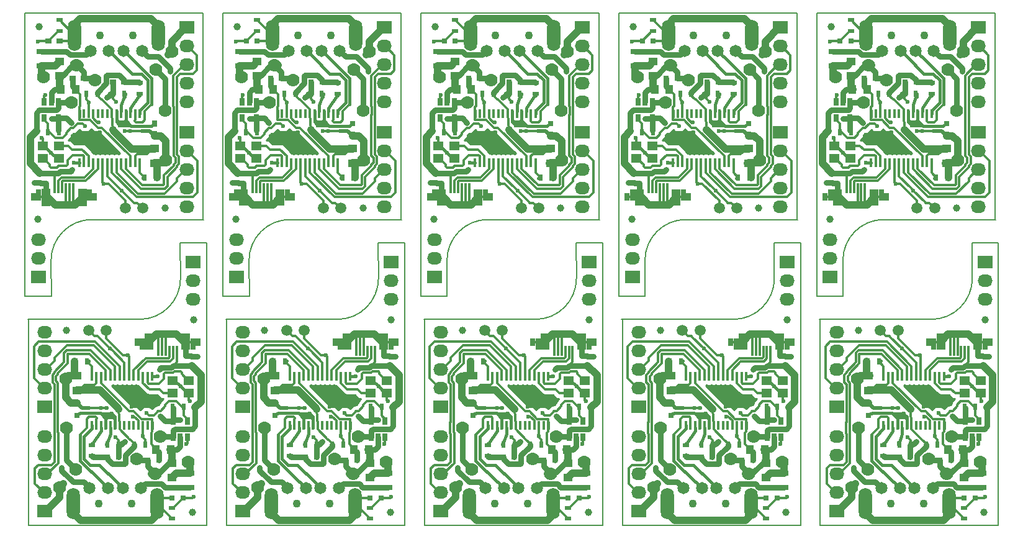
<source format=gtl>
%MOIN*%
%OFA0B0*%
%FSLAX46Y46*%
%IPPOS*%
%LPD*%
%AMREC1100*
4,1,3,
0.014763779527559053,0.015748031496062995,
-0.014763779527559058,0.015748031496062992,
-0.014763779527559053,-0.015748031496062995,
0.014763779527559058,-0.015748031496062992,
0*%
%AMREC1110*
4,1,3,
0.04,0.034000000000000009,
-0.04,0.033999999999999996,
-0.04,-0.034000000000000009,
0.04,-0.033999999999999996,
0*%
%AMREC1120*
4,1,3,
0.0098425196850393682,0.017716535433070869,
-0.0098425196850393734,0.017716535433070866,
-0.0098425196850393682,-0.017716535433070869,
0.0098425196850393734,-0.017716535433070866,
0*%
%AMREC1130*
4,1,3,
0.017716535433070866,0.0098425196850393734,
-0.017716535433070869,0.0098425196850393682,
-0.017716535433070866,-0.0098425196850393734,
0.017716535433070869,-0.0098425196850393682,
0*%
%AMREC1140*
4,1,3,
0.012795275590551181,0.020866141732283468,
-0.012795275590551184,0.020866141732283468,
-0.012795275590551181,-0.020866141732283468,
0.012795275590551184,-0.020866141732283468,
0*%
%AMREC1150*
4,1,3,
0.0059055118110236185,0.027559055118110236,
-0.0059055118110236254,0.027559055118110236,
-0.0059055118110236185,-0.027559055118110236,
0.0059055118110236254,-0.027559055118110236,
0*%
%AMREC1160*
4,1,3,
0.024606299212598423,0.0452755905511811,
-0.02460629921259843,0.0452755905511811,
-0.024606299212598423,-0.0452755905511811,
0.02460629921259843,-0.0452755905511811,
0*%
%AMREC1170*
4,1,3,
0.013779527559055114,0.031496062992125991,
-0.013779527559055123,0.031496062992125991,
-0.013779527559055114,-0.031496062992125991,
0.013779527559055123,-0.031496062992125991,
0*%
%AMREC1180*
4,1,3,
0.013779527559055116,0.021653543307086617,
-0.01377952755905512,0.021653543307086617,
-0.013779527559055116,-0.021653543307086617,
0.01377952755905512,-0.021653543307086617,
0*%
%AMREC1190*
4,1,3,
0.0059999999999999975,0.022500000000000003,
-0.0060000000000000036,0.022500000000000003,
-0.0059999999999999975,-0.022500000000000003,
0.0060000000000000036,-0.022500000000000003,
0*%
%AMREC1200*
4,1,3,
0.024606299212598423,0.019685039370078747,
-0.02460629921259843,0.01968503937007874,
-0.024606299212598423,-0.019685039370078747,
0.02460629921259843,-0.01968503937007874,
0*%
%AMREC1210*
4,1,3,
0.01968503937007874,0.02460629921259843,
-0.019685039370078747,0.024606299212598423,
-0.01968503937007874,-0.02460629921259843,
0.019685039370078747,-0.024606299212598423,
0*%
%AMREC1220*
4,1,3,
0.015748031496062992,0.014763779527559058,
-0.015748031496062995,0.014763779527559053,
-0.015748031496062992,-0.014763779527559058,
0.015748031496062995,-0.014763779527559053,
0*%
%AMREC1230*
4,1,3,
0.025590551181102365,0.01377952755905512,
-0.025590551181102365,0.013779527559055116,
-0.025590551181102365,-0.01377952755905512,
0.025590551181102365,-0.013779527559055116,
0*%
%AMREC1240*
4,1,3,
0.027559055118110232,0.023622047244094491,
-0.027559055118110239,0.023622047244094484,
-0.027559055118110232,-0.023622047244094491,
0.027559055118110239,-0.023622047244094484,
0*%
%ADD10C,0.0039370078740157488*%
%ADD11C,0.005905511811023622*%
%ADD12C,0.03937007874015748*%
%ADD13R,0.029527559055118113X0.031496062992125991*%
%ADD14R,0.08X0.068*%
%ADD15O,0.08X0.068*%
%ADD16R,0.01968503937007874X0.035433070866141732*%
%ADD17R,0.035433070866141732X0.01968503937007874*%
%ADD18R,0.025590551181102365X0.041732283464566935*%
%ADD19R,0.011811023622047244X0.055118110236220472*%
%ADD20R,0.049212598425196853X0.0905511811023622*%
%ADD21R,0.027559055118110236X0.062992125984251982*%
%ADD22R,0.027559055118110236X0.043307086614173235*%
%ADD23C,0.064960629921259838*%
%ADD24C,0.043307086614173235*%
%ADD25O,0.070866141732283464X0.16929133858267717*%
%ADD26R,0.012000000000000002X0.045000000000000005*%
%ADD27R,0.049212598425196853X0.03937007874015748*%
%ADD28R,0.03937007874015748X0.049212598425196853*%
%ADD29R,0.031496062992125991X0.029527559055118113*%
%ADD30R,0.051181102362204731X0.027559055118110236*%
%ADD31C,0.059055118110236227*%
%ADD32R,0.055118110236220472X0.047244094488188976*%
%ADD33C,0.023622047244094488*%
%ADD34C,0.07*%
%ADD35C,0.030000000000000002*%
%ADD36C,0.04*%
%ADD37C,0.012000000000000002*%
%ADD38C,0.015000000000000001*%
%ADD39C,0.02*%
%ADD40C,0.01*%
%ADD51C,0.0039370078740157488*%
%ADD52C,0.005905511811023622*%
%ADD53C,0.03937007874015748*%
%ADD54R,0.029527559055118113X0.031496062992125991*%
%ADD55R,0.08X0.068*%
%ADD56O,0.08X0.068*%
%ADD57R,0.01968503937007874X0.035433070866141732*%
%ADD58R,0.035433070866141732X0.01968503937007874*%
%ADD59R,0.025590551181102365X0.041732283464566935*%
%ADD60R,0.011811023622047244X0.055118110236220472*%
%ADD61R,0.049212598425196853X0.0905511811023622*%
%ADD62R,0.027559055118110236X0.062992125984251982*%
%ADD63R,0.027559055118110236X0.043307086614173235*%
%ADD64C,0.064960629921259838*%
%ADD65C,0.043307086614173235*%
%ADD66O,0.070866141732283464X0.16929133858267717*%
%ADD67R,0.012000000000000002X0.045000000000000005*%
%ADD68R,0.049212598425196853X0.03937007874015748*%
%ADD69R,0.03937007874015748X0.049212598425196853*%
%ADD70R,0.031496062992125991X0.029527559055118113*%
%ADD71R,0.051181102362204731X0.027559055118110236*%
%ADD72C,0.059055118110236227*%
%ADD73R,0.055118110236220472X0.047244094488188976*%
%ADD74C,0.023622047244094488*%
%ADD75C,0.07*%
%ADD76C,0.030000000000000002*%
%ADD77C,0.04*%
%ADD78C,0.012000000000000002*%
%ADD79C,0.015000000000000001*%
%ADD80C,0.02*%
%ADD81C,0.01*%
%ADD82C,0.0039370078740157488*%
%ADD83C,0.005905511811023622*%
%ADD84C,0.03937007874015748*%
%ADD85R,0.029527559055118113X0.031496062992125991*%
%ADD86R,0.08X0.068*%
%ADD87O,0.08X0.068*%
%ADD88R,0.01968503937007874X0.035433070866141732*%
%ADD89R,0.035433070866141732X0.01968503937007874*%
%ADD90R,0.025590551181102365X0.041732283464566935*%
%ADD91R,0.011811023622047244X0.055118110236220472*%
%ADD92R,0.049212598425196853X0.0905511811023622*%
%ADD93R,0.027559055118110236X0.062992125984251982*%
%ADD94R,0.027559055118110236X0.043307086614173235*%
%ADD95C,0.064960629921259838*%
%ADD96C,0.043307086614173235*%
%ADD97O,0.070866141732283464X0.16929133858267717*%
%ADD98R,0.012000000000000002X0.045000000000000005*%
%ADD99R,0.049212598425196853X0.03937007874015748*%
%ADD100R,0.03937007874015748X0.049212598425196853*%
%ADD101R,0.031496062992125991X0.029527559055118113*%
%ADD102R,0.051181102362204731X0.027559055118110236*%
%ADD103C,0.059055118110236227*%
%ADD104R,0.055118110236220472X0.047244094488188976*%
%ADD105C,0.023622047244094488*%
%ADD106C,0.07*%
%ADD107C,0.030000000000000002*%
%ADD108C,0.04*%
%ADD109C,0.012000000000000002*%
%ADD110C,0.015000000000000001*%
%ADD111C,0.02*%
%ADD112C,0.01*%
%ADD113C,0.0039370078740157488*%
%ADD114C,0.005905511811023622*%
%ADD115C,0.03937007874015748*%
%AMCOMP161*
4,1,3,
0.014763779527559053,0.015748031496062995,
-0.014763779527559058,0.015748031496062992,
-0.014763779527559053,-0.015748031496062995,
0.014763779527559058,-0.015748031496062992,
0*%
%ADD116COMP161*%
%AMCOMP162*
4,1,3,
0.04,0.034000000000000009,
-0.04,0.033999999999999996,
-0.04,-0.034000000000000009,
0.04,-0.033999999999999996,
0*%
%ADD117COMP162*%
%ADD118O,0.08X0.068*%
%AMCOMP163*
4,1,3,
0.0098425196850393682,0.017716535433070869,
-0.0098425196850393734,0.017716535433070866,
-0.0098425196850393682,-0.017716535433070869,
0.0098425196850393734,-0.017716535433070866,
0*%
%ADD119COMP163*%
%AMCOMP164*
4,1,3,
0.017716535433070866,0.0098425196850393734,
-0.017716535433070869,0.0098425196850393682,
-0.017716535433070866,-0.0098425196850393734,
0.017716535433070869,-0.0098425196850393682,
0*%
%ADD120COMP164*%
%AMCOMP165*
4,1,3,
0.012795275590551181,0.020866141732283468,
-0.012795275590551184,0.020866141732283468,
-0.012795275590551181,-0.020866141732283468,
0.012795275590551184,-0.020866141732283468,
0*%
%ADD121COMP165*%
%AMCOMP166*
4,1,3,
0.0059055118110236185,0.027559055118110236,
-0.0059055118110236254,0.027559055118110236,
-0.0059055118110236185,-0.027559055118110236,
0.0059055118110236254,-0.027559055118110236,
0*%
%ADD122COMP166*%
%AMCOMP167*
4,1,3,
0.024606299212598423,0.0452755905511811,
-0.02460629921259843,0.0452755905511811,
-0.024606299212598423,-0.0452755905511811,
0.02460629921259843,-0.0452755905511811,
0*%
%ADD123COMP167*%
%AMCOMP168*
4,1,3,
0.013779527559055114,0.031496062992125991,
-0.013779527559055123,0.031496062992125991,
-0.013779527559055114,-0.031496062992125991,
0.013779527559055123,-0.031496062992125991,
0*%
%ADD124COMP168*%
%AMCOMP169*
4,1,3,
0.013779527559055116,0.021653543307086617,
-0.01377952755905512,0.021653543307086617,
-0.013779527559055116,-0.021653543307086617,
0.01377952755905512,-0.021653543307086617,
0*%
%ADD125COMP169*%
%ADD126C,0.064960629921259838*%
%ADD127C,0.043307086614173235*%
%ADD128O,0.070866141732283464X0.16929133858267717*%
%AMCOMP170*
4,1,3,
0.0059999999999999975,0.022500000000000003,
-0.0060000000000000036,0.022500000000000003,
-0.0059999999999999975,-0.022500000000000003,
0.0060000000000000036,-0.022500000000000003,
0*%
%ADD129COMP170*%
%AMCOMP171*
4,1,3,
0.024606299212598423,0.019685039370078747,
-0.02460629921259843,0.01968503937007874,
-0.024606299212598423,-0.019685039370078747,
0.02460629921259843,-0.01968503937007874,
0*%
%ADD130COMP171*%
%AMCOMP172*
4,1,3,
0.01968503937007874,0.02460629921259843,
-0.019685039370078747,0.024606299212598423,
-0.01968503937007874,-0.02460629921259843,
0.019685039370078747,-0.024606299212598423,
0*%
%ADD131COMP172*%
%AMCOMP173*
4,1,3,
0.015748031496062992,0.014763779527559058,
-0.015748031496062995,0.014763779527559053,
-0.015748031496062992,-0.014763779527559058,
0.015748031496062995,-0.014763779527559053,
0*%
%ADD132COMP173*%
%AMCOMP174*
4,1,3,
0.025590551181102365,0.01377952755905512,
-0.025590551181102365,0.013779527559055116,
-0.025590551181102365,-0.01377952755905512,
0.025590551181102365,-0.013779527559055116,
0*%
%ADD133COMP174*%
%ADD134C,0.059055118110236227*%
%AMCOMP175*
4,1,3,
0.027559055118110232,0.023622047244094491,
-0.027559055118110239,0.023622047244094484,
-0.027559055118110232,-0.023622047244094491,
0.027559055118110239,-0.023622047244094484,
0*%
%ADD135COMP175*%
%ADD136C,0.023622047244094488*%
%ADD137C,0.07*%
%ADD138C,0.030000000000000002*%
%ADD139C,0.04*%
%ADD140C,0.012000000000000002*%
%ADD141C,0.015000000000000001*%
%ADD142C,0.02*%
%ADD143C,0.01*%
%ADD144C,0.0039370078740157488*%
%ADD145C,0.005905511811023622*%
%ADD146C,0.03937007874015748*%
%ADD147R,0.029527559055118113X0.031496062992125991*%
%ADD148R,0.08X0.068*%
%ADD149O,0.08X0.068*%
%ADD150R,0.01968503937007874X0.035433070866141732*%
%ADD151R,0.035433070866141732X0.01968503937007874*%
%ADD152R,0.025590551181102365X0.041732283464566935*%
%ADD153R,0.011811023622047244X0.055118110236220472*%
%ADD154R,0.049212598425196853X0.0905511811023622*%
%ADD155R,0.027559055118110236X0.062992125984251982*%
%ADD156R,0.027559055118110236X0.043307086614173235*%
%ADD157C,0.064960629921259838*%
%ADD158C,0.043307086614173235*%
%ADD159O,0.070866141732283464X0.16929133858267717*%
%ADD160R,0.012000000000000002X0.045000000000000005*%
%ADD161R,0.049212598425196853X0.03937007874015748*%
%ADD162R,0.03937007874015748X0.049212598425196853*%
%ADD163R,0.031496062992125991X0.029527559055118113*%
%ADD164R,0.051181102362204731X0.027559055118110236*%
%ADD165C,0.059055118110236227*%
%ADD166R,0.055118110236220472X0.047244094488188976*%
%ADD167C,0.023622047244094488*%
%ADD168C,0.07*%
%ADD169C,0.030000000000000002*%
%ADD170C,0.04*%
%ADD171C,0.012000000000000002*%
%ADD172C,0.015000000000000001*%
%ADD173C,0.02*%
%ADD174C,0.01*%
%ADD175C,0.0039370078740157488*%
%ADD176C,0.005905511811023622*%
%ADD177C,0.03937007874015748*%
%ADD178R,0.029527559055118113X0.031496062992125991*%
%ADD179R,0.08X0.068*%
%ADD180O,0.08X0.068*%
%ADD181R,0.01968503937007874X0.035433070866141732*%
%ADD182R,0.035433070866141732X0.01968503937007874*%
%ADD183R,0.025590551181102365X0.041732283464566935*%
%ADD184R,0.011811023622047244X0.055118110236220472*%
%ADD185R,0.049212598425196853X0.0905511811023622*%
%ADD186R,0.027559055118110236X0.062992125984251982*%
%ADD187R,0.027559055118110236X0.043307086614173235*%
%ADD188C,0.064960629921259838*%
%ADD189C,0.043307086614173235*%
%ADD190O,0.070866141732283464X0.16929133858267717*%
%ADD191R,0.012000000000000002X0.045000000000000005*%
%ADD192R,0.049212598425196853X0.03937007874015748*%
%ADD193R,0.03937007874015748X0.049212598425196853*%
%ADD194R,0.031496062992125991X0.029527559055118113*%
%ADD195R,0.051181102362204731X0.027559055118110236*%
%ADD196C,0.059055118110236227*%
%ADD197R,0.055118110236220472X0.047244094488188976*%
%ADD198C,0.023622047244094488*%
%ADD199C,0.07*%
%ADD200C,0.030000000000000002*%
%ADD201C,0.04*%
%ADD202C,0.012000000000000002*%
%ADD203C,0.015000000000000001*%
%ADD204C,0.02*%
%ADD205C,0.01*%
%ADD206C,0.0039370078740157488*%
%ADD207C,0.005905511811023622*%
%ADD208C,0.03937007874015748*%
%ADD209R,0.029527559055118113X0.031496062992125991*%
%ADD210R,0.08X0.068*%
%ADD211O,0.08X0.068*%
%ADD212R,0.01968503937007874X0.035433070866141732*%
%ADD213R,0.035433070866141732X0.01968503937007874*%
%ADD214R,0.025590551181102365X0.041732283464566935*%
%ADD215R,0.011811023622047244X0.055118110236220472*%
%ADD216R,0.049212598425196853X0.0905511811023622*%
%ADD217R,0.027559055118110236X0.062992125984251982*%
%ADD218R,0.027559055118110236X0.043307086614173235*%
%ADD219C,0.064960629921259838*%
%ADD220C,0.043307086614173235*%
%ADD221O,0.070866141732283464X0.16929133858267717*%
%ADD222R,0.012000000000000002X0.045000000000000005*%
%ADD223R,0.049212598425196853X0.03937007874015748*%
%ADD224R,0.03937007874015748X0.049212598425196853*%
%ADD225R,0.031496062992125991X0.029527559055118113*%
%ADD226R,0.051181102362204731X0.027559055118110236*%
%ADD227C,0.059055118110236227*%
%ADD228R,0.055118110236220472X0.047244094488188976*%
%ADD229C,0.023622047244094488*%
%ADD230C,0.07*%
%ADD231C,0.030000000000000002*%
%ADD232C,0.04*%
%ADD233C,0.012000000000000002*%
%ADD234C,0.015000000000000001*%
%ADD235C,0.02*%
%ADD236C,0.01*%
%ADD237C,0.0039370078740157488*%
%ADD238C,0.005905511811023622*%
%ADD239C,0.03937007874015748*%
%ADD240R,0.029527559055118113X0.031496062992125991*%
%ADD241R,0.08X0.068*%
%ADD242O,0.08X0.068*%
%ADD243R,0.01968503937007874X0.035433070866141732*%
%ADD244R,0.035433070866141732X0.01968503937007874*%
%ADD245R,0.025590551181102365X0.041732283464566935*%
%ADD246R,0.011811023622047244X0.055118110236220472*%
%ADD247R,0.049212598425196853X0.0905511811023622*%
%ADD248R,0.027559055118110236X0.062992125984251982*%
%ADD249R,0.027559055118110236X0.043307086614173235*%
%ADD250C,0.064960629921259838*%
%ADD251C,0.043307086614173235*%
%ADD252O,0.070866141732283464X0.16929133858267717*%
%ADD253R,0.012000000000000002X0.045000000000000005*%
%ADD254R,0.049212598425196853X0.03937007874015748*%
%ADD255R,0.03937007874015748X0.049212598425196853*%
%ADD256R,0.031496062992125991X0.029527559055118113*%
%ADD257R,0.051181102362204731X0.027559055118110236*%
%ADD258C,0.059055118110236227*%
%ADD259R,0.055118110236220472X0.047244094488188976*%
%ADD260C,0.023622047244094488*%
%ADD261C,0.07*%
%ADD262C,0.030000000000000002*%
%ADD263C,0.04*%
%ADD264C,0.012000000000000002*%
%ADD265C,0.015000000000000001*%
%ADD266C,0.02*%
%ADD267C,0.01*%
%ADD268C,0.0039370078740157488*%
%ADD269C,0.005905511811023622*%
%ADD270C,0.03937007874015748*%
%ADD271R,0.029527559055118113X0.031496062992125991*%
%ADD272R,0.08X0.068*%
%ADD273O,0.08X0.068*%
%ADD274R,0.01968503937007874X0.035433070866141732*%
%ADD275R,0.035433070866141732X0.01968503937007874*%
%ADD276R,0.025590551181102365X0.041732283464566935*%
%ADD277R,0.011811023622047244X0.055118110236220472*%
%ADD278R,0.049212598425196853X0.0905511811023622*%
%ADD279R,0.027559055118110236X0.062992125984251982*%
%ADD280R,0.027559055118110236X0.043307086614173235*%
%ADD281C,0.064960629921259838*%
%ADD282C,0.043307086614173235*%
%ADD283O,0.070866141732283464X0.16929133858267717*%
%ADD284R,0.012000000000000002X0.045000000000000005*%
%ADD285R,0.049212598425196853X0.03937007874015748*%
%ADD286R,0.03937007874015748X0.049212598425196853*%
%ADD287R,0.031496062992125991X0.029527559055118113*%
%ADD288R,0.051181102362204731X0.027559055118110236*%
%ADD289C,0.059055118110236227*%
%ADD290R,0.055118110236220472X0.047244094488188976*%
%ADD291C,0.023622047244094488*%
%ADD292C,0.07*%
%ADD293C,0.030000000000000002*%
%ADD294C,0.04*%
%ADD295C,0.012000000000000002*%
%ADD296C,0.015000000000000001*%
%ADD297C,0.02*%
%ADD298C,0.01*%
%ADD299C,0.0039370078740157488*%
%ADD300C,0.005905511811023622*%
%ADD301C,0.03937007874015748*%
%ADD302R,0.029527559055118113X0.031496062992125991*%
%ADD303R,0.08X0.068*%
%ADD304O,0.08X0.068*%
%ADD305R,0.01968503937007874X0.035433070866141732*%
%ADD306R,0.035433070866141732X0.01968503937007874*%
%ADD307R,0.025590551181102365X0.041732283464566935*%
%ADD308R,0.011811023622047244X0.055118110236220472*%
%ADD309R,0.049212598425196853X0.0905511811023622*%
%ADD310R,0.027559055118110236X0.062992125984251982*%
%ADD311R,0.027559055118110236X0.043307086614173235*%
%ADD312C,0.064960629921259838*%
%ADD313C,0.043307086614173235*%
%ADD314O,0.070866141732283464X0.16929133858267717*%
%ADD315R,0.012000000000000002X0.045000000000000005*%
%ADD316R,0.049212598425196853X0.03937007874015748*%
%ADD317R,0.03937007874015748X0.049212598425196853*%
%ADD318R,0.031496062992125991X0.029527559055118113*%
%ADD319R,0.051181102362204731X0.027559055118110236*%
%ADD320C,0.059055118110236227*%
%ADD321R,0.055118110236220472X0.047244094488188976*%
%ADD322C,0.023622047244094488*%
%ADD323C,0.07*%
%ADD324C,0.030000000000000002*%
%ADD325C,0.04*%
%ADD326C,0.012000000000000002*%
%ADD327C,0.015000000000000001*%
%ADD328C,0.02*%
%ADD329C,0.01*%
G01G01*
D10*
D11*
X0000914960Y0001346220D02*
G75*
G03G03X0001134960Y0001566220J0000220000D01X0001134960Y0001566220J0000220000D01*
G01G01*
X0000318527Y0000239031D02*
X0000318527Y0001343362D01*
X0001275220Y0000239031D02*
X0000318527Y0000239031D01*
X0001275220Y0001756748D02*
X0001275220Y0000239031D01*
X0001133488Y0001756748D02*
X0001275220Y0001756748D01*
X0001134960Y0001566220D02*
X0001133488Y0001756748D01*
X0000314960Y0001346220D02*
X0000914960Y0001346220D01*
D12*
X0001204354Y0001343362D03*
D13*
X0000578488Y0000830265D03*
X0000578488Y0000889320D03*
D12*
X0000523645Y0001285881D03*
D14*
X0001202779Y0001653204D03*
D15*
X0001202779Y0001553204D03*
X0001202779Y0001453204D03*
D16*
X0001092149Y0000876826D03*
X0001151204Y0000876826D03*
X0000573960Y0001119792D03*
X0000633015Y0001119792D03*
D17*
X0000658488Y0000612765D03*
X0000658488Y0000671820D03*
D16*
X0000803015Y0000672292D03*
X0000743960Y0000672292D03*
X0000886460Y0000672292D03*
X0000945515Y0000672292D03*
D18*
X0001096086Y0000715409D03*
X0001133488Y0000715409D03*
X0001170889Y0000715409D03*
X0001170889Y0000802023D03*
X0001096086Y0000802023D03*
D19*
X0001114748Y0001178007D03*
X0001095062Y0001178007D03*
X0001075377Y0001178007D03*
X0001055692Y0001178007D03*
X0001036007Y0001178007D03*
X0001016322Y0001178007D03*
D20*
X0000967110Y0001227220D03*
D21*
X0000928724Y0001213440D03*
D22*
X0000901165Y0001223283D03*
D20*
X0001163960Y0001227220D03*
D21*
X0001202346Y0001213440D03*
D22*
X0001229905Y0001223283D03*
D14*
X0000407110Y0000878401D03*
D15*
X0000407110Y0000978401D03*
X0000407110Y0001078401D03*
X0000407110Y0001178401D03*
X0000407110Y0001278401D03*
D14*
X0000407110Y0000315803D03*
D15*
X0000407110Y0000415803D03*
X0000407110Y0000515803D03*
X0000407110Y0000615803D03*
X0000407110Y0000715803D03*
D23*
X0000824433Y0000439818D03*
X0000922858Y0000439818D03*
X0000745692Y0000439818D03*
X0000647267Y0000439818D03*
D24*
X0000873645Y0000357141D03*
X0000696480Y0000357141D03*
D25*
X0000560653Y0000357141D03*
X0001009472Y0000357141D03*
D26*
X0000983488Y0001039792D03*
X0000958488Y0001039792D03*
X0000933488Y0001039792D03*
X0000908488Y0001039792D03*
X0000883488Y0001039792D03*
X0000858488Y0001039792D03*
X0000833488Y0001039792D03*
X0000808488Y0001039792D03*
X0000783488Y0001039792D03*
X0000758488Y0001039792D03*
X0000733488Y0001039792D03*
X0000708488Y0001039792D03*
X0000683488Y0001039792D03*
X0000658488Y0001039792D03*
X0000658488Y0000777292D03*
X0000683488Y0000777292D03*
X0000708488Y0000777292D03*
X0000733488Y0000777292D03*
X0000758488Y0000777292D03*
X0000783488Y0000777292D03*
X0000808488Y0000777292D03*
X0000833488Y0000777292D03*
X0000858488Y0000777292D03*
X0000883488Y0000777292D03*
X0000908488Y0000777292D03*
X0000933488Y0000777292D03*
X0000958488Y0000777292D03*
X0000983488Y0000777292D03*
D12*
X0001198448Y0000309897D03*
D27*
X0001090574Y0000496511D03*
X0001090574Y0000575251D03*
X0000578488Y0000965422D03*
X0000578488Y0001044162D03*
D28*
X0001003960Y0000648086D03*
X0001082700Y0000648086D03*
D29*
X0001019708Y0000589031D03*
X0000960653Y0000589031D03*
D30*
X0001186637Y0000445330D03*
X0001186637Y0000520133D03*
D29*
X0000801204Y0000606748D03*
X0000742149Y0000606748D03*
D31*
X0000736244Y0001285881D03*
X0000641755Y0001285881D03*
D29*
X0001149629Y0000388244D03*
X0001090574Y0000388244D03*
D17*
X0001090574Y0000335094D03*
X0001090574Y0000276039D03*
D32*
X0001093960Y0000950291D03*
X0001180574Y0000950291D03*
X0001180574Y0001017220D03*
X0001093960Y0001017220D03*
D33*
X0001224960Y0001146220D03*
X0001194960Y0001146220D03*
X0001194960Y0001146220D03*
X0001163960Y0001151944D03*
X0001113960Y0001266220D03*
X0001083960Y0001266220D03*
X0001184960Y0000906220D03*
X0001134960Y0000986220D03*
X0001011388Y0001039792D03*
X0001044960Y0001266220D03*
X0000873645Y0000876826D03*
X0001204354Y0000392574D03*
D34*
X0000899898Y0000598660D03*
D33*
X0000834249Y0000691813D03*
D34*
X0000997865Y0000518788D03*
D33*
X0000787200Y0000713792D03*
X0000495692Y0000552023D03*
D34*
X0000518489Y0001027201D03*
D33*
X0000643330Y0000870921D03*
X0000708291Y0000870230D03*
X0000737818Y0000870230D03*
D34*
X0001175580Y0000580797D03*
D33*
X0001133488Y0000805960D03*
X0000765988Y0000839792D03*
X0001027188Y0000828125D03*
X0000852330Y0001153837D03*
X0000756053Y0001190640D03*
X0000877924Y0000823487D03*
X0000952490Y0000843467D03*
X0001167346Y0000677614D03*
X0000933488Y0000718952D03*
D34*
X0001024960Y0000716220D03*
D33*
X0001021362Y0001077220D03*
X0001053960Y0001086220D03*
X0001084960Y0001086220D03*
D34*
X0000572464Y0000540212D03*
X0000523082Y0000762429D03*
X0000487110Y0000443832D03*
D35*
X0001224960Y0001146220D02*
X0001194960Y0001146220D01*
X0001163960Y0001151944D02*
X0001189236Y0001151944D01*
X0001189236Y0001151944D02*
X0001194960Y0001146220D01*
X0001164960Y0001150944D02*
X0001163960Y0001151944D01*
X0001163960Y0001227220D02*
X0001163960Y0001151944D01*
D36*
X0001033960Y0001266220D02*
X0001053960Y0001266220D01*
X0001053960Y0001266220D02*
X0001113960Y0001266220D01*
D37*
X0001055692Y0001178007D02*
X0001055692Y0001264488D01*
X0001055692Y0001264488D02*
X0001053960Y0001266220D01*
D36*
X0001004960Y0001266220D02*
X0001033960Y0001266220D01*
D37*
X0001036007Y0001178007D02*
X0001036007Y0001264173D01*
X0001036007Y0001264173D02*
X0001033960Y0001266220D01*
X0001016322Y0001178007D02*
X0001016322Y0001254858D01*
X0001016322Y0001254858D02*
X0001004960Y0001266220D01*
D36*
X0001163960Y0001227220D02*
X0001152960Y0001227220D01*
X0001152960Y0001227220D02*
X0001113960Y0001266220D01*
X0000967110Y0001228370D02*
X0001004960Y0001266220D01*
X0000967110Y0001227220D02*
X0000967110Y0001228370D01*
D37*
X0000901165Y0001223283D02*
X0000918881Y0001223283D01*
X0000918881Y0001223283D02*
X0000928724Y0001213440D01*
X0001229905Y0001223283D02*
X0001212188Y0001223283D01*
X0001212188Y0001223283D02*
X0001202346Y0001213440D01*
X0001180574Y0000950291D02*
X0001180574Y0000910606D01*
X0001180574Y0000910606D02*
X0001184960Y0000906220D01*
X0000967110Y0001227220D02*
X0000967110Y0001238370D01*
X0000901165Y0001223283D02*
X0000963173Y0001223283D01*
X0000963173Y0001223283D02*
X0000967110Y0001227220D01*
X0001229905Y0001223283D02*
X0001167897Y0001223283D01*
X0001167897Y0001223283D02*
X0001163960Y0001227220D01*
D38*
X0000873645Y0000876826D02*
X0000873645Y0000893530D01*
X0000873645Y0000893530D02*
X0000870955Y0000896220D01*
X0001134960Y0000986220D02*
X0001170889Y0000950291D01*
X0001170889Y0000950291D02*
X0001180574Y0000950291D01*
X0001093960Y0001017220D02*
X0001103960Y0001017220D01*
X0001103960Y0001017220D02*
X0001134960Y0000986220D01*
X0000983488Y0001039792D02*
X0001011388Y0001039792D01*
D37*
X0001038803Y0001260062D02*
X0001044960Y0001266220D01*
X0000974039Y0000876826D02*
X0000991755Y0000894543D01*
X0000991755Y0000894543D02*
X0001021283Y0000894543D01*
X0000873645Y0000876826D02*
X0000974039Y0000876826D01*
X0000708291Y0000870230D02*
X0000737818Y0000870230D01*
X0000643330Y0000870921D02*
X0000707600Y0000870921D01*
X0000707600Y0000870921D02*
X0000708291Y0000870230D01*
X0001200023Y0000388244D02*
X0001204354Y0000392574D01*
X0001149629Y0000388244D02*
X0001200023Y0000388244D01*
X0001090574Y0000335094D02*
X0001096480Y0000335094D01*
X0001096480Y0000335094D02*
X0001149629Y0000388244D01*
D35*
X0000909527Y0000589031D02*
X0000899898Y0000598660D01*
X0000960653Y0000589031D02*
X0000909527Y0000589031D01*
X0000801204Y0000606748D02*
X0000801204Y0000670481D01*
X0000801204Y0000670481D02*
X0000803015Y0000672292D01*
X0000960653Y0000589031D02*
X0000960653Y0000555999D01*
X0000960653Y0000555999D02*
X0000997865Y0000518788D01*
D36*
X0000997865Y0000518788D02*
X0000979828Y0000518788D01*
D35*
X0000822438Y0000680002D02*
X0000834249Y0000691813D01*
X0000803015Y0000672292D02*
X0000814727Y0000672292D01*
X0000814727Y0000672292D02*
X0000822438Y0000680002D01*
X0001021738Y0000522496D02*
X0001001572Y0000522496D01*
X0001001572Y0000522496D02*
X0000997865Y0000518788D01*
X0001090574Y0000573281D02*
X0001072524Y0000573281D01*
X0001072524Y0000573281D02*
X0001021738Y0000522496D01*
X0001080730Y0000648086D02*
X0001117031Y0000648086D01*
X0001117031Y0000648086D02*
X0001133488Y0000664543D01*
X0001133488Y0000664543D02*
X0001133488Y0000715409D01*
D36*
X0001090574Y0000573281D02*
X0001090574Y0000638242D01*
X0001090574Y0000638242D02*
X0001080730Y0000648086D01*
D37*
X0000803015Y0000672292D02*
X0000803015Y0000697976D01*
X0000803015Y0000697976D02*
X0000787200Y0000713792D01*
D35*
X0000495692Y0000535320D02*
X0000495692Y0000552023D01*
X0000614787Y0000472299D02*
X0000558714Y0000472299D01*
X0000558714Y0000472299D02*
X0000495692Y0000535320D01*
X0000647267Y0000439818D02*
X0000614787Y0000472299D01*
D36*
X0000578488Y0000897192D02*
X0000546838Y0000897192D01*
X0000518489Y0000925540D02*
X0000518489Y0001027201D01*
X0000546838Y0000897192D02*
X0000518489Y0000925540D01*
X0000578488Y0001042192D02*
X0000533481Y0001042192D01*
X0000533481Y0001042192D02*
X0000518489Y0001027201D01*
D39*
X0000643330Y0000870921D02*
X0000604759Y0000870921D01*
X0000604759Y0000870921D02*
X0000578488Y0000897192D01*
D36*
X0000566088Y0001119792D02*
X0000566088Y0001054592D01*
X0000566088Y0001054592D02*
X0000578488Y0001042192D01*
X0000583488Y0001044792D02*
X0000578488Y0001042192D01*
D37*
X0000808488Y0000674692D02*
X0000810888Y0000672292D01*
D36*
X0000798048Y0000870476D02*
X0000803268Y0000865257D01*
X0000701132Y0000967392D02*
X0000798048Y0000870476D01*
X0000578488Y0000967392D02*
X0000701132Y0000967392D01*
D35*
X0000742149Y0000606748D02*
X0000664505Y0000606748D01*
X0000664505Y0000606748D02*
X0000658488Y0000612765D01*
X0000832508Y0000569740D02*
X0000769900Y0000569740D01*
X0000769900Y0000569740D02*
X0000742149Y0000597491D01*
X0000742149Y0000597491D02*
X0000742149Y0000606748D01*
X0000886460Y0000664418D02*
X0000837952Y0000615910D01*
X0000886460Y0000672292D02*
X0000886460Y0000664418D01*
X0000837952Y0000615910D02*
X0000837952Y0000575184D01*
X0000837952Y0000575184D02*
X0000832508Y0000569740D01*
D37*
X0000862238Y0000702009D02*
X0000864618Y0000702009D01*
X0000808488Y0000777292D02*
X0000808488Y0000755759D01*
X0000808488Y0000755759D02*
X0000862238Y0000702009D01*
X0000864618Y0000702009D02*
X0000886460Y0000680166D01*
X0000886460Y0000680166D02*
X0000886460Y0000672292D01*
X0000578488Y0000967392D02*
X0000592164Y0000967392D01*
X0000592164Y0000967392D02*
X0000619708Y0000994937D01*
X0000619708Y0000994937D02*
X0000673132Y0000994937D01*
X0000673132Y0000994937D02*
X0000683488Y0001005292D01*
X0000683488Y0001005292D02*
X0000683488Y0001039792D01*
X0000808488Y0000870476D02*
X0000803268Y0000865257D01*
X0000803268Y0000865257D02*
X0000808488Y0000777292D01*
D38*
X0000578488Y0000964792D02*
X0000573488Y0000969792D01*
X0000573488Y0000969792D02*
X0000578488Y0000967392D01*
D37*
X0000977960Y0000676056D02*
X0001005930Y0000648086D01*
X0000977960Y0000737265D02*
X0000977960Y0000676056D01*
X0000983488Y0000742792D02*
X0000977960Y0000737265D01*
X0000983488Y0000777292D02*
X0000983488Y0000742792D01*
X0000860765Y0000853015D02*
X0000883321Y0000853015D01*
X0000708488Y0001005292D02*
X0000708488Y0001039792D01*
X0000860765Y0000853015D02*
X0000708488Y0001005292D01*
X0000924544Y0000811792D02*
X0000883321Y0000853015D01*
X0000983488Y0000811792D02*
X0000924544Y0000811792D01*
X0000983488Y0000777292D02*
X0000983488Y0000811792D01*
D35*
X0001019708Y0000589031D02*
X0001019708Y0000632338D01*
X0001019708Y0000632338D02*
X0001003960Y0000648086D01*
D38*
X0000983488Y0000777292D02*
X0000983488Y0000762292D01*
X0000983488Y0000794792D02*
X0000983488Y0000759792D01*
X0000983488Y0000759792D02*
X0000983488Y0000764792D01*
X0000596873Y0000843177D02*
X0000593488Y0000839792D01*
X0000705103Y0000843177D02*
X0000596873Y0000843177D01*
X0000708488Y0000839792D02*
X0000705103Y0000843177D01*
D37*
X0000593488Y0000839792D02*
X0000588015Y0000839792D01*
X0000588015Y0000839792D02*
X0000578488Y0000830265D01*
D36*
X0001186637Y0000520132D02*
X0001112225Y0000520132D01*
X0001112225Y0000520132D02*
X0001090574Y0000498481D01*
X0001186637Y0000520132D02*
X0001186637Y0000569740D01*
X0001186637Y0000569740D02*
X0001175580Y0000580797D01*
D35*
X0001133488Y0000805960D02*
X0001100023Y0000805960D01*
X0001100023Y0000805960D02*
X0001096086Y0000802023D01*
X0001096086Y0000802023D02*
X0001096086Y0000868952D01*
X0001096086Y0000802023D02*
X0001053291Y0000802023D01*
X0001053291Y0000802023D02*
X0001027188Y0000828125D01*
D38*
X0000783488Y0000764792D02*
X0000783488Y0000794792D01*
X0000783488Y0000794792D02*
X0000783488Y0000809792D01*
X0000733488Y0000832292D02*
X0000768488Y0000832292D01*
X0000768488Y0000832292D02*
X0000768488Y0000837292D01*
X0000773488Y0000819792D02*
X0000783488Y0000809792D01*
X0000733488Y0000814792D02*
X0000708488Y0000839792D01*
X0000733488Y0000802292D02*
X0000733488Y0000832292D01*
X0000733488Y0000832292D02*
X0000733488Y0000839792D01*
X0000765988Y0000839792D02*
X0000733488Y0000839792D01*
X0000733488Y0000839792D02*
X0000708488Y0000839792D01*
X0000783488Y0000809792D02*
X0000783488Y0000822292D01*
X0000783488Y0000822292D02*
X0000768488Y0000837292D01*
X0000768488Y0000837292D02*
X0000765988Y0000839792D01*
X0000733488Y0000812292D02*
X0000740988Y0000819792D01*
X0000740988Y0000819792D02*
X0000773488Y0000819792D01*
X0000733488Y0000777292D02*
X0000733488Y0000812292D01*
X0000733488Y0000777292D02*
X0000733488Y0000814792D01*
X0000733488Y0000764792D02*
X0000733488Y0000794792D01*
X0000733488Y0000764792D02*
X0000733488Y0000802292D01*
X0000733488Y0000802292D02*
X0000733488Y0000799792D01*
D37*
X0001095062Y0001136856D02*
X0001095062Y0001138448D01*
X0001078654Y0001120448D02*
X0001095062Y0001136856D01*
X0000955100Y0001120448D02*
X0001078654Y0001120448D01*
X0000908488Y0001073836D02*
X0000955100Y0001120448D01*
X0001095062Y0001138448D02*
X0001095062Y0001178007D01*
X0000908488Y0001039792D02*
X0000908488Y0001073836D01*
X0000908488Y0001039792D02*
X0000908488Y0001061543D01*
X0000883488Y0001039792D02*
X0000883488Y0001074292D01*
X0000883488Y0001074292D02*
X0000947644Y0001138448D01*
X0000947644Y0001138448D02*
X0001071198Y0001138448D01*
X0001071198Y0001138448D02*
X0001075377Y0001142628D01*
X0001075377Y0001142628D02*
X0001075377Y0001178007D01*
X0000883488Y0001062000D02*
X0000883488Y0001039792D01*
X0000852330Y0001153837D02*
X0000826530Y0001153837D01*
X0000826530Y0001153837D02*
X0000736244Y0001244123D01*
X0000736244Y0001244123D02*
X0000736244Y0001285881D01*
X0000852330Y0001153837D02*
X0000828972Y0001153837D01*
X0000858488Y0001147679D02*
X0000852330Y0001153837D01*
X0000858488Y0001039792D02*
X0000858488Y0001147679D01*
X0000641755Y0001285881D02*
X0000671283Y0001256354D01*
X0000671283Y0001256354D02*
X0000690338Y0001256354D01*
X0000690338Y0001256354D02*
X0000694905Y0001251787D01*
X0000694905Y0001251787D02*
X0000756053Y0001190640D01*
X0000767864Y0001178829D02*
X0000756053Y0001190640D01*
X0000833488Y0001113205D02*
X0000767864Y0001178829D01*
X0000833488Y0001039792D02*
X0000833488Y0001113205D01*
X0000808488Y0001039792D02*
X0000808488Y0001093693D01*
X0000401110Y0000978401D02*
X0000407110Y0000978401D01*
X0000808488Y0001093693D02*
X0000676645Y0001225535D01*
X0000676645Y0001225535D02*
X0000371961Y0001225535D01*
X0000371961Y0001225535D02*
X0000348055Y0001201629D01*
X0000348055Y0001201629D02*
X0000348055Y0001031456D01*
X0000348055Y0001031456D02*
X0000401110Y0000978401D01*
X0000413110Y0001078401D02*
X0000407110Y0001078401D01*
X0000459110Y0001124401D02*
X0000413110Y0001078401D01*
X0000459110Y0001140377D02*
X0000459110Y0001124401D01*
X0000526268Y0001207535D02*
X0000459110Y0001140377D01*
X0000669189Y0001207535D02*
X0000526268Y0001207535D01*
X0000783488Y0001039792D02*
X0000783488Y0001093236D01*
X0000783488Y0001093236D02*
X0000669189Y0001207535D01*
X0000511834Y0001167645D02*
X0000510537Y0001166348D01*
X0000758488Y0001039792D02*
X0000758488Y0001074292D01*
X0000758488Y0001074292D02*
X0000653198Y0001179582D01*
X0000653198Y0001179582D02*
X0000523771Y0001179582D01*
X0000523771Y0001179582D02*
X0000511834Y0001167645D01*
X0000448408Y0001048645D02*
X0000448408Y0001008157D01*
X0000353960Y0000462952D02*
X0000401110Y0000415803D01*
X0000448408Y0001008157D02*
X0000459110Y0000997455D01*
X0000459110Y0001059347D02*
X0000448408Y0001048645D01*
X0000458081Y0000792445D02*
X0000458081Y0000732413D01*
X0000371677Y0000563834D02*
X0000353960Y0000546118D01*
X0000459110Y0001065182D02*
X0000459110Y0001059347D01*
X0000510537Y0001166348D02*
X0000510537Y0001116609D01*
X0000510537Y0001116609D02*
X0000459110Y0001065182D01*
X0000459110Y0000997455D02*
X0000459110Y0000793474D01*
X0000459110Y0000580401D02*
X0000442543Y0000563834D01*
X0000459110Y0000793474D02*
X0000458081Y0000792445D01*
X0000458081Y0000732413D02*
X0000459110Y0000731384D01*
X0000353960Y0000546118D02*
X0000353960Y0000462952D01*
X0000459110Y0000731384D02*
X0000459110Y0000580401D01*
X0000442543Y0000563834D02*
X0000371677Y0000563834D01*
X0000401110Y0000415803D02*
X0000407110Y0000415803D01*
X0000645742Y0001161582D02*
X0000733488Y0001073836D01*
X0000478260Y0000574095D02*
X0000478260Y0000737691D01*
X0000478260Y0000737691D02*
X0000476082Y0000739869D01*
X0000476082Y0000739869D02*
X0000476082Y0000784989D01*
X0000476082Y0000784989D02*
X0000477111Y0000786018D01*
X0000528538Y0001158892D02*
X0000531227Y0001161582D01*
X0000531227Y0001161582D02*
X0000645742Y0001161582D01*
X0000528538Y0001109153D02*
X0000528538Y0001158892D01*
X0000477111Y0001057726D02*
X0000528538Y0001109153D01*
X0000733488Y0001073836D02*
X0000733488Y0001039792D01*
X0000466409Y0001015613D02*
X0000466409Y0001041189D01*
X0000477111Y0000786018D02*
X0000477111Y0001004911D01*
X0000477111Y0001004911D02*
X0000466409Y0001015613D01*
X0000419968Y0000515803D02*
X0000478260Y0000574095D01*
X0000466409Y0001041189D02*
X0000477111Y0001051891D01*
X0000477111Y0001051891D02*
X0000477111Y0001057726D01*
X0000407110Y0000515803D02*
X0000419968Y0000515803D01*
D38*
X0000658488Y0000760792D02*
X0000615488Y0000717792D01*
X0000615488Y0000717792D02*
X0000615488Y0000598668D01*
X0000615488Y0000598668D02*
X0000650321Y0000563834D01*
X0000650321Y0000563834D02*
X0000700417Y0000563834D01*
X0000700417Y0000563834D02*
X0000791952Y0000472299D01*
X0000791952Y0000472299D02*
X0000824433Y0000439818D01*
X0000658488Y0000777292D02*
X0000658488Y0000760792D01*
X0000658488Y0000764792D02*
X0000658488Y0000759792D01*
D37*
X0000683488Y0000777292D02*
X0000683488Y0000811792D01*
X0000643330Y0000823677D02*
X0000631519Y0000811866D01*
X0000683488Y0000811792D02*
X0000684669Y0000812973D01*
X0000684669Y0000812973D02*
X0000684669Y0000817771D01*
X0000684669Y0000817771D02*
X0000678763Y0000823677D01*
X0000631519Y0000763523D02*
X0000594487Y0000726491D01*
X0000678763Y0000823677D02*
X0000643330Y0000823677D01*
X0000631519Y0000811866D02*
X0000631519Y0000763523D01*
D38*
X0000594487Y0000588712D02*
X0000594487Y0000726491D01*
X0000710901Y0000472299D02*
X0000594487Y0000588712D01*
X0000713212Y0000472299D02*
X0000710901Y0000472299D01*
X0000745692Y0000439818D02*
X0000713212Y0000472299D01*
D35*
X0001127137Y0000445332D02*
X0001186637Y0000445332D01*
X0001050874Y0000445332D02*
X0001127137Y0000445332D01*
X0000945827Y0000462787D02*
X0001033418Y0000462787D01*
X0001033418Y0000462787D02*
X0001050874Y0000445332D01*
X0000922858Y0000439818D02*
X0000945827Y0000462787D01*
D37*
X0001096144Y0001059220D02*
X0001053015Y0001059220D01*
X0001053015Y0001059220D02*
X0001046638Y0001052842D01*
X0001141015Y0001060165D02*
X0001134960Y0001066220D01*
X0001103144Y0001066220D02*
X0001096144Y0001059220D01*
X0001134960Y0001066220D02*
X0001103144Y0001066220D01*
X0001141015Y0001052842D02*
X0001141015Y0001060165D01*
X0001019582Y0001000842D02*
X0001046638Y0001027897D01*
X0001046638Y0001027897D02*
X0001046638Y0001052842D01*
X0000963394Y0001000842D02*
X0001019582Y0001000842D01*
X0001180574Y0001017220D02*
X0001176637Y0001017220D01*
X0001176637Y0001017220D02*
X0001141015Y0001052842D01*
X0000958488Y0001005748D02*
X0000963394Y0001000842D01*
X0000958488Y0001039792D02*
X0000958488Y0001005748D01*
X0001021881Y0000971314D02*
X0001042905Y0000950291D01*
X0001042905Y0000950291D02*
X0001093960Y0000950291D01*
X0001021881Y0000971314D02*
X0000967465Y0000971314D01*
X0000967465Y0000971314D02*
X0000933488Y0001005292D01*
X0000933488Y0001005292D02*
X0000933488Y0001039792D01*
X0000964301Y0000831656D02*
X0000952490Y0000843467D01*
X0000992534Y0000831656D02*
X0000964301Y0000831656D01*
X0001016005Y0000855126D02*
X0000992534Y0000831656D01*
X0000908488Y0000777292D02*
X0000908488Y0000802392D01*
X0000908488Y0000802392D02*
X0000887392Y0000823487D01*
X0000887392Y0000823487D02*
X0000877924Y0000823487D01*
X0001029110Y0000855126D02*
X0001053562Y0000879578D01*
X0001053562Y0000879578D02*
X0001053562Y0000888637D01*
X0001014083Y0000853204D02*
X0001016005Y0000855126D01*
X0001016005Y0000855126D02*
X0001029110Y0000855126D01*
X0001112428Y0000906543D02*
X0001071467Y0000906543D01*
X0001071467Y0000906543D02*
X0001053562Y0000888637D01*
X0001151204Y0000876826D02*
X0001142144Y0000876826D01*
X0001142144Y0000876826D02*
X0001112428Y0000906543D01*
X0001151204Y0000829779D02*
X0001151204Y0000876826D01*
X0001170889Y0000802023D02*
X0001170889Y0000810094D01*
X0001170889Y0000810094D02*
X0001151204Y0000829779D01*
X0001170889Y0000715409D02*
X0001170889Y0000681157D01*
X0001170889Y0000681157D02*
X0001167346Y0000677614D01*
X0001171929Y0000710318D02*
X0001171929Y0000700543D01*
X0001170889Y0000711358D02*
X0001171929Y0000710318D01*
X0001170889Y0000715409D02*
X0001170889Y0000711358D01*
X0000933488Y0000718952D02*
X0000933488Y0000747292D01*
X0000933488Y0000714036D02*
X0000933488Y0000718952D01*
X0000945515Y0000672292D02*
X0000945515Y0000702009D01*
X0000933488Y0000747292D02*
X0000933488Y0000777292D01*
X0000945515Y0000702009D02*
X0000933488Y0000714036D01*
X0001114748Y0001178007D02*
X0001114748Y0001116007D01*
X0001114748Y0001116007D02*
X0001084960Y0001086220D01*
D35*
X0001024960Y0000716220D02*
X0001095275Y0000716220D01*
X0001095275Y0000716220D02*
X0001096086Y0000715409D01*
X0001053960Y0001086220D02*
X0001030362Y0001086220D01*
X0001030362Y0001086220D02*
X0001021362Y0001077220D01*
X0001084960Y0001086220D02*
X0001053960Y0001086220D01*
X0001084960Y0001086220D02*
X0001096771Y0001098031D01*
X0001096771Y0001098031D02*
X0001192647Y0001098031D01*
X0001192647Y0001098031D02*
X0001194458Y0001096220D01*
D36*
X0001244960Y0001045717D02*
X0001244960Y0000903644D01*
X0001244960Y0000903644D02*
X0001213543Y0000872226D01*
X0001194458Y0001096220D02*
X0001244960Y0001045717D01*
D35*
X0000523082Y0000762429D02*
X0000523082Y0000589595D01*
X0000523082Y0000589595D02*
X0000572464Y0000540212D01*
X0001094118Y0000717377D02*
X0001096086Y0000715409D01*
X0001213543Y0000773215D02*
X0001213543Y0000872226D01*
X0001199044Y0000758716D02*
X0001213543Y0000773215D01*
X0001096086Y0000749469D02*
X0001105333Y0000758716D01*
X0001096086Y0000715409D02*
X0001096086Y0000749469D01*
X0001105333Y0000758716D02*
X0001199044Y0000758716D01*
D36*
X0000487110Y0000443832D02*
X0000505898Y0000462621D01*
X0000487110Y0000389803D02*
X0000487110Y0000443832D01*
X0000413110Y0000315803D02*
X0000487110Y0000389803D01*
X0000407110Y0000315803D02*
X0000413110Y0000315803D01*
D38*
X0000758488Y0000764792D02*
X0000758488Y0000729792D01*
X0000758488Y0000729792D02*
X0000743488Y0000687292D01*
X0000743488Y0000687292D02*
X0000738488Y0000687292D01*
X0000738488Y0000687292D02*
X0000736088Y0000672292D01*
X0000708488Y0000764792D02*
X0000708488Y0000747292D01*
X0000708488Y0000747292D02*
X0000663488Y0000679792D01*
X0000663488Y0000679792D02*
X0000658488Y0000679692D01*
D37*
X0000658488Y0001039792D02*
X0000658488Y0001094320D01*
X0000658488Y0001094320D02*
X0000633015Y0001119792D01*
D38*
X0000643488Y0001124792D02*
X0000640888Y0001119792D01*
D37*
X0001009472Y0000357141D02*
X0001090574Y0000276039D01*
X0001090574Y0000388244D02*
X0001040574Y0000388244D01*
X0001040574Y0000388244D02*
X0001009472Y0000357141D01*
D36*
X0001009472Y0000357141D02*
X0001009472Y0000298086D01*
X0001009472Y0000298086D02*
X0000979944Y0000268559D01*
X0000979944Y0000268559D02*
X0000600023Y0000268559D01*
X0000600023Y0000268559D02*
X0000560653Y0000307929D01*
X0000560653Y0000307929D02*
X0000560653Y0000357141D01*
D40*
G36*
X0000902488Y0000991802D02*
X0000905934Y0000991802D01*
X0000911567Y0000983372D01*
X0000945545Y0000949394D01*
X0000955602Y0000942674D01*
X0000967465Y0000940314D01*
X0001009041Y0000940314D01*
X0001020985Y0000928371D01*
X0001031042Y0000921651D01*
X0001040795Y0000919711D01*
X0001031641Y0000910558D01*
X0001024922Y0000900500D01*
X0001023501Y0000893357D01*
X0001016269Y0000886126D01*
X0001016005Y0000886126D01*
X0001004141Y0000883766D01*
X0000994084Y0000877046D01*
X0000982523Y0000865485D01*
X0000973369Y0000874655D01*
X0000959845Y0000880271D01*
X0000945200Y0000880284D01*
X0000931666Y0000874692D01*
X0000921302Y0000864346D01*
X0000919697Y0000860480D01*
X0000905241Y0000874936D01*
X0000895184Y0000881655D01*
X0000883321Y0000884015D01*
X0000873605Y0000884015D01*
X0000765607Y0000992013D01*
X0000771226Y0000993070D01*
X0000777488Y0000991802D01*
X0000789488Y0000991802D01*
X0000796226Y0000993070D01*
X0000802488Y0000991802D01*
X0000814488Y0000991802D01*
X0000821226Y0000993070D01*
X0000827488Y0000991802D01*
X0000839488Y0000991802D01*
X0000846226Y0000993070D01*
X0000852488Y0000991802D01*
X0000864488Y0000991802D01*
X0000871226Y0000993070D01*
X0000877488Y0000991802D01*
X0000889488Y0000991802D01*
X0000896226Y0000993070D01*
X0000902488Y0000991802D01*
X0000902488Y0000991802D01*
G37*
X0000902488Y0000991802D02*
X0000905934Y0000991802D01*
X0000911567Y0000983372D01*
X0000945545Y0000949394D01*
X0000955602Y0000942674D01*
X0000967465Y0000940314D01*
X0001009041Y0000940314D01*
X0001020985Y0000928371D01*
X0001031042Y0000921651D01*
X0001040795Y0000919711D01*
X0001031641Y0000910558D01*
X0001024922Y0000900500D01*
X0001023501Y0000893357D01*
X0001016269Y0000886126D01*
X0001016005Y0000886126D01*
X0001004141Y0000883766D01*
X0000994084Y0000877046D01*
X0000982523Y0000865485D01*
X0000973369Y0000874655D01*
X0000959845Y0000880271D01*
X0000945200Y0000880284D01*
X0000931666Y0000874692D01*
X0000921302Y0000864346D01*
X0000919697Y0000860480D01*
X0000905241Y0000874936D01*
X0000895184Y0000881655D01*
X0000883321Y0000884015D01*
X0000873605Y0000884015D01*
X0000765607Y0000992013D01*
X0000771226Y0000993070D01*
X0000777488Y0000991802D01*
X0000789488Y0000991802D01*
X0000796226Y0000993070D01*
X0000802488Y0000991802D01*
X0000814488Y0000991802D01*
X0000821226Y0000993070D01*
X0000827488Y0000991802D01*
X0000839488Y0000991802D01*
X0000846226Y0000993070D01*
X0000852488Y0000991802D01*
X0000864488Y0000991802D01*
X0000871226Y0000993070D01*
X0000877488Y0000991802D01*
X0000889488Y0000991802D01*
X0000896226Y0000993070D01*
X0000902488Y0000991802D01*
G36*
X0001098960Y0001011433D02*
X0001088960Y0001011433D01*
X0001088960Y0001012220D01*
X0001088173Y0001012220D01*
X0001088173Y0001022220D01*
X0001088960Y0001022220D01*
X0001088960Y0001023007D01*
X0001098960Y0001023007D01*
X0001098960Y0001011433D01*
X0001098960Y0001011433D01*
G37*
X0001098960Y0001011433D02*
X0001088960Y0001011433D01*
X0001088960Y0001012220D01*
X0001088173Y0001012220D01*
X0001088173Y0001022220D01*
X0001088960Y0001022220D01*
X0001088960Y0001023007D01*
X0001098960Y0001023007D01*
X0001098960Y0001011433D01*
G04 next file*
G04 Gerber Fmt 4.6, Leading zero omitted, Abs format (unit mm)*
G04 Created by KiCad (PCBNEW 4.0.7) date Tuesday, 06 March 2018 'PMt' 15:17:41*
G01G01*
G04 APERTURE LIST*
G04 APERTURE END LIST*
D51*
D52*
X0001722834Y0001882125D02*
G75*
G03G03X0001502834Y0001662125J-0000220000D01X0001502834Y0001662125J-0000220000D01*
G01G01*
X0002319267Y0002989314D02*
X0002319267Y0001884984D01*
X0001362574Y0002989314D02*
X0002319267Y0002989314D01*
X0001362574Y0001471598D02*
X0001362574Y0002989314D01*
X0001504307Y0001471598D02*
X0001362574Y0001471598D01*
X0001502834Y0001662125D02*
X0001504307Y0001471598D01*
X0002322834Y0001882125D02*
X0001722834Y0001882125D01*
D53*
X0001433440Y0001884984D03*
D54*
X0002059307Y0002398081D03*
X0002059307Y0002339026D03*
D53*
X0002114149Y0001942464D03*
D55*
X0001435015Y0001575141D03*
D56*
X0001435015Y0001675141D03*
X0001435015Y0001775141D03*
D57*
X0001545645Y0002351519D03*
X0001486590Y0002351519D03*
X0002063834Y0002108553D03*
X0002004779Y0002108553D03*
D58*
X0001979307Y0002615581D03*
X0001979307Y0002556526D03*
D57*
X0001834779Y0002556053D03*
X0001893834Y0002556053D03*
X0001751334Y0002556053D03*
X0001692279Y0002556053D03*
D59*
X0001541708Y0002512937D03*
X0001504307Y0002512937D03*
X0001466905Y0002512937D03*
X0001466905Y0002426322D03*
X0001541708Y0002426322D03*
D60*
X0001523047Y0002050338D03*
X0001542732Y0002050338D03*
X0001562417Y0002050338D03*
X0001582102Y0002050338D03*
X0001601787Y0002050338D03*
X0001621472Y0002050338D03*
D61*
X0001670685Y0002001125D03*
D62*
X0001709070Y0002014905D03*
D63*
X0001736629Y0002005062D03*
D61*
X0001473834Y0002001125D03*
D62*
X0001435448Y0002014905D03*
D63*
X0001407889Y0002005062D03*
D55*
X0002230685Y0002349944D03*
D56*
X0002230685Y0002249944D03*
X0002230685Y0002149944D03*
X0002230685Y0002049944D03*
X0002230685Y0001949944D03*
D55*
X0002230685Y0002912543D03*
D56*
X0002230685Y0002812543D03*
X0002230685Y0002712543D03*
X0002230685Y0002612543D03*
X0002230685Y0002512543D03*
D64*
X0001813362Y0002788527D03*
X0001714937Y0002788527D03*
X0001892102Y0002788527D03*
X0001990527Y0002788527D03*
D65*
X0001764149Y0002871204D03*
X0001941314Y0002871204D03*
D66*
X0002077141Y0002871204D03*
X0001628322Y0002871204D03*
D67*
X0001654307Y0002188553D03*
X0001679307Y0002188553D03*
X0001704307Y0002188553D03*
X0001729307Y0002188553D03*
X0001754307Y0002188553D03*
X0001779307Y0002188553D03*
X0001804307Y0002188553D03*
X0001829307Y0002188553D03*
X0001854307Y0002188553D03*
X0001879307Y0002188553D03*
X0001904307Y0002188553D03*
X0001929307Y0002188553D03*
X0001954307Y0002188553D03*
X0001979307Y0002188553D03*
X0001979307Y0002451053D03*
X0001954307Y0002451053D03*
X0001929307Y0002451053D03*
X0001904307Y0002451053D03*
X0001879307Y0002451053D03*
X0001854307Y0002451053D03*
X0001829307Y0002451053D03*
X0001804307Y0002451053D03*
X0001779307Y0002451053D03*
X0001754307Y0002451053D03*
X0001729307Y0002451053D03*
X0001704307Y0002451053D03*
X0001679307Y0002451053D03*
X0001654307Y0002451053D03*
D53*
X0001439346Y0002918448D03*
D68*
X0001547220Y0002731834D03*
X0001547220Y0002653094D03*
X0002059307Y0002262923D03*
X0002059307Y0002184183D03*
D69*
X0001633834Y0002580259D03*
X0001555094Y0002580259D03*
D70*
X0001618086Y0002639314D03*
X0001677141Y0002639314D03*
D71*
X0001451157Y0002783015D03*
X0001451157Y0002708212D03*
D70*
X0001836590Y0002621598D03*
X0001895645Y0002621598D03*
D72*
X0001901551Y0001942464D03*
X0001996039Y0001942464D03*
D70*
X0001488165Y0002840102D03*
X0001547220Y0002840102D03*
D58*
X0001547220Y0002893251D03*
X0001547220Y0002952307D03*
D73*
X0001543834Y0002278055D03*
X0001457220Y0002278055D03*
X0001457220Y0002211125D03*
X0001543834Y0002211125D03*
D74*
X0001412834Y0002082125D03*
X0001442834Y0002082125D03*
X0001442834Y0002082125D03*
X0001473834Y0002076401D03*
X0001523834Y0001962125D03*
X0001553834Y0001962125D03*
X0001452834Y0002322125D03*
X0001502834Y0002242125D03*
X0001626406Y0002188553D03*
X0001592834Y0001962125D03*
X0001764149Y0002351519D03*
X0001433440Y0002835771D03*
D75*
X0001737896Y0002629686D03*
D74*
X0001803546Y0002536532D03*
D75*
X0001639930Y0002709558D03*
D74*
X0001850595Y0002514553D03*
X0002142102Y0002676322D03*
D75*
X0002119305Y0002201145D03*
D74*
X0001994464Y0002357425D03*
X0001929503Y0002358115D03*
X0001899976Y0002358115D03*
D75*
X0001462214Y0002647549D03*
D74*
X0001504307Y0002422385D03*
X0001871807Y0002388553D03*
X0001610606Y0002400220D03*
X0001785464Y0002074509D03*
X0001881742Y0002037706D03*
X0001759870Y0002404858D03*
X0001685304Y0002384879D03*
X0001470448Y0002550732D03*
X0001704307Y0002509393D03*
D75*
X0001612834Y0002512125D03*
D74*
X0001616433Y0002151125D03*
X0001583834Y0002142125D03*
X0001552834Y0002142125D03*
D75*
X0002065330Y0002688133D03*
X0002114713Y0002465916D03*
X0002150685Y0002784514D03*
D76*
X0001412834Y0002082125D02*
X0001442834Y0002082125D01*
X0001473834Y0002076401D02*
X0001448559Y0002076401D01*
X0001448559Y0002076401D02*
X0001442834Y0002082125D01*
X0001472834Y0002077401D02*
X0001473834Y0002076401D01*
X0001473834Y0002001125D02*
X0001473834Y0002076401D01*
D77*
X0001603834Y0001962125D02*
X0001583834Y0001962125D01*
X0001583834Y0001962125D02*
X0001523834Y0001962125D01*
D78*
X0001582102Y0002050338D02*
X0001582102Y0001963858D01*
X0001582102Y0001963858D02*
X0001583834Y0001962125D01*
D77*
X0001632834Y0001962125D02*
X0001603834Y0001962125D01*
D78*
X0001601787Y0002050338D02*
X0001601787Y0001964173D01*
X0001601787Y0001964173D02*
X0001603834Y0001962125D01*
X0001621472Y0002050338D02*
X0001621472Y0001973488D01*
X0001621472Y0001973488D02*
X0001632834Y0001962125D01*
D77*
X0001473834Y0002001125D02*
X0001484834Y0002001125D01*
X0001484834Y0002001125D02*
X0001523834Y0001962125D01*
X0001670685Y0001999976D02*
X0001632834Y0001962125D01*
X0001670685Y0002001125D02*
X0001670685Y0001999976D01*
D78*
X0001736629Y0002005062D02*
X0001718913Y0002005062D01*
X0001718913Y0002005062D02*
X0001709070Y0002014905D01*
X0001407889Y0002005062D02*
X0001425606Y0002005062D01*
X0001425606Y0002005062D02*
X0001435448Y0002014905D01*
X0001457220Y0002278055D02*
X0001457220Y0002317740D01*
X0001457220Y0002317740D02*
X0001452834Y0002322125D01*
X0001670685Y0002001125D02*
X0001670685Y0001989976D01*
X0001736629Y0002005062D02*
X0001674622Y0002005062D01*
X0001674622Y0002005062D02*
X0001670685Y0002001125D01*
X0001407889Y0002005062D02*
X0001469897Y0002005062D01*
X0001469897Y0002005062D02*
X0001473834Y0002001125D01*
D79*
X0001764149Y0002351519D02*
X0001764149Y0002334816D01*
X0001764149Y0002334816D02*
X0001766840Y0002332125D01*
X0001502834Y0002242125D02*
X0001466905Y0002278055D01*
X0001466905Y0002278055D02*
X0001457220Y0002278055D01*
X0001543834Y0002211125D02*
X0001533834Y0002211125D01*
X0001533834Y0002211125D02*
X0001502834Y0002242125D01*
X0001654307Y0002188553D02*
X0001626406Y0002188553D01*
D78*
X0001598992Y0001968283D02*
X0001592834Y0001962125D01*
X0001663755Y0002351519D02*
X0001646039Y0002333803D01*
X0001646039Y0002333803D02*
X0001616511Y0002333803D01*
X0001764149Y0002351519D02*
X0001663755Y0002351519D01*
X0001929503Y0002358115D02*
X0001899976Y0002358115D01*
X0001994464Y0002357425D02*
X0001930194Y0002357425D01*
X0001930194Y0002357425D02*
X0001929503Y0002358115D01*
X0001437771Y0002840102D02*
X0001433440Y0002835771D01*
X0001488165Y0002840102D02*
X0001437771Y0002840102D01*
X0001547220Y0002893251D02*
X0001541314Y0002893251D01*
X0001541314Y0002893251D02*
X0001488165Y0002840102D01*
D76*
X0001728267Y0002639314D02*
X0001737896Y0002629686D01*
X0001677141Y0002639314D02*
X0001728267Y0002639314D01*
X0001836590Y0002621598D02*
X0001836590Y0002557864D01*
X0001836590Y0002557864D02*
X0001834779Y0002556053D01*
X0001677141Y0002639314D02*
X0001677141Y0002672346D01*
X0001677141Y0002672346D02*
X0001639930Y0002709558D01*
D77*
X0001639930Y0002709558D02*
X0001657966Y0002709558D01*
D76*
X0001815357Y0002548343D02*
X0001803546Y0002536532D01*
X0001834779Y0002556053D02*
X0001823067Y0002556053D01*
X0001823067Y0002556053D02*
X0001815357Y0002548343D01*
X0001616056Y0002705850D02*
X0001636222Y0002705850D01*
X0001636222Y0002705850D02*
X0001639930Y0002709558D01*
X0001547220Y0002655064D02*
X0001565270Y0002655064D01*
X0001565270Y0002655064D02*
X0001616056Y0002705850D01*
X0001557064Y0002580259D02*
X0001520763Y0002580259D01*
X0001520763Y0002580259D02*
X0001504307Y0002563803D01*
X0001504307Y0002563803D02*
X0001504307Y0002512937D01*
D77*
X0001547220Y0002655064D02*
X0001547220Y0002590103D01*
X0001547220Y0002590103D02*
X0001557064Y0002580259D01*
D78*
X0001834779Y0002556053D02*
X0001834779Y0002530369D01*
X0001834779Y0002530369D02*
X0001850595Y0002514553D01*
D76*
X0002142102Y0002693026D02*
X0002142102Y0002676322D01*
X0002023007Y0002756047D02*
X0002079081Y0002756047D01*
X0002079081Y0002756047D02*
X0002142102Y0002693026D01*
X0001990527Y0002788527D02*
X0002023007Y0002756047D01*
D77*
X0002059307Y0002331153D02*
X0002090957Y0002331153D01*
X0002119305Y0002302805D02*
X0002119305Y0002201145D01*
X0002090957Y0002331153D02*
X0002119305Y0002302805D01*
X0002059307Y0002186153D02*
X0002104313Y0002186153D01*
X0002104313Y0002186153D02*
X0002119305Y0002201145D01*
D80*
X0001994464Y0002357425D02*
X0002033035Y0002357425D01*
X0002033035Y0002357425D02*
X0002059307Y0002331153D01*
D77*
X0002071707Y0002108553D02*
X0002071707Y0002173753D01*
X0002071707Y0002173753D02*
X0002059307Y0002186153D01*
X0002054307Y0002183553D02*
X0002059307Y0002186153D01*
D78*
X0001829307Y0002553653D02*
X0001826907Y0002556053D01*
D77*
X0001839746Y0002357869D02*
X0001834526Y0002363089D01*
X0001936662Y0002260953D02*
X0001839746Y0002357869D01*
X0002059307Y0002260953D02*
X0001936662Y0002260953D01*
D76*
X0001895645Y0002621598D02*
X0001973290Y0002621598D01*
X0001973290Y0002621598D02*
X0001979307Y0002615581D01*
X0001805286Y0002658606D02*
X0001867894Y0002658606D01*
X0001867894Y0002658606D02*
X0001895645Y0002630855D01*
X0001895645Y0002630855D02*
X0001895645Y0002621598D01*
X0001751334Y0002563927D02*
X0001799842Y0002612435D01*
X0001751334Y0002556053D02*
X0001751334Y0002563927D01*
X0001799842Y0002612435D02*
X0001799842Y0002653162D01*
X0001799842Y0002653162D02*
X0001805286Y0002658606D01*
D78*
X0001775557Y0002526337D02*
X0001773177Y0002526337D01*
X0001829307Y0002451053D02*
X0001829307Y0002472587D01*
X0001829307Y0002472587D02*
X0001775557Y0002526337D01*
X0001773177Y0002526337D02*
X0001751334Y0002548179D01*
X0001751334Y0002548179D02*
X0001751334Y0002556053D01*
X0002059307Y0002260953D02*
X0002045631Y0002260953D01*
X0002045631Y0002260953D02*
X0002018086Y0002233409D01*
X0002018086Y0002233409D02*
X0001964662Y0002233409D01*
X0001964662Y0002233409D02*
X0001954307Y0002223053D01*
X0001954307Y0002223053D02*
X0001954307Y0002188553D01*
X0001829307Y0002357869D02*
X0001834526Y0002363089D01*
X0001834526Y0002363089D02*
X0001829307Y0002451053D01*
D79*
X0002059307Y0002263553D02*
X0002064307Y0002258553D01*
X0002064307Y0002258553D02*
X0002059307Y0002260953D01*
D78*
X0001659834Y0002552289D02*
X0001631864Y0002580259D01*
X0001659834Y0002491081D02*
X0001659834Y0002552289D01*
X0001654307Y0002485553D02*
X0001659834Y0002491081D01*
X0001654307Y0002451053D02*
X0001654307Y0002485553D01*
X0001777030Y0002375330D02*
X0001754473Y0002375330D01*
X0001929307Y0002223053D02*
X0001929307Y0002188553D01*
X0001777030Y0002375330D02*
X0001929307Y0002223053D01*
X0001713250Y0002416553D02*
X0001754473Y0002375330D01*
X0001654307Y0002416553D02*
X0001713250Y0002416553D01*
X0001654307Y0002451053D02*
X0001654307Y0002416553D01*
D76*
X0001618086Y0002639314D02*
X0001618086Y0002596007D01*
X0001618086Y0002596007D02*
X0001633834Y0002580259D01*
D79*
X0001654307Y0002451053D02*
X0001654307Y0002466053D01*
X0001654307Y0002433553D02*
X0001654307Y0002468553D01*
X0001654307Y0002468553D02*
X0001654307Y0002463553D01*
X0002040922Y0002385168D02*
X0002044307Y0002388553D01*
X0001932692Y0002385168D02*
X0002040922Y0002385168D01*
X0001929307Y0002388553D02*
X0001932692Y0002385168D01*
D78*
X0002044307Y0002388553D02*
X0002049779Y0002388553D01*
X0002049779Y0002388553D02*
X0002059307Y0002398081D01*
D77*
X0001451157Y0002708214D02*
X0001525570Y0002708214D01*
X0001525570Y0002708214D02*
X0001547220Y0002729864D01*
X0001451157Y0002708214D02*
X0001451157Y0002658606D01*
X0001451157Y0002658606D02*
X0001462214Y0002647549D01*
D76*
X0001504307Y0002422385D02*
X0001537771Y0002422385D01*
X0001537771Y0002422385D02*
X0001541708Y0002426322D01*
X0001541708Y0002426322D02*
X0001541708Y0002359393D01*
X0001541708Y0002426322D02*
X0001584503Y0002426322D01*
X0001584503Y0002426322D02*
X0001610606Y0002400220D01*
D79*
X0001854307Y0002463553D02*
X0001854307Y0002433553D01*
X0001854307Y0002433553D02*
X0001854307Y0002418553D01*
X0001904307Y0002396053D02*
X0001869307Y0002396053D01*
X0001869307Y0002396053D02*
X0001869307Y0002391053D01*
X0001864307Y0002408553D02*
X0001854307Y0002418553D01*
X0001904307Y0002413553D02*
X0001929307Y0002388553D01*
X0001904307Y0002426053D02*
X0001904307Y0002396053D01*
X0001904307Y0002396053D02*
X0001904307Y0002388553D01*
X0001871807Y0002388553D02*
X0001904307Y0002388553D01*
X0001904307Y0002388553D02*
X0001929307Y0002388553D01*
X0001854307Y0002418553D02*
X0001854307Y0002406053D01*
X0001854307Y0002406053D02*
X0001869307Y0002391053D01*
X0001869307Y0002391053D02*
X0001871807Y0002388553D01*
X0001904307Y0002416053D02*
X0001896807Y0002408553D01*
X0001896807Y0002408553D02*
X0001864307Y0002408553D01*
X0001904307Y0002451053D02*
X0001904307Y0002416053D01*
X0001904307Y0002451053D02*
X0001904307Y0002413553D01*
X0001904307Y0002463553D02*
X0001904307Y0002433553D01*
X0001904307Y0002463553D02*
X0001904307Y0002426053D01*
X0001904307Y0002426053D02*
X0001904307Y0002428553D01*
D78*
X0001542732Y0002091489D02*
X0001542732Y0002089897D01*
X0001559140Y0002107898D02*
X0001542732Y0002091489D01*
X0001682695Y0002107898D02*
X0001559140Y0002107898D01*
X0001729307Y0002154510D02*
X0001682695Y0002107898D01*
X0001542732Y0002089897D02*
X0001542732Y0002050338D01*
X0001729307Y0002188553D02*
X0001729307Y0002154510D01*
X0001729307Y0002188553D02*
X0001729307Y0002166802D01*
X0001754307Y0002188553D02*
X0001754307Y0002154053D01*
X0001754307Y0002154053D02*
X0001690150Y0002089897D01*
X0001690150Y0002089897D02*
X0001566596Y0002089897D01*
X0001566596Y0002089897D02*
X0001562417Y0002085718D01*
X0001562417Y0002085718D02*
X0001562417Y0002050338D01*
X0001754307Y0002166346D02*
X0001754307Y0002188553D01*
X0001785464Y0002074509D02*
X0001811264Y0002074509D01*
X0001811264Y0002074509D02*
X0001901551Y0001984222D01*
X0001901551Y0001984222D02*
X0001901551Y0001942464D01*
X0001785464Y0002074509D02*
X0001808822Y0002074509D01*
X0001779307Y0002080666D02*
X0001785464Y0002074509D01*
X0001779307Y0002188553D02*
X0001779307Y0002080666D01*
X0001996039Y0001942464D02*
X0001966511Y0001971992D01*
X0001966511Y0001971992D02*
X0001947456Y0001971992D01*
X0001947456Y0001971992D02*
X0001942889Y0001976558D01*
X0001942889Y0001976558D02*
X0001881742Y0002037706D01*
X0001869931Y0002049517D02*
X0001881742Y0002037706D01*
X0001804307Y0002115141D02*
X0001869931Y0002049517D01*
X0001804307Y0002188553D02*
X0001804307Y0002115141D01*
X0001829307Y0002188553D02*
X0001829307Y0002134653D01*
X0002236685Y0002249944D02*
X0002230685Y0002249944D01*
X0001829307Y0002134653D02*
X0001961149Y0002002810D01*
X0001961149Y0002002810D02*
X0002265834Y0002002810D01*
X0002265834Y0002002810D02*
X0002289740Y0002026716D01*
X0002289740Y0002026716D02*
X0002289740Y0002196889D01*
X0002289740Y0002196889D02*
X0002236685Y0002249944D01*
X0002224685Y0002149944D02*
X0002230685Y0002149944D01*
X0002178685Y0002103944D02*
X0002224685Y0002149944D01*
X0002178685Y0002087969D02*
X0002178685Y0002103944D01*
X0002111527Y0002020811D02*
X0002178685Y0002087969D01*
X0001968605Y0002020811D02*
X0002111527Y0002020811D01*
X0001854307Y0002188553D02*
X0001854307Y0002135109D01*
X0001854307Y0002135109D02*
X0001968605Y0002020811D01*
X0002125960Y0002060700D02*
X0002127257Y0002061997D01*
X0001879307Y0002188553D02*
X0001879307Y0002154053D01*
X0001879307Y0002154053D02*
X0001984597Y0002048763D01*
X0001984597Y0002048763D02*
X0002114023Y0002048763D01*
X0002114023Y0002048763D02*
X0002125960Y0002060700D01*
X0002189386Y0002179700D02*
X0002189386Y0002220189D01*
X0002283834Y0002765393D02*
X0002236685Y0002812543D01*
X0002189386Y0002220189D02*
X0002178684Y0002230890D01*
X0002178684Y0002168998D02*
X0002189386Y0002179700D01*
X0002179713Y0002435900D02*
X0002179713Y0002495932D01*
X0002266118Y0002664511D02*
X0002283834Y0002682228D01*
X0002178684Y0002163164D02*
X0002178684Y0002168998D01*
X0002127257Y0002061997D02*
X0002127257Y0002111737D01*
X0002127257Y0002111737D02*
X0002178684Y0002163164D01*
X0002178684Y0002230890D02*
X0002178684Y0002434871D01*
X0002178684Y0002647944D02*
X0002195251Y0002664511D01*
X0002178684Y0002434871D02*
X0002179713Y0002435900D01*
X0002179713Y0002495932D02*
X0002178684Y0002496961D01*
X0002283834Y0002682228D02*
X0002283834Y0002765393D01*
X0002178684Y0002496961D02*
X0002178684Y0002647944D01*
X0002195251Y0002664511D02*
X0002266118Y0002664511D01*
X0002236685Y0002812543D02*
X0002230685Y0002812543D01*
X0001992053Y0002066764D02*
X0001904307Y0002154510D01*
X0002159535Y0002654251D02*
X0002159535Y0002490654D01*
X0002159535Y0002490654D02*
X0002161713Y0002488476D01*
X0002161713Y0002488476D02*
X0002161713Y0002443356D01*
X0002161713Y0002443356D02*
X0002160684Y0002442327D01*
X0002109257Y0002069453D02*
X0002106567Y0002066764D01*
X0002106567Y0002066764D02*
X0001992053Y0002066764D01*
X0002109257Y0002119193D02*
X0002109257Y0002069453D01*
X0002160684Y0002170620D02*
X0002109257Y0002119193D01*
X0001904307Y0002154510D02*
X0001904307Y0002188553D01*
X0002171385Y0002212733D02*
X0002171385Y0002187156D01*
X0002160684Y0002442327D02*
X0002160684Y0002223434D01*
X0002160684Y0002223434D02*
X0002171385Y0002212733D01*
X0002217827Y0002712543D02*
X0002159535Y0002654251D01*
X0002171385Y0002187156D02*
X0002160684Y0002176454D01*
X0002160684Y0002176454D02*
X0002160684Y0002170620D01*
X0002230685Y0002712543D02*
X0002217827Y0002712543D01*
D79*
X0001979307Y0002467553D02*
X0002022307Y0002510553D01*
X0002022307Y0002510553D02*
X0002022307Y0002629678D01*
X0002022307Y0002629678D02*
X0001987473Y0002664511D01*
X0001987473Y0002664511D02*
X0001937377Y0002664511D01*
X0001937377Y0002664511D02*
X0001845842Y0002756047D01*
X0001845842Y0002756047D02*
X0001813362Y0002788527D01*
X0001979307Y0002451053D02*
X0001979307Y0002467553D01*
X0001979307Y0002463553D02*
X0001979307Y0002468553D01*
D78*
X0001954307Y0002451053D02*
X0001954307Y0002416553D01*
X0001994464Y0002404669D02*
X0002006275Y0002416480D01*
X0001954307Y0002416553D02*
X0001953125Y0002415372D01*
X0001953125Y0002415372D02*
X0001953125Y0002410574D01*
X0001953125Y0002410574D02*
X0001959031Y0002404669D01*
X0002006275Y0002464823D02*
X0002043307Y0002501855D01*
X0001959031Y0002404669D02*
X0001994464Y0002404669D01*
X0002006275Y0002416480D02*
X0002006275Y0002464823D01*
D79*
X0002043307Y0002639633D02*
X0002043307Y0002501855D01*
X0001926894Y0002756047D02*
X0002043307Y0002639633D01*
X0001924582Y0002756047D02*
X0001926894Y0002756047D01*
X0001892102Y0002788527D02*
X0001924582Y0002756047D01*
D76*
X0001510657Y0002783014D02*
X0001451157Y0002783014D01*
X0001586920Y0002783014D02*
X0001510657Y0002783014D01*
X0001691968Y0002765558D02*
X0001604376Y0002765558D01*
X0001604376Y0002765558D02*
X0001586920Y0002783014D01*
X0001714937Y0002788527D02*
X0001691968Y0002765558D01*
D78*
X0001541650Y0002169126D02*
X0001584779Y0002169126D01*
X0001584779Y0002169126D02*
X0001591157Y0002175503D01*
X0001496779Y0002168181D02*
X0001502834Y0002162125D01*
X0001534650Y0002162125D02*
X0001541650Y0002169126D01*
X0001502834Y0002162125D02*
X0001534650Y0002162125D01*
X0001496779Y0002175503D02*
X0001496779Y0002168181D01*
X0001618212Y0002227503D02*
X0001591157Y0002200448D01*
X0001591157Y0002200448D02*
X0001591157Y0002175503D01*
X0001674400Y0002227503D02*
X0001618212Y0002227503D01*
X0001457220Y0002211125D02*
X0001461157Y0002211125D01*
X0001461157Y0002211125D02*
X0001496779Y0002175503D01*
X0001679307Y0002222597D02*
X0001674400Y0002227503D01*
X0001679307Y0002188553D02*
X0001679307Y0002222597D01*
X0001615913Y0002257031D02*
X0001594889Y0002278055D01*
X0001594889Y0002278055D02*
X0001543834Y0002278055D01*
X0001615913Y0002257031D02*
X0001670329Y0002257031D01*
X0001670329Y0002257031D02*
X0001704307Y0002223053D01*
X0001704307Y0002223053D02*
X0001704307Y0002188553D01*
X0001673493Y0002396690D02*
X0001685304Y0002384879D01*
X0001645260Y0002396690D02*
X0001673493Y0002396690D01*
X0001621790Y0002373220D02*
X0001645260Y0002396690D01*
X0001729307Y0002451053D02*
X0001729307Y0002425953D01*
X0001729307Y0002425953D02*
X0001750402Y0002404858D01*
X0001750402Y0002404858D02*
X0001759870Y0002404858D01*
X0001608684Y0002373220D02*
X0001584232Y0002348768D01*
X0001584232Y0002348768D02*
X0001584232Y0002339708D01*
X0001623711Y0002375141D02*
X0001621790Y0002373220D01*
X0001621790Y0002373220D02*
X0001608684Y0002373220D01*
X0001525366Y0002321803D02*
X0001566327Y0002321803D01*
X0001566327Y0002321803D02*
X0001584232Y0002339708D01*
X0001486590Y0002351519D02*
X0001495650Y0002351519D01*
X0001495650Y0002351519D02*
X0001525366Y0002321803D01*
X0001486590Y0002398566D02*
X0001486590Y0002351519D01*
X0001466905Y0002426322D02*
X0001466905Y0002418251D01*
X0001466905Y0002418251D02*
X0001486590Y0002398566D01*
X0001466905Y0002512937D02*
X0001466905Y0002547188D01*
X0001466905Y0002547188D02*
X0001470448Y0002550732D01*
X0001465865Y0002518027D02*
X0001465865Y0002527803D01*
X0001466905Y0002516987D02*
X0001465865Y0002518027D01*
X0001466905Y0002512937D02*
X0001466905Y0002516987D01*
X0001704307Y0002509393D02*
X0001704307Y0002481053D01*
X0001704307Y0002514309D02*
X0001704307Y0002509393D01*
X0001692279Y0002556053D02*
X0001692279Y0002526337D01*
X0001704307Y0002481053D02*
X0001704307Y0002451053D01*
X0001692279Y0002526337D02*
X0001704307Y0002514309D01*
X0001523047Y0002050338D02*
X0001523047Y0002112338D01*
X0001523047Y0002112338D02*
X0001552834Y0002142125D01*
D76*
X0001612834Y0002512125D02*
X0001542519Y0002512125D01*
X0001542519Y0002512125D02*
X0001541708Y0002512937D01*
X0001583834Y0002142125D02*
X0001607433Y0002142125D01*
X0001607433Y0002142125D02*
X0001616433Y0002151125D01*
X0001552834Y0002142125D02*
X0001583834Y0002142125D01*
X0001552834Y0002142125D02*
X0001541023Y0002130315D01*
X0001541023Y0002130315D02*
X0001445148Y0002130315D01*
X0001445148Y0002130315D02*
X0001443337Y0002132125D01*
D77*
X0001392834Y0002182628D02*
X0001392834Y0002324702D01*
X0001392834Y0002324702D02*
X0001424251Y0002356119D01*
X0001443337Y0002132125D02*
X0001392834Y0002182628D01*
D76*
X0002114713Y0002465916D02*
X0002114713Y0002638751D01*
X0002114713Y0002638751D02*
X0002065330Y0002688133D01*
X0001543677Y0002510968D02*
X0001541708Y0002512937D01*
X0001424251Y0002455130D02*
X0001424251Y0002356119D01*
X0001438751Y0002469629D02*
X0001424251Y0002455130D01*
X0001541708Y0002478877D02*
X0001532461Y0002469629D01*
X0001541708Y0002512937D02*
X0001541708Y0002478877D01*
X0001532461Y0002469629D02*
X0001438751Y0002469629D01*
D77*
X0002150685Y0002784514D02*
X0002131896Y0002765725D01*
X0002150685Y0002838543D02*
X0002150685Y0002784514D01*
X0002224685Y0002912543D02*
X0002150685Y0002838543D01*
X0002230685Y0002912543D02*
X0002224685Y0002912543D01*
D79*
X0001879307Y0002463553D02*
X0001879307Y0002498553D01*
X0001879307Y0002498553D02*
X0001894307Y0002541053D01*
X0001894307Y0002541053D02*
X0001899307Y0002541053D01*
X0001899307Y0002541053D02*
X0001901707Y0002556053D01*
X0001929307Y0002463553D02*
X0001929307Y0002481053D01*
X0001929307Y0002481053D02*
X0001974307Y0002548553D01*
X0001974307Y0002548553D02*
X0001979307Y0002548653D01*
D78*
X0001979307Y0002188553D02*
X0001979307Y0002134026D01*
X0001979307Y0002134026D02*
X0002004779Y0002108553D01*
D79*
X0001994307Y0002103553D02*
X0001996907Y0002108553D01*
D78*
X0001628322Y0002871204D02*
X0001547220Y0002952307D01*
X0001547220Y0002840102D02*
X0001597220Y0002840102D01*
X0001597220Y0002840102D02*
X0001628322Y0002871204D01*
D77*
X0001628322Y0002871204D02*
X0001628322Y0002930259D01*
X0001628322Y0002930259D02*
X0001657850Y0002959787D01*
X0001657850Y0002959787D02*
X0002037771Y0002959787D01*
X0002037771Y0002959787D02*
X0002077141Y0002920417D01*
X0002077141Y0002920417D02*
X0002077141Y0002871204D01*
D81*
G36*
X0001735307Y0002236543D02*
X0001731860Y0002236543D01*
X0001726227Y0002244974D01*
X0001692249Y0002278951D01*
X0001682192Y0002285671D01*
X0001670329Y0002288031D01*
X0001628754Y0002288031D01*
X0001616810Y0002299975D01*
X0001606752Y0002306695D01*
X0001597000Y0002308635D01*
X0001606153Y0002317788D01*
X0001612873Y0002327845D01*
X0001614294Y0002334989D01*
X0001621525Y0002342220D01*
X0001621790Y0002342220D01*
X0001633653Y0002344579D01*
X0001643710Y0002351299D01*
X0001655271Y0002362860D01*
X0001664425Y0002353690D01*
X0001677950Y0002348074D01*
X0001692594Y0002348061D01*
X0001706129Y0002353654D01*
X0001716493Y0002364000D01*
X0001718098Y0002367865D01*
X0001732553Y0002353410D01*
X0001742610Y0002346690D01*
X0001754473Y0002344330D01*
X0001764189Y0002344330D01*
X0001872187Y0002236332D01*
X0001866568Y0002235275D01*
X0001860307Y0002236543D01*
X0001848307Y0002236543D01*
X0001841568Y0002235275D01*
X0001835307Y0002236543D01*
X0001823307Y0002236543D01*
X0001816568Y0002235275D01*
X0001810307Y0002236543D01*
X0001798307Y0002236543D01*
X0001791568Y0002235275D01*
X0001785307Y0002236543D01*
X0001773307Y0002236543D01*
X0001766568Y0002235275D01*
X0001760307Y0002236543D01*
X0001748307Y0002236543D01*
X0001741568Y0002235275D01*
X0001735307Y0002236543D01*
X0001735307Y0002236543D01*
G37*
X0001735307Y0002236543D02*
X0001731860Y0002236543D01*
X0001726227Y0002244974D01*
X0001692249Y0002278951D01*
X0001682192Y0002285671D01*
X0001670329Y0002288031D01*
X0001628754Y0002288031D01*
X0001616810Y0002299975D01*
X0001606752Y0002306695D01*
X0001597000Y0002308635D01*
X0001606153Y0002317788D01*
X0001612873Y0002327845D01*
X0001614294Y0002334989D01*
X0001621525Y0002342220D01*
X0001621790Y0002342220D01*
X0001633653Y0002344579D01*
X0001643710Y0002351299D01*
X0001655271Y0002362860D01*
X0001664425Y0002353690D01*
X0001677950Y0002348074D01*
X0001692594Y0002348061D01*
X0001706129Y0002353654D01*
X0001716493Y0002364000D01*
X0001718098Y0002367865D01*
X0001732553Y0002353410D01*
X0001742610Y0002346690D01*
X0001754473Y0002344330D01*
X0001764189Y0002344330D01*
X0001872187Y0002236332D01*
X0001866568Y0002235275D01*
X0001860307Y0002236543D01*
X0001848307Y0002236543D01*
X0001841568Y0002235275D01*
X0001835307Y0002236543D01*
X0001823307Y0002236543D01*
X0001816568Y0002235275D01*
X0001810307Y0002236543D01*
X0001798307Y0002236543D01*
X0001791568Y0002235275D01*
X0001785307Y0002236543D01*
X0001773307Y0002236543D01*
X0001766568Y0002235275D01*
X0001760307Y0002236543D01*
X0001748307Y0002236543D01*
X0001741568Y0002235275D01*
X0001735307Y0002236543D01*
G36*
X0001538834Y0002216913D02*
X0001548834Y0002216913D01*
X0001548834Y0002216125D01*
X0001549622Y0002216125D01*
X0001549622Y0002206125D01*
X0001548834Y0002206125D01*
X0001548834Y0002205338D01*
X0001538834Y0002205338D01*
X0001538834Y0002216913D01*
X0001538834Y0002216913D01*
G37*
X0001538834Y0002216913D02*
X0001548834Y0002216913D01*
X0001548834Y0002216125D01*
X0001549622Y0002216125D01*
X0001549622Y0002206125D01*
X0001548834Y0002206125D01*
X0001548834Y0002205338D01*
X0001538834Y0002205338D01*
X0001538834Y0002216913D01*
G04 next file*
G04 Gerber Fmt 4.6, Leading zero omitted, Abs format (unit mm)*
G04 Created by KiCad (PCBNEW 4.0.7) date Tuesday, 06 March 2018 'PMt' 15:17:41*
G01G01*
G04 APERTURE LIST*
G04 APERTURE END LIST*
D82*
D83*
X0001977952Y0001346220D02*
G75*
G03G03X0002197952Y0001566220J0000220000D01X0002197952Y0001566220J0000220000D01*
G01G01*
X0001381519Y0000239031D02*
X0001381519Y0001343362D01*
X0002338212Y0000239031D02*
X0001381519Y0000239031D01*
X0002338212Y0001756748D02*
X0002338212Y0000239031D01*
X0002196480Y0001756748D02*
X0002338212Y0001756748D01*
X0002197952Y0001566220D02*
X0002196480Y0001756748D01*
X0001377952Y0001346220D02*
X0001977952Y0001346220D01*
D84*
X0002267346Y0001343362D03*
D85*
X0001641480Y0000830265D03*
X0001641480Y0000889320D03*
D84*
X0001586637Y0001285881D03*
D86*
X0002265771Y0001653204D03*
D87*
X0002265771Y0001553204D03*
X0002265771Y0001453204D03*
D88*
X0002155141Y0000876826D03*
X0002214196Y0000876826D03*
X0001636952Y0001119792D03*
X0001696007Y0001119792D03*
D89*
X0001721480Y0000612765D03*
X0001721480Y0000671820D03*
D88*
X0001866007Y0000672292D03*
X0001806952Y0000672292D03*
X0001949452Y0000672292D03*
X0002008507Y0000672292D03*
D90*
X0002159078Y0000715409D03*
X0002196480Y0000715409D03*
X0002233881Y0000715409D03*
X0002233881Y0000802023D03*
X0002159078Y0000802023D03*
D91*
X0002177740Y0001178007D03*
X0002158055Y0001178007D03*
X0002138370Y0001178007D03*
X0002118685Y0001178007D03*
X0002099000Y0001178007D03*
X0002079314Y0001178007D03*
D92*
X0002030102Y0001227220D03*
D93*
X0001991716Y0001213440D03*
D94*
X0001964157Y0001223283D03*
D92*
X0002226952Y0001227220D03*
D93*
X0002265338Y0001213440D03*
D94*
X0002292897Y0001223283D03*
D86*
X0001470102Y0000878401D03*
D87*
X0001470102Y0000978401D03*
X0001470102Y0001078401D03*
X0001470102Y0001178401D03*
X0001470102Y0001278401D03*
D86*
X0001470102Y0000315803D03*
D87*
X0001470102Y0000415803D03*
X0001470102Y0000515803D03*
X0001470102Y0000615803D03*
X0001470102Y0000715803D03*
D95*
X0001887425Y0000439818D03*
X0001985850Y0000439818D03*
X0001808685Y0000439818D03*
X0001710259Y0000439818D03*
D96*
X0001936637Y0000357141D03*
X0001759472Y0000357141D03*
D97*
X0001623645Y0000357141D03*
X0002072464Y0000357141D03*
D98*
X0002046480Y0001039792D03*
X0002021480Y0001039792D03*
X0001996480Y0001039792D03*
X0001971480Y0001039792D03*
X0001946480Y0001039792D03*
X0001921480Y0001039792D03*
X0001896480Y0001039792D03*
X0001871480Y0001039792D03*
X0001846480Y0001039792D03*
X0001821480Y0001039792D03*
X0001796480Y0001039792D03*
X0001771480Y0001039792D03*
X0001746480Y0001039792D03*
X0001721480Y0001039792D03*
X0001721480Y0000777292D03*
X0001746480Y0000777292D03*
X0001771480Y0000777292D03*
X0001796480Y0000777292D03*
X0001821480Y0000777292D03*
X0001846480Y0000777292D03*
X0001871480Y0000777292D03*
X0001896480Y0000777292D03*
X0001921480Y0000777292D03*
X0001946480Y0000777292D03*
X0001971480Y0000777292D03*
X0001996480Y0000777292D03*
X0002021480Y0000777292D03*
X0002046480Y0000777292D03*
D84*
X0002261440Y0000309897D03*
D99*
X0002153566Y0000496511D03*
X0002153566Y0000575251D03*
X0001641480Y0000965422D03*
X0001641480Y0001044162D03*
D100*
X0002066952Y0000648086D03*
X0002145692Y0000648086D03*
D101*
X0002082700Y0000589031D03*
X0002023645Y0000589031D03*
D102*
X0002249629Y0000445330D03*
X0002249629Y0000520133D03*
D101*
X0001864196Y0000606748D03*
X0001805141Y0000606748D03*
D103*
X0001799236Y0001285881D03*
X0001704748Y0001285881D03*
D101*
X0002212622Y0000388244D03*
X0002153566Y0000388244D03*
D89*
X0002153566Y0000335094D03*
X0002153566Y0000276039D03*
D104*
X0002156952Y0000950291D03*
X0002243566Y0000950291D03*
X0002243566Y0001017220D03*
X0002156952Y0001017220D03*
D105*
X0002287952Y0001146220D03*
X0002257952Y0001146220D03*
X0002257952Y0001146220D03*
X0002226952Y0001151944D03*
X0002176952Y0001266220D03*
X0002146952Y0001266220D03*
X0002247952Y0000906220D03*
X0002197952Y0000986220D03*
X0002074380Y0001039792D03*
X0002107952Y0001266220D03*
X0001936637Y0000876826D03*
X0002267346Y0000392574D03*
D106*
X0001962890Y0000598660D03*
D105*
X0001897241Y0000691813D03*
D106*
X0002060857Y0000518788D03*
D105*
X0001850192Y0000713792D03*
X0001558685Y0000552023D03*
D106*
X0001581482Y0001027201D03*
D105*
X0001706322Y0000870921D03*
X0001771283Y0000870230D03*
X0001800811Y0000870230D03*
D106*
X0002238572Y0000580797D03*
D105*
X0002196480Y0000805960D03*
X0001828980Y0000839792D03*
X0002090181Y0000828125D03*
X0001915323Y0001153837D03*
X0001819045Y0001190640D03*
X0001940916Y0000823487D03*
X0002015482Y0000843467D03*
X0002230338Y0000677614D03*
X0001996480Y0000718952D03*
D106*
X0002087952Y0000716220D03*
D105*
X0002084354Y0001077220D03*
X0002116952Y0001086220D03*
X0002147952Y0001086220D03*
D106*
X0001635456Y0000540212D03*
X0001586074Y0000762429D03*
X0001550102Y0000443832D03*
D107*
X0002287952Y0001146220D02*
X0002257952Y0001146220D01*
X0002226952Y0001151944D02*
X0002252228Y0001151944D01*
X0002252228Y0001151944D02*
X0002257952Y0001146220D01*
X0002227952Y0001150944D02*
X0002226952Y0001151944D01*
X0002226952Y0001227220D02*
X0002226952Y0001151944D01*
D108*
X0002096952Y0001266220D02*
X0002116952Y0001266220D01*
X0002116952Y0001266220D02*
X0002176952Y0001266220D01*
D109*
X0002118685Y0001178007D02*
X0002118685Y0001264488D01*
X0002118685Y0001264488D02*
X0002116952Y0001266220D01*
D108*
X0002067952Y0001266220D02*
X0002096952Y0001266220D01*
D109*
X0002099000Y0001178007D02*
X0002099000Y0001264173D01*
X0002099000Y0001264173D02*
X0002096952Y0001266220D01*
X0002079314Y0001178007D02*
X0002079314Y0001254858D01*
X0002079314Y0001254858D02*
X0002067952Y0001266220D01*
D108*
X0002226952Y0001227220D02*
X0002215952Y0001227220D01*
X0002215952Y0001227220D02*
X0002176952Y0001266220D01*
X0002030102Y0001228370D02*
X0002067952Y0001266220D01*
X0002030102Y0001227220D02*
X0002030102Y0001228370D01*
D109*
X0001964157Y0001223283D02*
X0001981874Y0001223283D01*
X0001981874Y0001223283D02*
X0001991716Y0001213440D01*
X0002292897Y0001223283D02*
X0002275181Y0001223283D01*
X0002275181Y0001223283D02*
X0002265338Y0001213440D01*
X0002243566Y0000950291D02*
X0002243566Y0000910606D01*
X0002243566Y0000910606D02*
X0002247952Y0000906220D01*
X0002030102Y0001227220D02*
X0002030102Y0001238370D01*
X0001964157Y0001223283D02*
X0002026165Y0001223283D01*
X0002026165Y0001223283D02*
X0002030102Y0001227220D01*
X0002292897Y0001223283D02*
X0002230889Y0001223283D01*
X0002230889Y0001223283D02*
X0002226952Y0001227220D01*
D110*
X0001936637Y0000876826D02*
X0001936637Y0000893530D01*
X0001936637Y0000893530D02*
X0001933947Y0000896220D01*
X0002197952Y0000986220D02*
X0002233881Y0000950291D01*
X0002233881Y0000950291D02*
X0002243566Y0000950291D01*
X0002156952Y0001017220D02*
X0002166952Y0001017220D01*
X0002166952Y0001017220D02*
X0002197952Y0000986220D01*
X0002046480Y0001039792D02*
X0002074380Y0001039792D01*
D109*
X0002101795Y0001260062D02*
X0002107952Y0001266220D01*
X0002037031Y0000876826D02*
X0002054748Y0000894543D01*
X0002054748Y0000894543D02*
X0002084275Y0000894543D01*
X0001936637Y0000876826D02*
X0002037031Y0000876826D01*
X0001771283Y0000870230D02*
X0001800811Y0000870230D01*
X0001706322Y0000870921D02*
X0001770592Y0000870921D01*
X0001770592Y0000870921D02*
X0001771283Y0000870230D01*
X0002263015Y0000388244D02*
X0002267346Y0000392574D01*
X0002212622Y0000388244D02*
X0002263015Y0000388244D01*
X0002153566Y0000335094D02*
X0002159472Y0000335094D01*
X0002159472Y0000335094D02*
X0002212622Y0000388244D01*
D107*
X0001972519Y0000589031D02*
X0001962890Y0000598660D01*
X0002023645Y0000589031D02*
X0001972519Y0000589031D01*
X0001864196Y0000606748D02*
X0001864196Y0000670481D01*
X0001864196Y0000670481D02*
X0001866007Y0000672292D01*
X0002023645Y0000589031D02*
X0002023645Y0000555999D01*
X0002023645Y0000555999D02*
X0002060857Y0000518788D01*
D108*
X0002060857Y0000518788D02*
X0002042820Y0000518788D01*
D107*
X0001885430Y0000680002D02*
X0001897241Y0000691813D01*
X0001866007Y0000672292D02*
X0001877720Y0000672292D01*
X0001877720Y0000672292D02*
X0001885430Y0000680002D01*
X0002084731Y0000522496D02*
X0002064564Y0000522496D01*
X0002064564Y0000522496D02*
X0002060857Y0000518788D01*
X0002153566Y0000573281D02*
X0002135516Y0000573281D01*
X0002135516Y0000573281D02*
X0002084731Y0000522496D01*
X0002143722Y0000648086D02*
X0002180023Y0000648086D01*
X0002180023Y0000648086D02*
X0002196480Y0000664543D01*
X0002196480Y0000664543D02*
X0002196480Y0000715409D01*
D108*
X0002153566Y0000573281D02*
X0002153566Y0000638242D01*
X0002153566Y0000638242D02*
X0002143722Y0000648086D01*
D109*
X0001866007Y0000672292D02*
X0001866007Y0000697976D01*
X0001866007Y0000697976D02*
X0001850192Y0000713792D01*
D107*
X0001558685Y0000535320D02*
X0001558685Y0000552023D01*
X0001677779Y0000472299D02*
X0001621706Y0000472299D01*
X0001621706Y0000472299D02*
X0001558685Y0000535320D01*
X0001710259Y0000439818D02*
X0001677779Y0000472299D01*
D108*
X0001641480Y0000897192D02*
X0001609830Y0000897192D01*
X0001581482Y0000925540D02*
X0001581482Y0001027201D01*
X0001609830Y0000897192D02*
X0001581482Y0000925540D01*
X0001641480Y0001042192D02*
X0001596473Y0001042192D01*
X0001596473Y0001042192D02*
X0001581482Y0001027201D01*
D111*
X0001706322Y0000870921D02*
X0001667751Y0000870921D01*
X0001667751Y0000870921D02*
X0001641480Y0000897192D01*
D108*
X0001629080Y0001119792D02*
X0001629080Y0001054592D01*
X0001629080Y0001054592D02*
X0001641480Y0001042192D01*
X0001646480Y0001044792D02*
X0001641480Y0001042192D01*
D109*
X0001871480Y0000674692D02*
X0001873880Y0000672292D01*
D108*
X0001861040Y0000870476D02*
X0001866260Y0000865257D01*
X0001764124Y0000967392D02*
X0001861040Y0000870476D01*
X0001641480Y0000967392D02*
X0001764124Y0000967392D01*
D107*
X0001805141Y0000606748D02*
X0001727497Y0000606748D01*
X0001727497Y0000606748D02*
X0001721480Y0000612765D01*
X0001895500Y0000569740D02*
X0001832892Y0000569740D01*
X0001832892Y0000569740D02*
X0001805141Y0000597491D01*
X0001805141Y0000597491D02*
X0001805141Y0000606748D01*
X0001949452Y0000664418D02*
X0001900944Y0000615910D01*
X0001949452Y0000672292D02*
X0001949452Y0000664418D01*
X0001900944Y0000615910D02*
X0001900944Y0000575184D01*
X0001900944Y0000575184D02*
X0001895500Y0000569740D01*
D109*
X0001925230Y0000702009D02*
X0001927610Y0000702009D01*
X0001871480Y0000777292D02*
X0001871480Y0000755759D01*
X0001871480Y0000755759D02*
X0001925230Y0000702009D01*
X0001927610Y0000702009D02*
X0001949452Y0000680166D01*
X0001949452Y0000680166D02*
X0001949452Y0000672292D01*
X0001641480Y0000967392D02*
X0001655156Y0000967392D01*
X0001655156Y0000967392D02*
X0001682700Y0000994937D01*
X0001682700Y0000994937D02*
X0001736124Y0000994937D01*
X0001736124Y0000994937D02*
X0001746480Y0001005292D01*
X0001746480Y0001005292D02*
X0001746480Y0001039792D01*
X0001871480Y0000870476D02*
X0001866260Y0000865257D01*
X0001866260Y0000865257D02*
X0001871480Y0000777292D01*
D110*
X0001641480Y0000964792D02*
X0001636480Y0000969792D01*
X0001636480Y0000969792D02*
X0001641480Y0000967392D01*
D109*
X0002040952Y0000676056D02*
X0002068922Y0000648086D01*
X0002040952Y0000737265D02*
X0002040952Y0000676056D01*
X0002046480Y0000742792D02*
X0002040952Y0000737265D01*
X0002046480Y0000777292D02*
X0002046480Y0000742792D01*
X0001923757Y0000853015D02*
X0001946313Y0000853015D01*
X0001771480Y0001005292D02*
X0001771480Y0001039792D01*
X0001923757Y0000853015D02*
X0001771480Y0001005292D01*
X0001987536Y0000811792D02*
X0001946313Y0000853015D01*
X0002046480Y0000811792D02*
X0001987536Y0000811792D01*
X0002046480Y0000777292D02*
X0002046480Y0000811792D01*
D107*
X0002082700Y0000589031D02*
X0002082700Y0000632338D01*
X0002082700Y0000632338D02*
X0002066952Y0000648086D01*
D110*
X0002046480Y0000777292D02*
X0002046480Y0000762292D01*
X0002046480Y0000794792D02*
X0002046480Y0000759792D01*
X0002046480Y0000759792D02*
X0002046480Y0000764792D01*
X0001659865Y0000843177D02*
X0001656480Y0000839792D01*
X0001768095Y0000843177D02*
X0001659865Y0000843177D01*
X0001771480Y0000839792D02*
X0001768095Y0000843177D01*
D109*
X0001656480Y0000839792D02*
X0001651007Y0000839792D01*
X0001651007Y0000839792D02*
X0001641480Y0000830265D01*
D108*
X0002249629Y0000520132D02*
X0002175217Y0000520132D01*
X0002175217Y0000520132D02*
X0002153566Y0000498481D01*
X0002249629Y0000520132D02*
X0002249629Y0000569740D01*
X0002249629Y0000569740D02*
X0002238572Y0000580797D01*
D107*
X0002196480Y0000805960D02*
X0002163015Y0000805960D01*
X0002163015Y0000805960D02*
X0002159078Y0000802023D01*
X0002159078Y0000802023D02*
X0002159078Y0000868952D01*
X0002159078Y0000802023D02*
X0002116283Y0000802023D01*
X0002116283Y0000802023D02*
X0002090181Y0000828125D01*
D110*
X0001846480Y0000764792D02*
X0001846480Y0000794792D01*
X0001846480Y0000794792D02*
X0001846480Y0000809792D01*
X0001796480Y0000832292D02*
X0001831480Y0000832292D01*
X0001831480Y0000832292D02*
X0001831480Y0000837292D01*
X0001836480Y0000819792D02*
X0001846480Y0000809792D01*
X0001796480Y0000814792D02*
X0001771480Y0000839792D01*
X0001796480Y0000802292D02*
X0001796480Y0000832292D01*
X0001796480Y0000832292D02*
X0001796480Y0000839792D01*
X0001828980Y0000839792D02*
X0001796480Y0000839792D01*
X0001796480Y0000839792D02*
X0001771480Y0000839792D01*
X0001846480Y0000809792D02*
X0001846480Y0000822292D01*
X0001846480Y0000822292D02*
X0001831480Y0000837292D01*
X0001831480Y0000837292D02*
X0001828980Y0000839792D01*
X0001796480Y0000812292D02*
X0001803980Y0000819792D01*
X0001803980Y0000819792D02*
X0001836480Y0000819792D01*
X0001796480Y0000777292D02*
X0001796480Y0000812292D01*
X0001796480Y0000777292D02*
X0001796480Y0000814792D01*
X0001796480Y0000764792D02*
X0001796480Y0000794792D01*
X0001796480Y0000764792D02*
X0001796480Y0000802292D01*
X0001796480Y0000802292D02*
X0001796480Y0000799792D01*
D109*
X0002158055Y0001136856D02*
X0002158055Y0001138448D01*
X0002141646Y0001120448D02*
X0002158055Y0001136856D01*
X0002018092Y0001120448D02*
X0002141646Y0001120448D01*
X0001971480Y0001073836D02*
X0002018092Y0001120448D01*
X0002158055Y0001138448D02*
X0002158055Y0001178007D01*
X0001971480Y0001039792D02*
X0001971480Y0001073836D01*
X0001971480Y0001039792D02*
X0001971480Y0001061543D01*
X0001946480Y0001039792D02*
X0001946480Y0001074292D01*
X0001946480Y0001074292D02*
X0002010636Y0001138448D01*
X0002010636Y0001138448D02*
X0002134190Y0001138448D01*
X0002134190Y0001138448D02*
X0002138370Y0001142628D01*
X0002138370Y0001142628D02*
X0002138370Y0001178007D01*
X0001946480Y0001062000D02*
X0001946480Y0001039792D01*
X0001915323Y0001153837D02*
X0001889522Y0001153837D01*
X0001889522Y0001153837D02*
X0001799236Y0001244123D01*
X0001799236Y0001244123D02*
X0001799236Y0001285881D01*
X0001915323Y0001153837D02*
X0001891964Y0001153837D01*
X0001921480Y0001147679D02*
X0001915323Y0001153837D01*
X0001921480Y0001039792D02*
X0001921480Y0001147679D01*
X0001704748Y0001285881D02*
X0001734275Y0001256354D01*
X0001734275Y0001256354D02*
X0001753330Y0001256354D01*
X0001753330Y0001256354D02*
X0001757897Y0001251787D01*
X0001757897Y0001251787D02*
X0001819045Y0001190640D01*
X0001830856Y0001178829D02*
X0001819045Y0001190640D01*
X0001896480Y0001113205D02*
X0001830856Y0001178829D01*
X0001896480Y0001039792D02*
X0001896480Y0001113205D01*
X0001871480Y0001039792D02*
X0001871480Y0001093693D01*
X0001464102Y0000978401D02*
X0001470102Y0000978401D01*
X0001871480Y0001093693D02*
X0001739637Y0001225535D01*
X0001739637Y0001225535D02*
X0001434953Y0001225535D01*
X0001434953Y0001225535D02*
X0001411047Y0001201629D01*
X0001411047Y0001201629D02*
X0001411047Y0001031456D01*
X0001411047Y0001031456D02*
X0001464102Y0000978401D01*
X0001476102Y0001078401D02*
X0001470102Y0001078401D01*
X0001522102Y0001124401D02*
X0001476102Y0001078401D01*
X0001522102Y0001140377D02*
X0001522102Y0001124401D01*
X0001589260Y0001207535D02*
X0001522102Y0001140377D01*
X0001732181Y0001207535D02*
X0001589260Y0001207535D01*
X0001846480Y0001039792D02*
X0001846480Y0001093236D01*
X0001846480Y0001093236D02*
X0001732181Y0001207535D01*
X0001574826Y0001167645D02*
X0001573529Y0001166348D01*
X0001821480Y0001039792D02*
X0001821480Y0001074292D01*
X0001821480Y0001074292D02*
X0001716190Y0001179582D01*
X0001716190Y0001179582D02*
X0001586763Y0001179582D01*
X0001586763Y0001179582D02*
X0001574826Y0001167645D01*
X0001511401Y0001048645D02*
X0001511401Y0001008157D01*
X0001416952Y0000462952D02*
X0001464102Y0000415803D01*
X0001511401Y0001008157D02*
X0001522102Y0000997455D01*
X0001522102Y0001059347D02*
X0001511401Y0001048645D01*
X0001521073Y0000792445D02*
X0001521073Y0000732413D01*
X0001434669Y0000563834D02*
X0001416952Y0000546118D01*
X0001522102Y0001065182D02*
X0001522102Y0001059347D01*
X0001573529Y0001166348D02*
X0001573529Y0001116609D01*
X0001573529Y0001116609D02*
X0001522102Y0001065182D01*
X0001522102Y0000997455D02*
X0001522102Y0000793474D01*
X0001522102Y0000580401D02*
X0001505535Y0000563834D01*
X0001522102Y0000793474D02*
X0001521073Y0000792445D01*
X0001521073Y0000732413D02*
X0001522102Y0000731384D01*
X0001416952Y0000546118D02*
X0001416952Y0000462952D01*
X0001522102Y0000731384D02*
X0001522102Y0000580401D01*
X0001505535Y0000563834D02*
X0001434669Y0000563834D01*
X0001464102Y0000415803D02*
X0001470102Y0000415803D01*
X0001708734Y0001161582D02*
X0001796480Y0001073836D01*
X0001541252Y0000574095D02*
X0001541252Y0000737691D01*
X0001541252Y0000737691D02*
X0001539074Y0000739869D01*
X0001539074Y0000739869D02*
X0001539074Y0000784989D01*
X0001539074Y0000784989D02*
X0001540103Y0000786018D01*
X0001591530Y0001158892D02*
X0001594219Y0001161582D01*
X0001594219Y0001161582D02*
X0001708734Y0001161582D01*
X0001591530Y0001109153D02*
X0001591530Y0001158892D01*
X0001540103Y0001057726D02*
X0001591530Y0001109153D01*
X0001796480Y0001073836D02*
X0001796480Y0001039792D01*
X0001529401Y0001015613D02*
X0001529401Y0001041189D01*
X0001540103Y0000786018D02*
X0001540103Y0001004911D01*
X0001540103Y0001004911D02*
X0001529401Y0001015613D01*
X0001482960Y0000515803D02*
X0001541252Y0000574095D01*
X0001529401Y0001041189D02*
X0001540103Y0001051891D01*
X0001540103Y0001051891D02*
X0001540103Y0001057726D01*
X0001470102Y0000515803D02*
X0001482960Y0000515803D01*
D110*
X0001721480Y0000760792D02*
X0001678480Y0000717792D01*
X0001678480Y0000717792D02*
X0001678480Y0000598668D01*
X0001678480Y0000598668D02*
X0001713313Y0000563834D01*
X0001713313Y0000563834D02*
X0001763409Y0000563834D01*
X0001763409Y0000563834D02*
X0001854944Y0000472299D01*
X0001854944Y0000472299D02*
X0001887425Y0000439818D01*
X0001721480Y0000777292D02*
X0001721480Y0000760792D01*
X0001721480Y0000764792D02*
X0001721480Y0000759792D01*
D109*
X0001746480Y0000777292D02*
X0001746480Y0000811792D01*
X0001706322Y0000823677D02*
X0001694511Y0000811866D01*
X0001746480Y0000811792D02*
X0001747661Y0000812973D01*
X0001747661Y0000812973D02*
X0001747661Y0000817771D01*
X0001747661Y0000817771D02*
X0001741755Y0000823677D01*
X0001694511Y0000763523D02*
X0001657479Y0000726491D01*
X0001741755Y0000823677D02*
X0001706322Y0000823677D01*
X0001694511Y0000811866D02*
X0001694511Y0000763523D01*
D110*
X0001657479Y0000588712D02*
X0001657479Y0000726491D01*
X0001773893Y0000472299D02*
X0001657479Y0000588712D01*
X0001776204Y0000472299D02*
X0001773893Y0000472299D01*
X0001808685Y0000439818D02*
X0001776204Y0000472299D01*
D107*
X0002190129Y0000445332D02*
X0002249629Y0000445332D01*
X0002113866Y0000445332D02*
X0002190129Y0000445332D01*
X0002008819Y0000462787D02*
X0002096410Y0000462787D01*
X0002096410Y0000462787D02*
X0002113866Y0000445332D01*
X0001985850Y0000439818D02*
X0002008819Y0000462787D01*
D109*
X0002159136Y0001059220D02*
X0002116007Y0001059220D01*
X0002116007Y0001059220D02*
X0002109630Y0001052842D01*
X0002204007Y0001060165D02*
X0002197952Y0001066220D01*
X0002166137Y0001066220D02*
X0002159136Y0001059220D01*
X0002197952Y0001066220D02*
X0002166137Y0001066220D01*
X0002204007Y0001052842D02*
X0002204007Y0001060165D01*
X0002082574Y0001000842D02*
X0002109630Y0001027897D01*
X0002109630Y0001027897D02*
X0002109630Y0001052842D01*
X0002026386Y0001000842D02*
X0002082574Y0001000842D01*
X0002243566Y0001017220D02*
X0002239629Y0001017220D01*
X0002239629Y0001017220D02*
X0002204007Y0001052842D01*
X0002021480Y0001005748D02*
X0002026386Y0001000842D01*
X0002021480Y0001039792D02*
X0002021480Y0001005748D01*
X0002084874Y0000971314D02*
X0002105897Y0000950291D01*
X0002105897Y0000950291D02*
X0002156952Y0000950291D01*
X0002084874Y0000971314D02*
X0002030457Y0000971314D01*
X0002030457Y0000971314D02*
X0001996480Y0001005292D01*
X0001996480Y0001005292D02*
X0001996480Y0001039792D01*
X0002027293Y0000831656D02*
X0002015482Y0000843467D01*
X0002055527Y0000831656D02*
X0002027293Y0000831656D01*
X0002078997Y0000855126D02*
X0002055527Y0000831656D01*
X0001971480Y0000777292D02*
X0001971480Y0000802392D01*
X0001971480Y0000802392D02*
X0001950385Y0000823487D01*
X0001950385Y0000823487D02*
X0001940916Y0000823487D01*
X0002092102Y0000855126D02*
X0002116554Y0000879578D01*
X0002116554Y0000879578D02*
X0002116554Y0000888637D01*
X0002077075Y0000853204D02*
X0002078997Y0000855126D01*
X0002078997Y0000855126D02*
X0002092102Y0000855126D01*
X0002175420Y0000906543D02*
X0002134459Y0000906543D01*
X0002134459Y0000906543D02*
X0002116554Y0000888637D01*
X0002214196Y0000876826D02*
X0002205137Y0000876826D01*
X0002205137Y0000876826D02*
X0002175420Y0000906543D01*
X0002214196Y0000829779D02*
X0002214196Y0000876826D01*
X0002233881Y0000802023D02*
X0002233881Y0000810094D01*
X0002233881Y0000810094D02*
X0002214196Y0000829779D01*
X0002233881Y0000715409D02*
X0002233881Y0000681157D01*
X0002233881Y0000681157D02*
X0002230338Y0000677614D01*
X0002234921Y0000710318D02*
X0002234921Y0000700543D01*
X0002233881Y0000711358D02*
X0002234921Y0000710318D01*
X0002233881Y0000715409D02*
X0002233881Y0000711358D01*
X0001996480Y0000718952D02*
X0001996480Y0000747292D01*
X0001996480Y0000714036D02*
X0001996480Y0000718952D01*
X0002008507Y0000672292D02*
X0002008507Y0000702009D01*
X0001996480Y0000747292D02*
X0001996480Y0000777292D01*
X0002008507Y0000702009D02*
X0001996480Y0000714036D01*
X0002177740Y0001178007D02*
X0002177740Y0001116007D01*
X0002177740Y0001116007D02*
X0002147952Y0001086220D01*
D107*
X0002087952Y0000716220D02*
X0002158267Y0000716220D01*
X0002158267Y0000716220D02*
X0002159078Y0000715409D01*
X0002116952Y0001086220D02*
X0002093354Y0001086220D01*
X0002093354Y0001086220D02*
X0002084354Y0001077220D01*
X0002147952Y0001086220D02*
X0002116952Y0001086220D01*
X0002147952Y0001086220D02*
X0002159763Y0001098031D01*
X0002159763Y0001098031D02*
X0002255639Y0001098031D01*
X0002255639Y0001098031D02*
X0002257450Y0001096220D01*
D108*
X0002307952Y0001045717D02*
X0002307952Y0000903644D01*
X0002307952Y0000903644D02*
X0002276535Y0000872226D01*
X0002257450Y0001096220D02*
X0002307952Y0001045717D01*
D107*
X0001586074Y0000762429D02*
X0001586074Y0000589595D01*
X0001586074Y0000589595D02*
X0001635456Y0000540212D01*
X0002157110Y0000717377D02*
X0002159078Y0000715409D01*
X0002276535Y0000773215D02*
X0002276535Y0000872226D01*
X0002262036Y0000758716D02*
X0002276535Y0000773215D01*
X0002159078Y0000749469D02*
X0002168325Y0000758716D01*
X0002159078Y0000715409D02*
X0002159078Y0000749469D01*
X0002168325Y0000758716D02*
X0002262036Y0000758716D01*
D108*
X0001550102Y0000443832D02*
X0001568891Y0000462621D01*
X0001550102Y0000389803D02*
X0001550102Y0000443832D01*
X0001476102Y0000315803D02*
X0001550102Y0000389803D01*
X0001470102Y0000315803D02*
X0001476102Y0000315803D01*
D110*
X0001821480Y0000764792D02*
X0001821480Y0000729792D01*
X0001821480Y0000729792D02*
X0001806480Y0000687292D01*
X0001806480Y0000687292D02*
X0001801480Y0000687292D01*
X0001801480Y0000687292D02*
X0001799080Y0000672292D01*
X0001771480Y0000764792D02*
X0001771480Y0000747292D01*
X0001771480Y0000747292D02*
X0001726480Y0000679792D01*
X0001726480Y0000679792D02*
X0001721480Y0000679692D01*
D109*
X0001721480Y0001039792D02*
X0001721480Y0001094320D01*
X0001721480Y0001094320D02*
X0001696007Y0001119792D01*
D110*
X0001706480Y0001124792D02*
X0001703880Y0001119792D01*
D109*
X0002072464Y0000357141D02*
X0002153566Y0000276039D01*
X0002153566Y0000388244D02*
X0002103566Y0000388244D01*
X0002103566Y0000388244D02*
X0002072464Y0000357141D01*
D108*
X0002072464Y0000357141D02*
X0002072464Y0000298086D01*
X0002072464Y0000298086D02*
X0002042937Y0000268559D01*
X0002042937Y0000268559D02*
X0001663015Y0000268559D01*
X0001663015Y0000268559D02*
X0001623645Y0000307929D01*
X0001623645Y0000307929D02*
X0001623645Y0000357141D01*
D112*
G36*
X0001965480Y0000991802D02*
X0001968926Y0000991802D01*
X0001974559Y0000983372D01*
X0002008537Y0000949394D01*
X0002018594Y0000942674D01*
X0002030457Y0000940314D01*
X0002072033Y0000940314D01*
X0002083977Y0000928371D01*
X0002094034Y0000921651D01*
X0002103787Y0000919711D01*
X0002094634Y0000910558D01*
X0002087914Y0000900500D01*
X0002086493Y0000893357D01*
X0002079262Y0000886126D01*
X0002078997Y0000886126D01*
X0002067133Y0000883766D01*
X0002057076Y0000877046D01*
X0002045515Y0000865485D01*
X0002036361Y0000874655D01*
X0002022837Y0000880271D01*
X0002008192Y0000880284D01*
X0001994658Y0000874692D01*
X0001984294Y0000864346D01*
X0001982689Y0000860480D01*
X0001968233Y0000874936D01*
X0001958176Y0000881655D01*
X0001946313Y0000884015D01*
X0001936597Y0000884015D01*
X0001828599Y0000992013D01*
X0001834218Y0000993070D01*
X0001840480Y0000991802D01*
X0001852480Y0000991802D01*
X0001859218Y0000993070D01*
X0001865480Y0000991802D01*
X0001877480Y0000991802D01*
X0001884218Y0000993070D01*
X0001890480Y0000991802D01*
X0001902480Y0000991802D01*
X0001909218Y0000993070D01*
X0001915480Y0000991802D01*
X0001927480Y0000991802D01*
X0001934218Y0000993070D01*
X0001940480Y0000991802D01*
X0001952480Y0000991802D01*
X0001959218Y0000993070D01*
X0001965480Y0000991802D01*
X0001965480Y0000991802D01*
G37*
X0001965480Y0000991802D02*
X0001968926Y0000991802D01*
X0001974559Y0000983372D01*
X0002008537Y0000949394D01*
X0002018594Y0000942674D01*
X0002030457Y0000940314D01*
X0002072033Y0000940314D01*
X0002083977Y0000928371D01*
X0002094034Y0000921651D01*
X0002103787Y0000919711D01*
X0002094634Y0000910558D01*
X0002087914Y0000900500D01*
X0002086493Y0000893357D01*
X0002079262Y0000886126D01*
X0002078997Y0000886126D01*
X0002067133Y0000883766D01*
X0002057076Y0000877046D01*
X0002045515Y0000865485D01*
X0002036361Y0000874655D01*
X0002022837Y0000880271D01*
X0002008192Y0000880284D01*
X0001994658Y0000874692D01*
X0001984294Y0000864346D01*
X0001982689Y0000860480D01*
X0001968233Y0000874936D01*
X0001958176Y0000881655D01*
X0001946313Y0000884015D01*
X0001936597Y0000884015D01*
X0001828599Y0000992013D01*
X0001834218Y0000993070D01*
X0001840480Y0000991802D01*
X0001852480Y0000991802D01*
X0001859218Y0000993070D01*
X0001865480Y0000991802D01*
X0001877480Y0000991802D01*
X0001884218Y0000993070D01*
X0001890480Y0000991802D01*
X0001902480Y0000991802D01*
X0001909218Y0000993070D01*
X0001915480Y0000991802D01*
X0001927480Y0000991802D01*
X0001934218Y0000993070D01*
X0001940480Y0000991802D01*
X0001952480Y0000991802D01*
X0001959218Y0000993070D01*
X0001965480Y0000991802D01*
G36*
X0002161952Y0001011433D02*
X0002151952Y0001011433D01*
X0002151952Y0001012220D01*
X0002151165Y0001012220D01*
X0002151165Y0001022220D01*
X0002151952Y0001022220D01*
X0002151952Y0001023007D01*
X0002161952Y0001023007D01*
X0002161952Y0001011433D01*
X0002161952Y0001011433D01*
G37*
X0002161952Y0001011433D02*
X0002151952Y0001011433D01*
X0002151952Y0001012220D01*
X0002151165Y0001012220D01*
X0002151165Y0001022220D01*
X0002151952Y0001022220D01*
X0002151952Y0001023007D01*
X0002161952Y0001023007D01*
X0002161952Y0001011433D01*
G04 next file*
G04 Gerber Fmt 4.6, Leading zero omitted, Abs format (unit mm)*
G04 Created by KiCad (PCBNEW 4.0.7) date Tuesday, 06 March 2018 'PMt' 15:17:41*
G01G01*
G04 APERTURE LIST*
G04 APERTURE END LIST*
D113*
D114*
X0000659842Y0001882125D02*
G75*
G03G03X0000439842Y0001662125J-0000220000D01X0000439842Y0001662125J-0000220000D01*
G01G01*
X0001256275Y0002989314D02*
X0001256275Y0001884984D01*
X0000299582Y0002989314D02*
X0001256275Y0002989314D01*
X0000299582Y0001471598D02*
X0000299582Y0002989314D01*
X0000441314Y0001471598D02*
X0000299582Y0001471598D01*
X0000439842Y0001662125D02*
X0000441314Y0001471598D01*
X0001259842Y0001882125D02*
X0000659842Y0001882125D01*
D115*
X0000370448Y0001884984D03*
D116*
X0000996315Y0002398081D03*
X0000996315Y0002339026D03*
D115*
X0001051157Y0001942464D03*
D117*
X0000372023Y0001575141D03*
D118*
X0000372023Y0001675141D03*
X0000372023Y0001775141D03*
D119*
X0000482653Y0002351519D03*
X0000423598Y0002351519D03*
X0001000842Y0002108553D03*
X0000941787Y0002108553D03*
D120*
X0000916315Y0002615581D03*
X0000916315Y0002556526D03*
D119*
X0000771787Y0002556053D03*
X0000830842Y0002556053D03*
X0000688342Y0002556053D03*
X0000629287Y0002556053D03*
D121*
X0000478716Y0002512936D03*
X0000441314Y0002512936D03*
X0000403913Y0002512936D03*
X0000403913Y0002426322D03*
X0000478716Y0002426322D03*
D122*
X0000460055Y0002050338D03*
X0000479740Y0002050338D03*
X0000499425Y0002050338D03*
X0000519110Y0002050338D03*
X0000538795Y0002050338D03*
X0000558480Y0002050338D03*
D123*
X0000607692Y0002001125D03*
D124*
X0000646078Y0002014905D03*
D125*
X0000673637Y0002005062D03*
D123*
X0000410842Y0002001125D03*
D124*
X0000372456Y0002014905D03*
D125*
X0000344897Y0002005062D03*
D117*
X0001167692Y0002349944D03*
D118*
X0001167692Y0002249944D03*
X0001167692Y0002149944D03*
X0001167692Y0002049944D03*
X0001167692Y0001949944D03*
D117*
X0001167692Y0002912543D03*
D118*
X0001167692Y0002812543D03*
X0001167692Y0002712543D03*
X0001167692Y0002612543D03*
X0001167692Y0002512543D03*
D126*
X0000750370Y0002788527D03*
X0000651944Y0002788527D03*
X0000829110Y0002788527D03*
X0000927535Y0002788527D03*
D127*
X0000701157Y0002871204D03*
X0000878322Y0002871204D03*
D128*
X0001014149Y0002871204D03*
X0000565330Y0002871204D03*
D129*
X0000591315Y0002188553D03*
X0000616315Y0002188553D03*
X0000641315Y0002188553D03*
X0000666315Y0002188553D03*
X0000691315Y0002188553D03*
X0000716315Y0002188553D03*
X0000741315Y0002188553D03*
X0000766315Y0002188553D03*
X0000791315Y0002188553D03*
X0000816315Y0002188553D03*
X0000841315Y0002188553D03*
X0000866315Y0002188553D03*
X0000891315Y0002188553D03*
X0000916315Y0002188553D03*
X0000916315Y0002451053D03*
X0000891315Y0002451053D03*
X0000866315Y0002451053D03*
X0000841315Y0002451053D03*
X0000816315Y0002451053D03*
X0000791315Y0002451053D03*
X0000766315Y0002451053D03*
X0000741315Y0002451053D03*
X0000716315Y0002451053D03*
X0000691315Y0002451053D03*
X0000666315Y0002451053D03*
X0000641315Y0002451053D03*
X0000616315Y0002451053D03*
X0000591315Y0002451053D03*
D115*
X0000376354Y0002918448D03*
D130*
X0000484228Y0002731834D03*
X0000484228Y0002653094D03*
X0000996315Y0002262923D03*
X0000996315Y0002184183D03*
D131*
X0000570842Y0002580259D03*
X0000492102Y0002580259D03*
D132*
X0000555094Y0002639314D03*
X0000614149Y0002639314D03*
D133*
X0000388165Y0002783015D03*
X0000388165Y0002708212D03*
D132*
X0000773598Y0002621598D03*
X0000832653Y0002621598D03*
D134*
X0000838559Y0001942464D03*
X0000933047Y0001942464D03*
D132*
X0000425173Y0002840102D03*
X0000484228Y0002840102D03*
D120*
X0000484228Y0002893251D03*
X0000484228Y0002952307D03*
D135*
X0000480842Y0002278055D03*
X0000394228Y0002278055D03*
X0000394228Y0002211125D03*
X0000480842Y0002211125D03*
D136*
X0000349842Y0002082125D03*
X0000379842Y0002082125D03*
X0000379842Y0002082125D03*
X0000410842Y0002076401D03*
X0000460842Y0001962125D03*
X0000490842Y0001962125D03*
X0000389842Y0002322125D03*
X0000439842Y0002242125D03*
X0000563414Y0002188553D03*
X0000529842Y0001962125D03*
X0000701157Y0002351519D03*
X0000370448Y0002835771D03*
D137*
X0000674904Y0002629686D03*
D136*
X0000740553Y0002536532D03*
D137*
X0000576938Y0002709558D03*
D136*
X0000787603Y0002514553D03*
X0001079110Y0002676322D03*
D137*
X0001056313Y0002201145D03*
D136*
X0000931472Y0002357425D03*
X0000866511Y0002358115D03*
X0000836984Y0002358115D03*
D137*
X0000399222Y0002647549D03*
D136*
X0000441314Y0002422385D03*
X0000808815Y0002388553D03*
X0000547614Y0002400220D03*
X0000722472Y0002074509D03*
X0000818750Y0002037706D03*
X0000696878Y0002404858D03*
X0000622312Y0002384879D03*
X0000407456Y0002550732D03*
X0000641315Y0002509393D03*
D137*
X0000549842Y0002512125D03*
D136*
X0000553440Y0002151125D03*
X0000520842Y0002142125D03*
X0000489842Y0002142125D03*
D137*
X0001002338Y0002688133D03*
X0001051721Y0002465916D03*
X0001087692Y0002784514D03*
D138*
X0000349842Y0002082125D02*
X0000379842Y0002082125D01*
X0000410842Y0002076401D02*
X0000385566Y0002076401D01*
X0000385566Y0002076401D02*
X0000379842Y0002082125D01*
X0000409842Y0002077401D02*
X0000410842Y0002076401D01*
X0000410842Y0002001125D02*
X0000410842Y0002076401D01*
D139*
X0000540842Y0001962125D02*
X0000520842Y0001962125D01*
X0000520842Y0001962125D02*
X0000460842Y0001962125D01*
D140*
X0000519110Y0002050338D02*
X0000519110Y0001963858D01*
X0000519110Y0001963858D02*
X0000520842Y0001962125D01*
D139*
X0000569842Y0001962125D02*
X0000540842Y0001962125D01*
D140*
X0000538795Y0002050338D02*
X0000538795Y0001964173D01*
X0000538795Y0001964173D02*
X0000540842Y0001962125D01*
X0000558480Y0002050338D02*
X0000558480Y0001973488D01*
X0000558480Y0001973488D02*
X0000569842Y0001962125D01*
D139*
X0000410842Y0002001125D02*
X0000421842Y0002001125D01*
X0000421842Y0002001125D02*
X0000460842Y0001962125D01*
X0000607692Y0001999976D02*
X0000569842Y0001962125D01*
X0000607692Y0002001125D02*
X0000607692Y0001999976D01*
D140*
X0000673637Y0002005062D02*
X0000655921Y0002005062D01*
X0000655921Y0002005062D02*
X0000646078Y0002014905D01*
X0000344897Y0002005062D02*
X0000362614Y0002005062D01*
X0000362614Y0002005062D02*
X0000372456Y0002014905D01*
X0000394228Y0002278055D02*
X0000394228Y0002317740D01*
X0000394228Y0002317740D02*
X0000389842Y0002322125D01*
X0000607692Y0002001125D02*
X0000607692Y0001989976D01*
X0000673637Y0002005062D02*
X0000611629Y0002005062D01*
X0000611629Y0002005062D02*
X0000607692Y0002001125D01*
X0000344897Y0002005062D02*
X0000406905Y0002005062D01*
X0000406905Y0002005062D02*
X0000410842Y0002001125D01*
D141*
X0000701157Y0002351519D02*
X0000701157Y0002334816D01*
X0000701157Y0002334816D02*
X0000703847Y0002332125D01*
X0000439842Y0002242125D02*
X0000403913Y0002278055D01*
X0000403913Y0002278055D02*
X0000394228Y0002278055D01*
X0000480842Y0002211125D02*
X0000470842Y0002211125D01*
X0000470842Y0002211125D02*
X0000439842Y0002242125D01*
X0000591315Y0002188553D02*
X0000563414Y0002188553D01*
D140*
X0000536000Y0001968283D02*
X0000529842Y0001962125D01*
X0000600763Y0002351519D02*
X0000583047Y0002333803D01*
X0000583047Y0002333803D02*
X0000553519Y0002333803D01*
X0000701157Y0002351519D02*
X0000600763Y0002351519D01*
X0000866511Y0002358115D02*
X0000836984Y0002358115D01*
X0000931472Y0002357425D02*
X0000867202Y0002357425D01*
X0000867202Y0002357425D02*
X0000866511Y0002358115D01*
X0000374779Y0002840102D02*
X0000370448Y0002835771D01*
X0000425173Y0002840102D02*
X0000374779Y0002840102D01*
X0000484228Y0002893251D02*
X0000478322Y0002893251D01*
X0000478322Y0002893251D02*
X0000425173Y0002840102D01*
D138*
X0000665275Y0002639314D02*
X0000674904Y0002629686D01*
X0000614149Y0002639314D02*
X0000665275Y0002639314D01*
X0000773598Y0002621598D02*
X0000773598Y0002557864D01*
X0000773598Y0002557864D02*
X0000771787Y0002556053D01*
X0000614149Y0002639314D02*
X0000614149Y0002672346D01*
X0000614149Y0002672346D02*
X0000576938Y0002709558D01*
D139*
X0000576938Y0002709558D02*
X0000594974Y0002709558D01*
D138*
X0000752364Y0002548343D02*
X0000740553Y0002536532D01*
X0000771787Y0002556053D02*
X0000760075Y0002556053D01*
X0000760075Y0002556053D02*
X0000752364Y0002548343D01*
X0000553064Y0002705850D02*
X0000573230Y0002705850D01*
X0000573230Y0002705850D02*
X0000576938Y0002709558D01*
X0000484228Y0002655064D02*
X0000502278Y0002655064D01*
X0000502278Y0002655064D02*
X0000553064Y0002705850D01*
X0000494072Y0002580259D02*
X0000457771Y0002580259D01*
X0000457771Y0002580259D02*
X0000441314Y0002563803D01*
X0000441314Y0002563803D02*
X0000441314Y0002512936D01*
D139*
X0000484228Y0002655064D02*
X0000484228Y0002590103D01*
X0000484228Y0002590103D02*
X0000494072Y0002580259D01*
D140*
X0000771787Y0002556053D02*
X0000771787Y0002530369D01*
X0000771787Y0002530369D02*
X0000787603Y0002514553D01*
D138*
X0001079110Y0002693026D02*
X0001079110Y0002676322D01*
X0000960015Y0002756047D02*
X0001016089Y0002756047D01*
X0001016089Y0002756047D02*
X0001079110Y0002693026D01*
X0000927535Y0002788527D02*
X0000960015Y0002756047D01*
D139*
X0000996315Y0002331153D02*
X0001027965Y0002331153D01*
X0001056313Y0002302805D02*
X0001056313Y0002201145D01*
X0001027965Y0002331153D02*
X0001056313Y0002302805D01*
X0000996315Y0002186153D02*
X0001041321Y0002186153D01*
X0001041321Y0002186153D02*
X0001056313Y0002201145D01*
D142*
X0000931472Y0002357425D02*
X0000970043Y0002357425D01*
X0000970043Y0002357425D02*
X0000996315Y0002331153D01*
D139*
X0001008715Y0002108553D02*
X0001008715Y0002173753D01*
X0001008715Y0002173753D02*
X0000996315Y0002186153D01*
X0000991315Y0002183553D02*
X0000996315Y0002186153D01*
D140*
X0000766315Y0002553653D02*
X0000763915Y0002556053D01*
D139*
X0000776754Y0002357869D02*
X0000771534Y0002363089D01*
X0000873670Y0002260953D02*
X0000776754Y0002357869D01*
X0000996315Y0002260953D02*
X0000873670Y0002260953D01*
D138*
X0000832653Y0002621598D02*
X0000910298Y0002621598D01*
X0000910298Y0002621598D02*
X0000916315Y0002615581D01*
X0000742294Y0002658606D02*
X0000804902Y0002658606D01*
X0000804902Y0002658606D02*
X0000832653Y0002630855D01*
X0000832653Y0002630855D02*
X0000832653Y0002621598D01*
X0000688342Y0002563927D02*
X0000736850Y0002612435D01*
X0000688342Y0002556053D02*
X0000688342Y0002563927D01*
X0000736850Y0002612435D02*
X0000736850Y0002653162D01*
X0000736850Y0002653162D02*
X0000742294Y0002658606D01*
D140*
X0000712565Y0002526337D02*
X0000710185Y0002526337D01*
X0000766315Y0002451053D02*
X0000766315Y0002472587D01*
X0000766315Y0002472587D02*
X0000712565Y0002526337D01*
X0000710185Y0002526337D02*
X0000688342Y0002548179D01*
X0000688342Y0002548179D02*
X0000688342Y0002556053D01*
X0000996315Y0002260953D02*
X0000982638Y0002260953D01*
X0000982638Y0002260953D02*
X0000955094Y0002233409D01*
X0000955094Y0002233409D02*
X0000901670Y0002233409D01*
X0000901670Y0002233409D02*
X0000891315Y0002223053D01*
X0000891315Y0002223053D02*
X0000891315Y0002188553D01*
X0000766315Y0002357869D02*
X0000771534Y0002363089D01*
X0000771534Y0002363089D02*
X0000766315Y0002451053D01*
D141*
X0000996315Y0002263553D02*
X0001001315Y0002258553D01*
X0001001315Y0002258553D02*
X0000996315Y0002260953D01*
D140*
X0000596842Y0002552289D02*
X0000568872Y0002580259D01*
X0000596842Y0002491081D02*
X0000596842Y0002552289D01*
X0000591315Y0002485553D02*
X0000596842Y0002491081D01*
X0000591315Y0002451053D02*
X0000591315Y0002485553D01*
X0000714038Y0002375330D02*
X0000691481Y0002375330D01*
X0000866315Y0002223053D02*
X0000866315Y0002188553D01*
X0000714038Y0002375330D02*
X0000866315Y0002223053D01*
X0000650258Y0002416553D02*
X0000691481Y0002375330D01*
X0000591315Y0002416553D02*
X0000650258Y0002416553D01*
X0000591315Y0002451053D02*
X0000591315Y0002416553D01*
D138*
X0000555094Y0002639314D02*
X0000555094Y0002596007D01*
X0000555094Y0002596007D02*
X0000570842Y0002580259D01*
D141*
X0000591315Y0002451053D02*
X0000591315Y0002466053D01*
X0000591315Y0002433553D02*
X0000591315Y0002468553D01*
X0000591315Y0002468553D02*
X0000591315Y0002463553D01*
X0000977930Y0002385168D02*
X0000981315Y0002388553D01*
X0000869700Y0002385168D02*
X0000977930Y0002385168D01*
X0000866315Y0002388553D02*
X0000869700Y0002385168D01*
D140*
X0000981315Y0002388553D02*
X0000986787Y0002388553D01*
X0000986787Y0002388553D02*
X0000996315Y0002398081D01*
D139*
X0000388165Y0002708214D02*
X0000462577Y0002708214D01*
X0000462577Y0002708214D02*
X0000484228Y0002729864D01*
X0000388165Y0002708214D02*
X0000388165Y0002658606D01*
X0000388165Y0002658606D02*
X0000399222Y0002647549D01*
D138*
X0000441314Y0002422385D02*
X0000474779Y0002422385D01*
X0000474779Y0002422385D02*
X0000478716Y0002426322D01*
X0000478716Y0002426322D02*
X0000478716Y0002359393D01*
X0000478716Y0002426322D02*
X0000521511Y0002426322D01*
X0000521511Y0002426322D02*
X0000547614Y0002400220D01*
D141*
X0000791315Y0002463553D02*
X0000791315Y0002433553D01*
X0000791315Y0002433553D02*
X0000791315Y0002418553D01*
X0000841315Y0002396053D02*
X0000806315Y0002396053D01*
X0000806315Y0002396053D02*
X0000806315Y0002391053D01*
X0000801315Y0002408553D02*
X0000791315Y0002418553D01*
X0000841315Y0002413553D02*
X0000866315Y0002388553D01*
X0000841315Y0002426053D02*
X0000841315Y0002396053D01*
X0000841315Y0002396053D02*
X0000841315Y0002388553D01*
X0000808815Y0002388553D02*
X0000841315Y0002388553D01*
X0000841315Y0002388553D02*
X0000866315Y0002388553D01*
X0000791315Y0002418553D02*
X0000791315Y0002406053D01*
X0000791315Y0002406053D02*
X0000806315Y0002391053D01*
X0000806315Y0002391053D02*
X0000808815Y0002388553D01*
X0000841315Y0002416053D02*
X0000833815Y0002408553D01*
X0000833815Y0002408553D02*
X0000801315Y0002408553D01*
X0000841315Y0002451053D02*
X0000841315Y0002416053D01*
X0000841315Y0002451053D02*
X0000841315Y0002413553D01*
X0000841315Y0002463553D02*
X0000841315Y0002433553D01*
X0000841315Y0002463553D02*
X0000841315Y0002426053D01*
X0000841315Y0002426053D02*
X0000841315Y0002428553D01*
D140*
X0000479740Y0002091489D02*
X0000479740Y0002089897D01*
X0000496148Y0002107898D02*
X0000479740Y0002091489D01*
X0000619702Y0002107898D02*
X0000496148Y0002107898D01*
X0000666315Y0002154510D02*
X0000619702Y0002107898D01*
X0000479740Y0002089897D02*
X0000479740Y0002050338D01*
X0000666315Y0002188553D02*
X0000666315Y0002154510D01*
X0000666315Y0002188553D02*
X0000666315Y0002166802D01*
X0000691315Y0002188553D02*
X0000691315Y0002154053D01*
X0000691315Y0002154053D02*
X0000627158Y0002089897D01*
X0000627158Y0002089897D02*
X0000503604Y0002089897D01*
X0000503604Y0002089897D02*
X0000499425Y0002085718D01*
X0000499425Y0002085718D02*
X0000499425Y0002050338D01*
X0000691315Y0002166346D02*
X0000691315Y0002188553D01*
X0000722472Y0002074509D02*
X0000748272Y0002074509D01*
X0000748272Y0002074509D02*
X0000838559Y0001984222D01*
X0000838559Y0001984222D02*
X0000838559Y0001942464D01*
X0000722472Y0002074509D02*
X0000745830Y0002074509D01*
X0000716315Y0002080666D02*
X0000722472Y0002074509D01*
X0000716315Y0002188553D02*
X0000716315Y0002080666D01*
X0000933047Y0001942464D02*
X0000903519Y0001971992D01*
X0000903519Y0001971992D02*
X0000884464Y0001971992D01*
X0000884464Y0001971992D02*
X0000879897Y0001976558D01*
X0000879897Y0001976558D02*
X0000818750Y0002037706D01*
X0000806939Y0002049517D02*
X0000818750Y0002037706D01*
X0000741315Y0002115141D02*
X0000806939Y0002049517D01*
X0000741315Y0002188553D02*
X0000741315Y0002115141D01*
X0000766315Y0002188553D02*
X0000766315Y0002134653D01*
X0001173692Y0002249944D02*
X0001167692Y0002249944D01*
X0000766315Y0002134653D02*
X0000898157Y0002002810D01*
X0000898157Y0002002810D02*
X0001202842Y0002002810D01*
X0001202842Y0002002810D02*
X0001226748Y0002026716D01*
X0001226748Y0002026716D02*
X0001226748Y0002196889D01*
X0001226748Y0002196889D02*
X0001173692Y0002249944D01*
X0001161692Y0002149944D02*
X0001167692Y0002149944D01*
X0001115692Y0002103944D02*
X0001161692Y0002149944D01*
X0001115692Y0002087969D02*
X0001115692Y0002103944D01*
X0001048534Y0002020811D02*
X0001115692Y0002087969D01*
X0000905613Y0002020811D02*
X0001048534Y0002020811D01*
X0000791315Y0002188553D02*
X0000791315Y0002135109D01*
X0000791315Y0002135109D02*
X0000905613Y0002020811D01*
X0001062968Y0002060700D02*
X0001064265Y0002061997D01*
X0000816315Y0002188553D02*
X0000816315Y0002154053D01*
X0000816315Y0002154053D02*
X0000921605Y0002048763D01*
X0000921605Y0002048763D02*
X0001051031Y0002048763D01*
X0001051031Y0002048763D02*
X0001062968Y0002060700D01*
X0001126394Y0002179700D02*
X0001126394Y0002220189D01*
X0001220842Y0002765393D02*
X0001173692Y0002812543D01*
X0001126394Y0002220189D02*
X0001115692Y0002230890D01*
X0001115692Y0002168998D02*
X0001126394Y0002179700D01*
X0001116721Y0002435900D02*
X0001116721Y0002495932D01*
X0001203125Y0002664511D02*
X0001220842Y0002682228D01*
X0001115692Y0002163164D02*
X0001115692Y0002168998D01*
X0001064265Y0002061997D02*
X0001064265Y0002111737D01*
X0001064265Y0002111737D02*
X0001115692Y0002163164D01*
X0001115692Y0002230890D02*
X0001115692Y0002434871D01*
X0001115692Y0002647944D02*
X0001132259Y0002664511D01*
X0001115692Y0002434871D02*
X0001116721Y0002435900D01*
X0001116721Y0002495932D02*
X0001115692Y0002496961D01*
X0001220842Y0002682228D02*
X0001220842Y0002765393D01*
X0001115692Y0002496961D02*
X0001115692Y0002647944D01*
X0001132259Y0002664511D02*
X0001203125Y0002664511D01*
X0001173692Y0002812543D02*
X0001167692Y0002812543D01*
X0000929061Y0002066764D02*
X0000841315Y0002154510D01*
X0001096542Y0002654251D02*
X0001096542Y0002490654D01*
X0001096542Y0002490654D02*
X0001098721Y0002488476D01*
X0001098721Y0002488476D02*
X0001098721Y0002443356D01*
X0001098721Y0002443356D02*
X0001097692Y0002442327D01*
X0001046265Y0002069453D02*
X0001043575Y0002066764D01*
X0001043575Y0002066764D02*
X0000929061Y0002066764D01*
X0001046265Y0002119193D02*
X0001046265Y0002069453D01*
X0001097692Y0002170620D02*
X0001046265Y0002119193D01*
X0000841315Y0002154510D02*
X0000841315Y0002188553D01*
X0001108393Y0002212733D02*
X0001108393Y0002187156D01*
X0001097692Y0002442327D02*
X0001097692Y0002223434D01*
X0001097692Y0002223434D02*
X0001108393Y0002212733D01*
X0001154834Y0002712543D02*
X0001096542Y0002654251D01*
X0001108393Y0002187156D02*
X0001097692Y0002176454D01*
X0001097692Y0002176454D02*
X0001097692Y0002170620D01*
X0001167692Y0002712543D02*
X0001154834Y0002712543D01*
D141*
X0000916315Y0002467553D02*
X0000959315Y0002510553D01*
X0000959315Y0002510553D02*
X0000959315Y0002629678D01*
X0000959315Y0002629678D02*
X0000924481Y0002664511D01*
X0000924481Y0002664511D02*
X0000874385Y0002664511D01*
X0000874385Y0002664511D02*
X0000782850Y0002756047D01*
X0000782850Y0002756047D02*
X0000750370Y0002788527D01*
X0000916315Y0002451053D02*
X0000916315Y0002467553D01*
X0000916315Y0002463553D02*
X0000916315Y0002468553D01*
D140*
X0000891315Y0002451053D02*
X0000891315Y0002416553D01*
X0000931472Y0002404669D02*
X0000943283Y0002416480D01*
X0000891315Y0002416553D02*
X0000890133Y0002415372D01*
X0000890133Y0002415372D02*
X0000890133Y0002410574D01*
X0000890133Y0002410574D02*
X0000896039Y0002404669D01*
X0000943283Y0002464823D02*
X0000980315Y0002501855D01*
X0000896039Y0002404669D02*
X0000931472Y0002404669D01*
X0000943283Y0002416480D02*
X0000943283Y0002464823D01*
D141*
X0000980315Y0002639633D02*
X0000980315Y0002501855D01*
X0000863901Y0002756047D02*
X0000980315Y0002639633D01*
X0000861590Y0002756047D02*
X0000863901Y0002756047D01*
X0000829110Y0002788527D02*
X0000861590Y0002756047D01*
D138*
X0000447665Y0002783014D02*
X0000388165Y0002783014D01*
X0000523928Y0002783014D02*
X0000447665Y0002783014D01*
X0000628975Y0002765558D02*
X0000541384Y0002765558D01*
X0000541384Y0002765558D02*
X0000523928Y0002783014D01*
X0000651944Y0002788527D02*
X0000628975Y0002765558D01*
D140*
X0000478658Y0002169126D02*
X0000521787Y0002169126D01*
X0000521787Y0002169126D02*
X0000528165Y0002175503D01*
X0000433787Y0002168181D02*
X0000439842Y0002162125D01*
X0000471658Y0002162125D02*
X0000478658Y0002169126D01*
X0000439842Y0002162125D02*
X0000471658Y0002162125D01*
X0000433787Y0002175503D02*
X0000433787Y0002168181D01*
X0000555220Y0002227503D02*
X0000528165Y0002200448D01*
X0000528165Y0002200448D02*
X0000528165Y0002175503D01*
X0000611408Y0002227503D02*
X0000555220Y0002227503D01*
X0000394228Y0002211125D02*
X0000398165Y0002211125D01*
X0000398165Y0002211125D02*
X0000433787Y0002175503D01*
X0000616315Y0002222597D02*
X0000611408Y0002227503D01*
X0000616315Y0002188553D02*
X0000616315Y0002222597D01*
X0000552921Y0002257031D02*
X0000531897Y0002278055D01*
X0000531897Y0002278055D02*
X0000480842Y0002278055D01*
X0000552921Y0002257031D02*
X0000607337Y0002257031D01*
X0000607337Y0002257031D02*
X0000641315Y0002223053D01*
X0000641315Y0002223053D02*
X0000641315Y0002188553D01*
X0000610501Y0002396690D02*
X0000622312Y0002384879D01*
X0000582268Y0002396690D02*
X0000610501Y0002396690D01*
X0000558798Y0002373220D02*
X0000582268Y0002396690D01*
X0000666315Y0002451053D02*
X0000666315Y0002425953D01*
X0000666315Y0002425953D02*
X0000687410Y0002404858D01*
X0000687410Y0002404858D02*
X0000696878Y0002404858D01*
X0000545692Y0002373220D02*
X0000521240Y0002348768D01*
X0000521240Y0002348768D02*
X0000521240Y0002339708D01*
X0000560719Y0002375141D02*
X0000558798Y0002373220D01*
X0000558798Y0002373220D02*
X0000545692Y0002373220D01*
X0000462374Y0002321803D02*
X0000503335Y0002321803D01*
X0000503335Y0002321803D02*
X0000521240Y0002339708D01*
X0000423598Y0002351519D02*
X0000432658Y0002351519D01*
X0000432658Y0002351519D02*
X0000462374Y0002321803D01*
X0000423598Y0002398566D02*
X0000423598Y0002351519D01*
X0000403913Y0002426322D02*
X0000403913Y0002418251D01*
X0000403913Y0002418251D02*
X0000423598Y0002398566D01*
X0000403913Y0002512936D02*
X0000403913Y0002547188D01*
X0000403913Y0002547188D02*
X0000407456Y0002550732D01*
X0000402873Y0002518027D02*
X0000402873Y0002527803D01*
X0000403913Y0002516987D02*
X0000402873Y0002518027D01*
X0000403913Y0002512936D02*
X0000403913Y0002516987D01*
X0000641315Y0002509393D02*
X0000641315Y0002481053D01*
X0000641315Y0002514309D02*
X0000641315Y0002509393D01*
X0000629287Y0002556053D02*
X0000629287Y0002526337D01*
X0000641315Y0002481053D02*
X0000641315Y0002451053D01*
X0000629287Y0002526337D02*
X0000641315Y0002514309D01*
X0000460055Y0002050338D02*
X0000460055Y0002112338D01*
X0000460055Y0002112338D02*
X0000489842Y0002142125D01*
D138*
X0000549842Y0002512125D02*
X0000479527Y0002512125D01*
X0000479527Y0002512125D02*
X0000478716Y0002512936D01*
X0000520842Y0002142125D02*
X0000544440Y0002142125D01*
X0000544440Y0002142125D02*
X0000553440Y0002151125D01*
X0000489842Y0002142125D02*
X0000520842Y0002142125D01*
X0000489842Y0002142125D02*
X0000478031Y0002130315D01*
X0000478031Y0002130315D02*
X0000382156Y0002130315D01*
X0000382156Y0002130315D02*
X0000380345Y0002132125D01*
D139*
X0000329842Y0002182628D02*
X0000329842Y0002324702D01*
X0000329842Y0002324702D02*
X0000361259Y0002356119D01*
X0000380345Y0002132125D02*
X0000329842Y0002182628D01*
D138*
X0001051721Y0002465916D02*
X0001051721Y0002638751D01*
X0001051721Y0002638751D02*
X0001002338Y0002688133D01*
X0000480685Y0002510968D02*
X0000478716Y0002512936D01*
X0000361259Y0002455130D02*
X0000361259Y0002356119D01*
X0000375758Y0002469629D02*
X0000361259Y0002455130D01*
X0000478716Y0002478877D02*
X0000469469Y0002469629D01*
X0000478716Y0002512936D02*
X0000478716Y0002478877D01*
X0000469469Y0002469629D02*
X0000375758Y0002469629D01*
D139*
X0001087692Y0002784514D02*
X0001068904Y0002765725D01*
X0001087692Y0002838543D02*
X0001087692Y0002784514D01*
X0001161692Y0002912543D02*
X0001087692Y0002838543D01*
X0001167692Y0002912543D02*
X0001161692Y0002912543D01*
D141*
X0000816315Y0002463553D02*
X0000816315Y0002498553D01*
X0000816315Y0002498553D02*
X0000831315Y0002541053D01*
X0000831315Y0002541053D02*
X0000836315Y0002541053D01*
X0000836315Y0002541053D02*
X0000838715Y0002556053D01*
X0000866315Y0002463553D02*
X0000866315Y0002481053D01*
X0000866315Y0002481053D02*
X0000911315Y0002548553D01*
X0000911315Y0002548553D02*
X0000916315Y0002548653D01*
D140*
X0000916315Y0002188553D02*
X0000916315Y0002134026D01*
X0000916315Y0002134026D02*
X0000941787Y0002108553D01*
D141*
X0000931315Y0002103553D02*
X0000933915Y0002108553D01*
D140*
X0000565330Y0002871204D02*
X0000484228Y0002952307D01*
X0000484228Y0002840102D02*
X0000534228Y0002840102D01*
X0000534228Y0002840102D02*
X0000565330Y0002871204D01*
D139*
X0000565330Y0002871204D02*
X0000565330Y0002930259D01*
X0000565330Y0002930259D02*
X0000594858Y0002959787D01*
X0000594858Y0002959787D02*
X0000974779Y0002959787D01*
X0000974779Y0002959787D02*
X0001014149Y0002920417D01*
X0001014149Y0002920417D02*
X0001014149Y0002871204D01*
D143*
G36*
X0000672315Y0002236543D02*
X0000668868Y0002236543D01*
X0000663235Y0002244974D01*
X0000629257Y0002278951D01*
X0000619200Y0002285671D01*
X0000607337Y0002288031D01*
X0000565761Y0002288031D01*
X0000553817Y0002299975D01*
X0000543760Y0002306695D01*
X0000534008Y0002308635D01*
X0000543161Y0002317788D01*
X0000549881Y0002327845D01*
X0000551302Y0002334988D01*
X0000558533Y0002342220D01*
X0000558798Y0002342220D01*
X0000570661Y0002344579D01*
X0000580718Y0002351299D01*
X0000592279Y0002362860D01*
X0000601433Y0002353690D01*
X0000614958Y0002348074D01*
X0000629602Y0002348061D01*
X0000643136Y0002353654D01*
X0000653501Y0002364000D01*
X0000655106Y0002367865D01*
X0000669561Y0002353410D01*
X0000679618Y0002346690D01*
X0000691481Y0002344330D01*
X0000701197Y0002344330D01*
X0000809195Y0002236332D01*
X0000803576Y0002235275D01*
X0000797315Y0002236543D01*
X0000785315Y0002236543D01*
X0000778576Y0002235275D01*
X0000772315Y0002236543D01*
X0000760315Y0002236543D01*
X0000753576Y0002235275D01*
X0000747315Y0002236543D01*
X0000735315Y0002236543D01*
X0000728576Y0002235275D01*
X0000722315Y0002236543D01*
X0000710315Y0002236543D01*
X0000703576Y0002235275D01*
X0000697315Y0002236543D01*
X0000685315Y0002236543D01*
X0000678576Y0002235275D01*
X0000672315Y0002236543D01*
X0000672315Y0002236543D01*
G37*
X0000672315Y0002236543D02*
X0000668868Y0002236543D01*
X0000663235Y0002244974D01*
X0000629257Y0002278951D01*
X0000619200Y0002285671D01*
X0000607337Y0002288031D01*
X0000565761Y0002288031D01*
X0000553817Y0002299975D01*
X0000543760Y0002306695D01*
X0000534008Y0002308635D01*
X0000543161Y0002317788D01*
X0000549881Y0002327845D01*
X0000551302Y0002334988D01*
X0000558533Y0002342220D01*
X0000558798Y0002342220D01*
X0000570661Y0002344579D01*
X0000580718Y0002351299D01*
X0000592279Y0002362860D01*
X0000601433Y0002353690D01*
X0000614958Y0002348074D01*
X0000629602Y0002348061D01*
X0000643136Y0002353654D01*
X0000653501Y0002364000D01*
X0000655106Y0002367865D01*
X0000669561Y0002353410D01*
X0000679618Y0002346690D01*
X0000691481Y0002344330D01*
X0000701197Y0002344330D01*
X0000809195Y0002236332D01*
X0000803576Y0002235275D01*
X0000797315Y0002236543D01*
X0000785315Y0002236543D01*
X0000778576Y0002235275D01*
X0000772315Y0002236543D01*
X0000760315Y0002236543D01*
X0000753576Y0002235275D01*
X0000747315Y0002236543D01*
X0000735315Y0002236543D01*
X0000728576Y0002235275D01*
X0000722315Y0002236543D01*
X0000710315Y0002236543D01*
X0000703576Y0002235275D01*
X0000697315Y0002236543D01*
X0000685315Y0002236543D01*
X0000678576Y0002235275D01*
X0000672315Y0002236543D01*
G36*
X0000475842Y0002216913D02*
X0000485842Y0002216913D01*
X0000485842Y0002216125D01*
X0000486629Y0002216125D01*
X0000486629Y0002206125D01*
X0000485842Y0002206125D01*
X0000485842Y0002205338D01*
X0000475842Y0002205338D01*
X0000475842Y0002216913D01*
X0000475842Y0002216913D01*
G37*
X0000475842Y0002216913D02*
X0000485842Y0002216913D01*
X0000485842Y0002216125D01*
X0000486629Y0002216125D01*
X0000486629Y0002206125D01*
X0000485842Y0002206125D01*
X0000485842Y0002205338D01*
X0000475842Y0002205338D01*
X0000475842Y0002216913D01*
G04 next file*
G04 Gerber Fmt 4.6, Leading zero omitted, Abs format (unit mm)*
G04 Created by KiCad (PCBNEW 4.0.7) date Tuesday, 06 March 2018 'PMt' 15:17:41*
G01G01*
G04 APERTURE LIST*
G04 APERTURE END LIST*
D144*
D145*
X0002785826Y0001882125D02*
G75*
G03G03X0002565826Y0001662125J-0000220000D01X0002565826Y0001662125J-0000220000D01*
G01G01*
X0003382259Y0002989314D02*
X0003382259Y0001884984D01*
X0002425566Y0002989314D02*
X0003382259Y0002989314D01*
X0002425566Y0001471598D02*
X0002425566Y0002989314D01*
X0002567299Y0001471598D02*
X0002425566Y0001471598D01*
X0002565826Y0001662125D02*
X0002567299Y0001471598D01*
X0003385826Y0001882125D02*
X0002785826Y0001882125D01*
D146*
X0002496433Y0001884984D03*
D147*
X0003122299Y0002398081D03*
X0003122299Y0002339026D03*
D146*
X0003177141Y0001942464D03*
D148*
X0002498007Y0001575141D03*
D149*
X0002498007Y0001675141D03*
X0002498007Y0001775141D03*
D150*
X0002608637Y0002351519D03*
X0002549582Y0002351519D03*
X0003126826Y0002108553D03*
X0003067771Y0002108553D03*
D151*
X0003042299Y0002615581D03*
X0003042299Y0002556526D03*
D150*
X0002897771Y0002556053D03*
X0002956826Y0002556053D03*
X0002814326Y0002556053D03*
X0002755271Y0002556053D03*
D152*
X0002604700Y0002512937D03*
X0002567299Y0002512937D03*
X0002529897Y0002512937D03*
X0002529897Y0002426322D03*
X0002604700Y0002426322D03*
D153*
X0002586039Y0002050338D03*
X0002605724Y0002050338D03*
X0002625409Y0002050338D03*
X0002645094Y0002050338D03*
X0002664779Y0002050338D03*
X0002684464Y0002050338D03*
D154*
X0002733677Y0002001125D03*
D155*
X0002772062Y0002014905D03*
D156*
X0002799622Y0002005062D03*
D154*
X0002536826Y0002001125D03*
D155*
X0002498440Y0002014905D03*
D156*
X0002470881Y0002005062D03*
D148*
X0003293677Y0002349944D03*
D149*
X0003293677Y0002249944D03*
X0003293677Y0002149944D03*
X0003293677Y0002049944D03*
X0003293677Y0001949944D03*
D148*
X0003293677Y0002912543D03*
D149*
X0003293677Y0002812543D03*
X0003293677Y0002712543D03*
X0003293677Y0002612543D03*
X0003293677Y0002512543D03*
D157*
X0002876354Y0002788527D03*
X0002777929Y0002788527D03*
X0002955094Y0002788527D03*
X0003053519Y0002788527D03*
D158*
X0002827141Y0002871204D03*
X0003004307Y0002871204D03*
D159*
X0003140133Y0002871204D03*
X0002691314Y0002871204D03*
D160*
X0002717299Y0002188553D03*
X0002742299Y0002188553D03*
X0002767299Y0002188553D03*
X0002792299Y0002188553D03*
X0002817299Y0002188553D03*
X0002842299Y0002188553D03*
X0002867299Y0002188553D03*
X0002892299Y0002188553D03*
X0002917299Y0002188553D03*
X0002942299Y0002188553D03*
X0002967299Y0002188553D03*
X0002992299Y0002188553D03*
X0003017299Y0002188553D03*
X0003042299Y0002188553D03*
X0003042299Y0002451053D03*
X0003017299Y0002451053D03*
X0002992299Y0002451053D03*
X0002967299Y0002451053D03*
X0002942299Y0002451053D03*
X0002917299Y0002451053D03*
X0002892299Y0002451053D03*
X0002867299Y0002451053D03*
X0002842299Y0002451053D03*
X0002817299Y0002451053D03*
X0002792299Y0002451053D03*
X0002767299Y0002451053D03*
X0002742299Y0002451053D03*
X0002717299Y0002451053D03*
D146*
X0002502338Y0002918448D03*
D161*
X0002610212Y0002731834D03*
X0002610212Y0002653094D03*
X0003122299Y0002262923D03*
X0003122299Y0002184183D03*
D162*
X0002696826Y0002580259D03*
X0002618086Y0002580259D03*
D163*
X0002681078Y0002639314D03*
X0002740133Y0002639314D03*
D164*
X0002514149Y0002783015D03*
X0002514149Y0002708212D03*
D163*
X0002899582Y0002621598D03*
X0002958637Y0002621598D03*
D165*
X0002964543Y0001942464D03*
X0003059031Y0001942464D03*
D163*
X0002551157Y0002840102D03*
X0002610212Y0002840102D03*
D151*
X0002610212Y0002893251D03*
X0002610212Y0002952307D03*
D166*
X0002606826Y0002278055D03*
X0002520212Y0002278055D03*
X0002520212Y0002211125D03*
X0002606826Y0002211125D03*
D167*
X0002475826Y0002082125D03*
X0002505826Y0002082125D03*
X0002505826Y0002082125D03*
X0002536826Y0002076401D03*
X0002586826Y0001962125D03*
X0002616826Y0001962125D03*
X0002515826Y0002322125D03*
X0002565826Y0002242125D03*
X0002689398Y0002188553D03*
X0002655826Y0001962125D03*
X0002827141Y0002351519D03*
X0002496433Y0002835771D03*
D168*
X0002800888Y0002629686D03*
D167*
X0002866538Y0002536532D03*
D168*
X0002702922Y0002709558D03*
D167*
X0002913587Y0002514553D03*
X0003205094Y0002676322D03*
D168*
X0003182297Y0002201145D03*
D167*
X0003057456Y0002357425D03*
X0002992496Y0002358115D03*
X0002962968Y0002358115D03*
D168*
X0002525206Y0002647549D03*
D167*
X0002567299Y0002422385D03*
X0002934799Y0002388553D03*
X0002673598Y0002400220D03*
X0002848456Y0002074509D03*
X0002944734Y0002037706D03*
X0002822863Y0002404858D03*
X0002748296Y0002384879D03*
X0002533440Y0002550732D03*
X0002767299Y0002509393D03*
D168*
X0002675826Y0002512125D03*
D167*
X0002679425Y0002151125D03*
X0002646826Y0002142125D03*
X0002615826Y0002142125D03*
D168*
X0003128322Y0002688133D03*
X0003177705Y0002465916D03*
X0003213677Y0002784514D03*
D169*
X0002475826Y0002082125D02*
X0002505826Y0002082125D01*
X0002536826Y0002076401D02*
X0002511551Y0002076401D01*
X0002511551Y0002076401D02*
X0002505826Y0002082125D01*
X0002535826Y0002077401D02*
X0002536826Y0002076401D01*
X0002536826Y0002001125D02*
X0002536826Y0002076401D01*
D170*
X0002666826Y0001962125D02*
X0002646826Y0001962125D01*
X0002646826Y0001962125D02*
X0002586826Y0001962125D01*
D171*
X0002645094Y0002050338D02*
X0002645094Y0001963858D01*
X0002645094Y0001963858D02*
X0002646826Y0001962125D01*
D170*
X0002695826Y0001962125D02*
X0002666826Y0001962125D01*
D171*
X0002664779Y0002050338D02*
X0002664779Y0001964173D01*
X0002664779Y0001964173D02*
X0002666826Y0001962125D01*
X0002684464Y0002050338D02*
X0002684464Y0001973488D01*
X0002684464Y0001973488D02*
X0002695826Y0001962125D01*
D170*
X0002536826Y0002001125D02*
X0002547826Y0002001125D01*
X0002547826Y0002001125D02*
X0002586826Y0001962125D01*
X0002733677Y0001999976D02*
X0002695826Y0001962125D01*
X0002733677Y0002001125D02*
X0002733677Y0001999976D01*
D171*
X0002799622Y0002005062D02*
X0002781905Y0002005062D01*
X0002781905Y0002005062D02*
X0002772062Y0002014905D01*
X0002470881Y0002005062D02*
X0002488598Y0002005062D01*
X0002488598Y0002005062D02*
X0002498440Y0002014905D01*
X0002520212Y0002278055D02*
X0002520212Y0002317740D01*
X0002520212Y0002317740D02*
X0002515826Y0002322125D01*
X0002733677Y0002001125D02*
X0002733677Y0001989976D01*
X0002799622Y0002005062D02*
X0002737614Y0002005062D01*
X0002737614Y0002005062D02*
X0002733677Y0002001125D01*
X0002470881Y0002005062D02*
X0002532889Y0002005062D01*
X0002532889Y0002005062D02*
X0002536826Y0002001125D01*
D172*
X0002827141Y0002351519D02*
X0002827141Y0002334816D01*
X0002827141Y0002334816D02*
X0002829832Y0002332125D01*
X0002565826Y0002242125D02*
X0002529897Y0002278055D01*
X0002529897Y0002278055D02*
X0002520212Y0002278055D01*
X0002606826Y0002211125D02*
X0002596826Y0002211125D01*
X0002596826Y0002211125D02*
X0002565826Y0002242125D01*
X0002717299Y0002188553D02*
X0002689398Y0002188553D01*
D171*
X0002661984Y0001968283D02*
X0002655826Y0001962125D01*
X0002726748Y0002351519D02*
X0002709031Y0002333803D01*
X0002709031Y0002333803D02*
X0002679503Y0002333803D01*
X0002827141Y0002351519D02*
X0002726748Y0002351519D01*
X0002992496Y0002358115D02*
X0002962968Y0002358115D01*
X0003057456Y0002357425D02*
X0002993186Y0002357425D01*
X0002993186Y0002357425D02*
X0002992496Y0002358115D01*
X0002500763Y0002840102D02*
X0002496433Y0002835771D01*
X0002551157Y0002840102D02*
X0002500763Y0002840102D01*
X0002610212Y0002893251D02*
X0002604307Y0002893251D01*
X0002604307Y0002893251D02*
X0002551157Y0002840102D01*
D169*
X0002791259Y0002639314D02*
X0002800888Y0002629686D01*
X0002740133Y0002639314D02*
X0002791259Y0002639314D01*
X0002899582Y0002621598D02*
X0002899582Y0002557864D01*
X0002899582Y0002557864D02*
X0002897771Y0002556053D01*
X0002740133Y0002639314D02*
X0002740133Y0002672346D01*
X0002740133Y0002672346D02*
X0002702922Y0002709558D01*
D170*
X0002702922Y0002709558D02*
X0002720958Y0002709558D01*
D169*
X0002878349Y0002548343D02*
X0002866538Y0002536532D01*
X0002897771Y0002556053D02*
X0002886059Y0002556053D01*
X0002886059Y0002556053D02*
X0002878349Y0002548343D01*
X0002679048Y0002705850D02*
X0002699214Y0002705850D01*
X0002699214Y0002705850D02*
X0002702922Y0002709558D01*
X0002610212Y0002655064D02*
X0002628262Y0002655064D01*
X0002628262Y0002655064D02*
X0002679048Y0002705850D01*
X0002620056Y0002580259D02*
X0002583755Y0002580259D01*
X0002583755Y0002580259D02*
X0002567299Y0002563803D01*
X0002567299Y0002563803D02*
X0002567299Y0002512937D01*
D170*
X0002610212Y0002655064D02*
X0002610212Y0002590103D01*
X0002610212Y0002590103D02*
X0002620056Y0002580259D01*
D171*
X0002897771Y0002556053D02*
X0002897771Y0002530369D01*
X0002897771Y0002530369D02*
X0002913587Y0002514553D01*
D169*
X0003205094Y0002693026D02*
X0003205094Y0002676322D01*
X0003085999Y0002756047D02*
X0003142073Y0002756047D01*
X0003142073Y0002756047D02*
X0003205094Y0002693026D01*
X0003053519Y0002788527D02*
X0003085999Y0002756047D01*
D170*
X0003122299Y0002331153D02*
X0003153949Y0002331153D01*
X0003182297Y0002302805D02*
X0003182297Y0002201145D01*
X0003153949Y0002331153D02*
X0003182297Y0002302805D01*
X0003122299Y0002186153D02*
X0003167306Y0002186153D01*
X0003167306Y0002186153D02*
X0003182297Y0002201145D01*
D173*
X0003057456Y0002357425D02*
X0003096027Y0002357425D01*
X0003096027Y0002357425D02*
X0003122299Y0002331153D01*
D170*
X0003134699Y0002108553D02*
X0003134699Y0002173753D01*
X0003134699Y0002173753D02*
X0003122299Y0002186153D01*
X0003117299Y0002183553D02*
X0003122299Y0002186153D01*
D171*
X0002892299Y0002553653D02*
X0002889899Y0002556053D01*
D170*
X0002902738Y0002357869D02*
X0002897519Y0002363089D01*
X0002999654Y0002260953D02*
X0002902738Y0002357869D01*
X0003122299Y0002260953D02*
X0002999654Y0002260953D01*
D169*
X0002958637Y0002621598D02*
X0003036282Y0002621598D01*
X0003036282Y0002621598D02*
X0003042299Y0002615581D01*
X0002868278Y0002658606D02*
X0002930886Y0002658606D01*
X0002930886Y0002658606D02*
X0002958637Y0002630855D01*
X0002958637Y0002630855D02*
X0002958637Y0002621598D01*
X0002814326Y0002563927D02*
X0002862834Y0002612435D01*
X0002814326Y0002556053D02*
X0002814326Y0002563927D01*
X0002862834Y0002612435D02*
X0002862834Y0002653162D01*
X0002862834Y0002653162D02*
X0002868278Y0002658606D01*
D171*
X0002838549Y0002526337D02*
X0002836169Y0002526337D01*
X0002892299Y0002451053D02*
X0002892299Y0002472587D01*
X0002892299Y0002472587D02*
X0002838549Y0002526337D01*
X0002836169Y0002526337D02*
X0002814326Y0002548179D01*
X0002814326Y0002548179D02*
X0002814326Y0002556053D01*
X0003122299Y0002260953D02*
X0003108623Y0002260953D01*
X0003108623Y0002260953D02*
X0003081078Y0002233409D01*
X0003081078Y0002233409D02*
X0003027654Y0002233409D01*
X0003027654Y0002233409D02*
X0003017299Y0002223053D01*
X0003017299Y0002223053D02*
X0003017299Y0002188553D01*
X0002892299Y0002357869D02*
X0002897519Y0002363089D01*
X0002897519Y0002363089D02*
X0002892299Y0002451053D01*
D172*
X0003122299Y0002263553D02*
X0003127299Y0002258553D01*
X0003127299Y0002258553D02*
X0003122299Y0002260953D01*
D171*
X0002722826Y0002552289D02*
X0002694856Y0002580259D01*
X0002722826Y0002491081D02*
X0002722826Y0002552289D01*
X0002717299Y0002485553D02*
X0002722826Y0002491081D01*
X0002717299Y0002451053D02*
X0002717299Y0002485553D01*
X0002840022Y0002375330D02*
X0002817465Y0002375330D01*
X0002992299Y0002223053D02*
X0002992299Y0002188553D01*
X0002840022Y0002375330D02*
X0002992299Y0002223053D01*
X0002776242Y0002416553D02*
X0002817465Y0002375330D01*
X0002717299Y0002416553D02*
X0002776242Y0002416553D01*
X0002717299Y0002451053D02*
X0002717299Y0002416553D01*
D169*
X0002681078Y0002639314D02*
X0002681078Y0002596007D01*
X0002681078Y0002596007D02*
X0002696826Y0002580259D01*
D172*
X0002717299Y0002451053D02*
X0002717299Y0002466053D01*
X0002717299Y0002433553D02*
X0002717299Y0002468553D01*
X0002717299Y0002468553D02*
X0002717299Y0002463553D01*
X0003103914Y0002385168D02*
X0003107299Y0002388553D01*
X0002995684Y0002385168D02*
X0003103914Y0002385168D01*
X0002992299Y0002388553D02*
X0002995684Y0002385168D01*
D171*
X0003107299Y0002388553D02*
X0003112771Y0002388553D01*
X0003112771Y0002388553D02*
X0003122299Y0002398081D01*
D170*
X0002514149Y0002708214D02*
X0002588562Y0002708214D01*
X0002588562Y0002708214D02*
X0002610212Y0002729864D01*
X0002514149Y0002708214D02*
X0002514149Y0002658606D01*
X0002514149Y0002658606D02*
X0002525206Y0002647549D01*
D169*
X0002567299Y0002422385D02*
X0002600763Y0002422385D01*
X0002600763Y0002422385D02*
X0002604700Y0002426322D01*
X0002604700Y0002426322D02*
X0002604700Y0002359393D01*
X0002604700Y0002426322D02*
X0002647496Y0002426322D01*
X0002647496Y0002426322D02*
X0002673598Y0002400220D01*
D172*
X0002917299Y0002463553D02*
X0002917299Y0002433553D01*
X0002917299Y0002433553D02*
X0002917299Y0002418553D01*
X0002967299Y0002396053D02*
X0002932299Y0002396053D01*
X0002932299Y0002396053D02*
X0002932299Y0002391053D01*
X0002927299Y0002408553D02*
X0002917299Y0002418553D01*
X0002967299Y0002413553D02*
X0002992299Y0002388553D01*
X0002967299Y0002426053D02*
X0002967299Y0002396053D01*
X0002967299Y0002396053D02*
X0002967299Y0002388553D01*
X0002934799Y0002388553D02*
X0002967299Y0002388553D01*
X0002967299Y0002388553D02*
X0002992299Y0002388553D01*
X0002917299Y0002418553D02*
X0002917299Y0002406053D01*
X0002917299Y0002406053D02*
X0002932299Y0002391053D01*
X0002932299Y0002391053D02*
X0002934799Y0002388553D01*
X0002967299Y0002416053D02*
X0002959799Y0002408553D01*
X0002959799Y0002408553D02*
X0002927299Y0002408553D01*
X0002967299Y0002451053D02*
X0002967299Y0002416053D01*
X0002967299Y0002451053D02*
X0002967299Y0002413553D01*
X0002967299Y0002463553D02*
X0002967299Y0002433553D01*
X0002967299Y0002463553D02*
X0002967299Y0002426053D01*
X0002967299Y0002426053D02*
X0002967299Y0002428553D01*
D171*
X0002605724Y0002091489D02*
X0002605724Y0002089897D01*
X0002622132Y0002107898D02*
X0002605724Y0002091489D01*
X0002745687Y0002107898D02*
X0002622132Y0002107898D01*
X0002792299Y0002154510D02*
X0002745687Y0002107898D01*
X0002605724Y0002089897D02*
X0002605724Y0002050338D01*
X0002792299Y0002188553D02*
X0002792299Y0002154510D01*
X0002792299Y0002188553D02*
X0002792299Y0002166802D01*
X0002817299Y0002188553D02*
X0002817299Y0002154053D01*
X0002817299Y0002154053D02*
X0002753143Y0002089897D01*
X0002753143Y0002089897D02*
X0002629588Y0002089897D01*
X0002629588Y0002089897D02*
X0002625409Y0002085718D01*
X0002625409Y0002085718D02*
X0002625409Y0002050338D01*
X0002817299Y0002166346D02*
X0002817299Y0002188553D01*
X0002848456Y0002074509D02*
X0002874256Y0002074509D01*
X0002874256Y0002074509D02*
X0002964543Y0001984222D01*
X0002964543Y0001984222D02*
X0002964543Y0001942464D01*
X0002848456Y0002074509D02*
X0002871815Y0002074509D01*
X0002842299Y0002080666D02*
X0002848456Y0002074509D01*
X0002842299Y0002188553D02*
X0002842299Y0002080666D01*
X0003059031Y0001942464D02*
X0003029503Y0001971992D01*
X0003029503Y0001971992D02*
X0003010448Y0001971992D01*
X0003010448Y0001971992D02*
X0003005881Y0001976558D01*
X0003005881Y0001976558D02*
X0002944734Y0002037706D01*
X0002932923Y0002049517D02*
X0002944734Y0002037706D01*
X0002867299Y0002115141D02*
X0002932923Y0002049517D01*
X0002867299Y0002188553D02*
X0002867299Y0002115141D01*
X0002892299Y0002188553D02*
X0002892299Y0002134653D01*
X0003299677Y0002249944D02*
X0003293677Y0002249944D01*
X0002892299Y0002134653D02*
X0003024141Y0002002810D01*
X0003024141Y0002002810D02*
X0003328826Y0002002810D01*
X0003328826Y0002002810D02*
X0003352732Y0002026716D01*
X0003352732Y0002026716D02*
X0003352732Y0002196889D01*
X0003352732Y0002196889D02*
X0003299677Y0002249944D01*
X0003287677Y0002149944D02*
X0003293677Y0002149944D01*
X0003241677Y0002103944D02*
X0003287677Y0002149944D01*
X0003241677Y0002087969D02*
X0003241677Y0002103944D01*
X0003174519Y0002020811D02*
X0003241677Y0002087969D01*
X0003031597Y0002020811D02*
X0003174519Y0002020811D01*
X0002917299Y0002188553D02*
X0002917299Y0002135109D01*
X0002917299Y0002135109D02*
X0003031597Y0002020811D01*
X0003188952Y0002060700D02*
X0003190249Y0002061997D01*
X0002942299Y0002188553D02*
X0002942299Y0002154053D01*
X0002942299Y0002154053D02*
X0003047589Y0002048763D01*
X0003047589Y0002048763D02*
X0003177015Y0002048763D01*
X0003177015Y0002048763D02*
X0003188952Y0002060700D01*
X0003252378Y0002179700D02*
X0003252378Y0002220189D01*
X0003346826Y0002765393D02*
X0003299677Y0002812543D01*
X0003252378Y0002220189D02*
X0003241676Y0002230890D01*
X0003241676Y0002168998D02*
X0003252378Y0002179700D01*
X0003242705Y0002435900D02*
X0003242705Y0002495932D01*
X0003329110Y0002664511D02*
X0003346826Y0002682228D01*
X0003241676Y0002163164D02*
X0003241676Y0002168998D01*
X0003190249Y0002061997D02*
X0003190249Y0002111737D01*
X0003190249Y0002111737D02*
X0003241676Y0002163164D01*
X0003241676Y0002230890D02*
X0003241676Y0002434871D01*
X0003241676Y0002647944D02*
X0003258244Y0002664511D01*
X0003241676Y0002434871D02*
X0003242705Y0002435900D01*
X0003242705Y0002495932D02*
X0003241676Y0002496961D01*
X0003346826Y0002682228D02*
X0003346826Y0002765393D01*
X0003241676Y0002496961D02*
X0003241676Y0002647944D01*
X0003258244Y0002664511D02*
X0003329110Y0002664511D01*
X0003299677Y0002812543D02*
X0003293677Y0002812543D01*
X0003055045Y0002066764D02*
X0002967299Y0002154510D01*
X0003222527Y0002654251D02*
X0003222527Y0002490654D01*
X0003222527Y0002490654D02*
X0003224705Y0002488476D01*
X0003224705Y0002488476D02*
X0003224705Y0002443356D01*
X0003224705Y0002443356D02*
X0003223676Y0002442327D01*
X0003172249Y0002069453D02*
X0003169559Y0002066764D01*
X0003169559Y0002066764D02*
X0003055045Y0002066764D01*
X0003172249Y0002119193D02*
X0003172249Y0002069453D01*
X0003223676Y0002170620D02*
X0003172249Y0002119193D01*
X0002967299Y0002154510D02*
X0002967299Y0002188553D01*
X0003234378Y0002212733D02*
X0003234378Y0002187156D01*
X0003223676Y0002442327D02*
X0003223676Y0002223434D01*
X0003223676Y0002223434D02*
X0003234378Y0002212733D01*
X0003280819Y0002712543D02*
X0003222527Y0002654251D01*
X0003234378Y0002187156D02*
X0003223676Y0002176454D01*
X0003223676Y0002176454D02*
X0003223676Y0002170620D01*
X0003293677Y0002712543D02*
X0003280819Y0002712543D01*
D172*
X0003042299Y0002467553D02*
X0003085299Y0002510553D01*
X0003085299Y0002510553D02*
X0003085299Y0002629678D01*
X0003085299Y0002629678D02*
X0003050465Y0002664511D01*
X0003050465Y0002664511D02*
X0003000370Y0002664511D01*
X0003000370Y0002664511D02*
X0002908834Y0002756047D01*
X0002908834Y0002756047D02*
X0002876354Y0002788527D01*
X0003042299Y0002451053D02*
X0003042299Y0002467553D01*
X0003042299Y0002463553D02*
X0003042299Y0002468553D01*
D171*
X0003017299Y0002451053D02*
X0003017299Y0002416553D01*
X0003057456Y0002404669D02*
X0003069267Y0002416480D01*
X0003017299Y0002416553D02*
X0003016118Y0002415372D01*
X0003016118Y0002415372D02*
X0003016118Y0002410574D01*
X0003016118Y0002410574D02*
X0003022023Y0002404669D01*
X0003069267Y0002464823D02*
X0003106299Y0002501855D01*
X0003022023Y0002404669D02*
X0003057456Y0002404669D01*
X0003069267Y0002416480D02*
X0003069267Y0002464823D01*
D172*
X0003106299Y0002639633D02*
X0003106299Y0002501855D01*
X0002989886Y0002756047D02*
X0003106299Y0002639633D01*
X0002987574Y0002756047D02*
X0002989886Y0002756047D01*
X0002955094Y0002788527D02*
X0002987574Y0002756047D01*
D169*
X0002573649Y0002783014D02*
X0002514149Y0002783014D01*
X0002649913Y0002783014D02*
X0002573649Y0002783014D01*
X0002754960Y0002765558D02*
X0002667368Y0002765558D01*
X0002667368Y0002765558D02*
X0002649913Y0002783014D01*
X0002777929Y0002788527D02*
X0002754960Y0002765558D01*
D171*
X0002604642Y0002169126D02*
X0002647771Y0002169126D01*
X0002647771Y0002169126D02*
X0002654149Y0002175503D01*
X0002559771Y0002168181D02*
X0002565826Y0002162125D01*
X0002597642Y0002162125D02*
X0002604642Y0002169126D01*
X0002565826Y0002162125D02*
X0002597642Y0002162125D01*
X0002559771Y0002175503D02*
X0002559771Y0002168181D01*
X0002681204Y0002227503D02*
X0002654149Y0002200448D01*
X0002654149Y0002200448D02*
X0002654149Y0002175503D01*
X0002737392Y0002227503D02*
X0002681204Y0002227503D01*
X0002520212Y0002211125D02*
X0002524149Y0002211125D01*
X0002524149Y0002211125D02*
X0002559771Y0002175503D01*
X0002742299Y0002222597D02*
X0002737392Y0002227503D01*
X0002742299Y0002188553D02*
X0002742299Y0002222597D01*
X0002678905Y0002257031D02*
X0002657881Y0002278055D01*
X0002657881Y0002278055D02*
X0002606826Y0002278055D01*
X0002678905Y0002257031D02*
X0002733321Y0002257031D01*
X0002733321Y0002257031D02*
X0002767299Y0002223053D01*
X0002767299Y0002223053D02*
X0002767299Y0002188553D01*
X0002736485Y0002396690D02*
X0002748296Y0002384879D01*
X0002708252Y0002396690D02*
X0002736485Y0002396690D01*
X0002684782Y0002373220D02*
X0002708252Y0002396690D01*
X0002792299Y0002451053D02*
X0002792299Y0002425953D01*
X0002792299Y0002425953D02*
X0002813394Y0002404858D01*
X0002813394Y0002404858D02*
X0002822863Y0002404858D01*
X0002671676Y0002373220D02*
X0002647225Y0002348768D01*
X0002647225Y0002348768D02*
X0002647225Y0002339708D01*
X0002686703Y0002375141D02*
X0002684782Y0002373220D01*
X0002684782Y0002373220D02*
X0002671676Y0002373220D01*
X0002588359Y0002321803D02*
X0002629319Y0002321803D01*
X0002629319Y0002321803D02*
X0002647225Y0002339708D01*
X0002549582Y0002351519D02*
X0002558642Y0002351519D01*
X0002558642Y0002351519D02*
X0002588359Y0002321803D01*
X0002549582Y0002398566D02*
X0002549582Y0002351519D01*
X0002529897Y0002426322D02*
X0002529897Y0002418251D01*
X0002529897Y0002418251D02*
X0002549582Y0002398566D01*
X0002529897Y0002512937D02*
X0002529897Y0002547188D01*
X0002529897Y0002547188D02*
X0002533440Y0002550732D01*
X0002528857Y0002518027D02*
X0002528857Y0002527803D01*
X0002529897Y0002516987D02*
X0002528857Y0002518027D01*
X0002529897Y0002512937D02*
X0002529897Y0002516987D01*
X0002767299Y0002509393D02*
X0002767299Y0002481053D01*
X0002767299Y0002514309D02*
X0002767299Y0002509393D01*
X0002755271Y0002556053D02*
X0002755271Y0002526337D01*
X0002767299Y0002481053D02*
X0002767299Y0002451053D01*
X0002755271Y0002526337D02*
X0002767299Y0002514309D01*
X0002586039Y0002050338D02*
X0002586039Y0002112338D01*
X0002586039Y0002112338D02*
X0002615826Y0002142125D01*
D169*
X0002675826Y0002512125D02*
X0002605511Y0002512125D01*
X0002605511Y0002512125D02*
X0002604700Y0002512937D01*
X0002646826Y0002142125D02*
X0002670425Y0002142125D01*
X0002670425Y0002142125D02*
X0002679425Y0002151125D01*
X0002615826Y0002142125D02*
X0002646826Y0002142125D01*
X0002615826Y0002142125D02*
X0002604015Y0002130315D01*
X0002604015Y0002130315D02*
X0002508140Y0002130315D01*
X0002508140Y0002130315D02*
X0002506329Y0002132125D01*
D170*
X0002455826Y0002182628D02*
X0002455826Y0002324702D01*
X0002455826Y0002324702D02*
X0002487244Y0002356119D01*
X0002506329Y0002132125D02*
X0002455826Y0002182628D01*
D169*
X0003177705Y0002465916D02*
X0003177705Y0002638751D01*
X0003177705Y0002638751D02*
X0003128322Y0002688133D01*
X0002606669Y0002510968D02*
X0002604700Y0002512937D01*
X0002487244Y0002455130D02*
X0002487244Y0002356119D01*
X0002501743Y0002469629D02*
X0002487244Y0002455130D01*
X0002604700Y0002478877D02*
X0002595453Y0002469629D01*
X0002604700Y0002512937D02*
X0002604700Y0002478877D01*
X0002595453Y0002469629D02*
X0002501743Y0002469629D01*
D170*
X0003213677Y0002784514D02*
X0003194888Y0002765725D01*
X0003213677Y0002838543D02*
X0003213677Y0002784514D01*
X0003287677Y0002912543D02*
X0003213677Y0002838543D01*
X0003293677Y0002912543D02*
X0003287677Y0002912543D01*
D172*
X0002942299Y0002463553D02*
X0002942299Y0002498553D01*
X0002942299Y0002498553D02*
X0002957299Y0002541053D01*
X0002957299Y0002541053D02*
X0002962299Y0002541053D01*
X0002962299Y0002541053D02*
X0002964699Y0002556053D01*
X0002992299Y0002463553D02*
X0002992299Y0002481053D01*
X0002992299Y0002481053D02*
X0003037299Y0002548553D01*
X0003037299Y0002548553D02*
X0003042299Y0002548653D01*
D171*
X0003042299Y0002188553D02*
X0003042299Y0002134026D01*
X0003042299Y0002134026D02*
X0003067771Y0002108553D01*
D172*
X0003057299Y0002103553D02*
X0003059899Y0002108553D01*
D171*
X0002691314Y0002871204D02*
X0002610212Y0002952307D01*
X0002610212Y0002840102D02*
X0002660212Y0002840102D01*
X0002660212Y0002840102D02*
X0002691314Y0002871204D01*
D170*
X0002691314Y0002871204D02*
X0002691314Y0002930259D01*
X0002691314Y0002930259D02*
X0002720842Y0002959787D01*
X0002720842Y0002959787D02*
X0003100763Y0002959787D01*
X0003100763Y0002959787D02*
X0003140133Y0002920417D01*
X0003140133Y0002920417D02*
X0003140133Y0002871204D01*
D174*
G36*
X0002798299Y0002236543D02*
X0002794852Y0002236543D01*
X0002789219Y0002244974D01*
X0002755241Y0002278951D01*
X0002745184Y0002285671D01*
X0002733321Y0002288031D01*
X0002691746Y0002288031D01*
X0002679802Y0002299975D01*
X0002669745Y0002306695D01*
X0002659992Y0002308635D01*
X0002669145Y0002317788D01*
X0002675865Y0002327845D01*
X0002677286Y0002334989D01*
X0002684517Y0002342220D01*
X0002684782Y0002342220D01*
X0002696645Y0002344579D01*
X0002706702Y0002351299D01*
X0002718263Y0002362860D01*
X0002727417Y0002353690D01*
X0002740942Y0002348074D01*
X0002755586Y0002348061D01*
X0002769121Y0002353654D01*
X0002779485Y0002364000D01*
X0002781090Y0002367865D01*
X0002795545Y0002353410D01*
X0002805602Y0002346690D01*
X0002817465Y0002344330D01*
X0002827181Y0002344330D01*
X0002935179Y0002236332D01*
X0002929560Y0002235275D01*
X0002923299Y0002236543D01*
X0002911299Y0002236543D01*
X0002904560Y0002235275D01*
X0002898299Y0002236543D01*
X0002886299Y0002236543D01*
X0002879560Y0002235275D01*
X0002873299Y0002236543D01*
X0002861299Y0002236543D01*
X0002854560Y0002235275D01*
X0002848299Y0002236543D01*
X0002836299Y0002236543D01*
X0002829560Y0002235275D01*
X0002823299Y0002236543D01*
X0002811299Y0002236543D01*
X0002804560Y0002235275D01*
X0002798299Y0002236543D01*
X0002798299Y0002236543D01*
G37*
X0002798299Y0002236543D02*
X0002794852Y0002236543D01*
X0002789219Y0002244974D01*
X0002755241Y0002278951D01*
X0002745184Y0002285671D01*
X0002733321Y0002288031D01*
X0002691746Y0002288031D01*
X0002679802Y0002299975D01*
X0002669745Y0002306695D01*
X0002659992Y0002308635D01*
X0002669145Y0002317788D01*
X0002675865Y0002327845D01*
X0002677286Y0002334989D01*
X0002684517Y0002342220D01*
X0002684782Y0002342220D01*
X0002696645Y0002344579D01*
X0002706702Y0002351299D01*
X0002718263Y0002362860D01*
X0002727417Y0002353690D01*
X0002740942Y0002348074D01*
X0002755586Y0002348061D01*
X0002769121Y0002353654D01*
X0002779485Y0002364000D01*
X0002781090Y0002367865D01*
X0002795545Y0002353410D01*
X0002805602Y0002346690D01*
X0002817465Y0002344330D01*
X0002827181Y0002344330D01*
X0002935179Y0002236332D01*
X0002929560Y0002235275D01*
X0002923299Y0002236543D01*
X0002911299Y0002236543D01*
X0002904560Y0002235275D01*
X0002898299Y0002236543D01*
X0002886299Y0002236543D01*
X0002879560Y0002235275D01*
X0002873299Y0002236543D01*
X0002861299Y0002236543D01*
X0002854560Y0002235275D01*
X0002848299Y0002236543D01*
X0002836299Y0002236543D01*
X0002829560Y0002235275D01*
X0002823299Y0002236543D01*
X0002811299Y0002236543D01*
X0002804560Y0002235275D01*
X0002798299Y0002236543D01*
G36*
X0002601826Y0002216913D02*
X0002611826Y0002216913D01*
X0002611826Y0002216125D01*
X0002612614Y0002216125D01*
X0002612614Y0002206125D01*
X0002611826Y0002206125D01*
X0002611826Y0002205338D01*
X0002601826Y0002205338D01*
X0002601826Y0002216913D01*
X0002601826Y0002216913D01*
G37*
X0002601826Y0002216913D02*
X0002611826Y0002216913D01*
X0002611826Y0002216125D01*
X0002612614Y0002216125D01*
X0002612614Y0002206125D01*
X0002611826Y0002206125D01*
X0002611826Y0002205338D01*
X0002601826Y0002205338D01*
X0002601826Y0002216913D01*
G04 next file*
G04 Gerber Fmt 4.6, Leading zero omitted, Abs format (unit mm)*
G04 Created by KiCad (PCBNEW 4.0.7) date Tuesday, 06 March 2018 'PMt' 15:17:41*
G01G01*
G04 APERTURE LIST*
G04 APERTURE END LIST*
D175*
D176*
X0003040944Y0001346220D02*
G75*
G03G03X0003260944Y0001566220J0000220000D01X0003260944Y0001566220J0000220000D01*
G01G01*
X0002444511Y0000239031D02*
X0002444511Y0001343362D01*
X0003401204Y0000239031D02*
X0002444511Y0000239031D01*
X0003401204Y0001756748D02*
X0003401204Y0000239031D01*
X0003259472Y0001756748D02*
X0003401204Y0001756748D01*
X0003260944Y0001566220D02*
X0003259472Y0001756748D01*
X0002440944Y0001346220D02*
X0003040944Y0001346220D01*
D177*
X0003330338Y0001343362D03*
D178*
X0002704472Y0000830265D03*
X0002704472Y0000889320D03*
D177*
X0002649629Y0001285881D03*
D179*
X0003328763Y0001653204D03*
D180*
X0003328763Y0001553204D03*
X0003328763Y0001453204D03*
D181*
X0003218133Y0000876826D03*
X0003277188Y0000876826D03*
X0002699944Y0001119792D03*
X0002758999Y0001119792D03*
D182*
X0002784472Y0000612765D03*
X0002784472Y0000671820D03*
D181*
X0002928999Y0000672292D03*
X0002869944Y0000672292D03*
X0003012444Y0000672292D03*
X0003071499Y0000672292D03*
D183*
X0003222070Y0000715409D03*
X0003259472Y0000715409D03*
X0003296874Y0000715409D03*
X0003296874Y0000802023D03*
X0003222070Y0000802023D03*
D184*
X0003240732Y0001178007D03*
X0003221047Y0001178007D03*
X0003201362Y0001178007D03*
X0003181677Y0001178007D03*
X0003161992Y0001178007D03*
X0003142307Y0001178007D03*
D185*
X0003093094Y0001227220D03*
D186*
X0003054708Y0001213440D03*
D187*
X0003027149Y0001223283D03*
D185*
X0003289944Y0001227220D03*
D186*
X0003328330Y0001213440D03*
D187*
X0003355889Y0001223283D03*
D179*
X0002533094Y0000878401D03*
D180*
X0002533094Y0000978401D03*
X0002533094Y0001078401D03*
X0002533094Y0001178401D03*
X0002533094Y0001278401D03*
D179*
X0002533094Y0000315803D03*
D180*
X0002533094Y0000415803D03*
X0002533094Y0000515803D03*
X0002533094Y0000615803D03*
X0002533094Y0000715803D03*
D188*
X0002950417Y0000439818D03*
X0003048842Y0000439818D03*
X0002871677Y0000439818D03*
X0002773251Y0000439818D03*
D189*
X0002999629Y0000357141D03*
X0002822464Y0000357141D03*
D190*
X0002686637Y0000357141D03*
X0003135456Y0000357141D03*
D191*
X0003109472Y0001039792D03*
X0003084472Y0001039792D03*
X0003059472Y0001039792D03*
X0003034472Y0001039792D03*
X0003009472Y0001039792D03*
X0002984472Y0001039792D03*
X0002959472Y0001039792D03*
X0002934472Y0001039792D03*
X0002909472Y0001039792D03*
X0002884472Y0001039792D03*
X0002859472Y0001039792D03*
X0002834472Y0001039792D03*
X0002809472Y0001039792D03*
X0002784472Y0001039792D03*
X0002784472Y0000777292D03*
X0002809472Y0000777292D03*
X0002834472Y0000777292D03*
X0002859472Y0000777292D03*
X0002884472Y0000777292D03*
X0002909472Y0000777292D03*
X0002934472Y0000777292D03*
X0002959472Y0000777292D03*
X0002984472Y0000777292D03*
X0003009472Y0000777292D03*
X0003034472Y0000777292D03*
X0003059472Y0000777292D03*
X0003084472Y0000777292D03*
X0003109472Y0000777292D03*
D177*
X0003324433Y0000309897D03*
D192*
X0003216559Y0000496511D03*
X0003216559Y0000575251D03*
X0002704472Y0000965422D03*
X0002704472Y0001044162D03*
D193*
X0003129944Y0000648086D03*
X0003208685Y0000648086D03*
D194*
X0003145692Y0000589031D03*
X0003086637Y0000589031D03*
D195*
X0003312622Y0000445330D03*
X0003312622Y0000520133D03*
D194*
X0002927188Y0000606748D03*
X0002868133Y0000606748D03*
D196*
X0002862228Y0001285881D03*
X0002767740Y0001285881D03*
D194*
X0003275614Y0000388244D03*
X0003216559Y0000388244D03*
D182*
X0003216559Y0000335094D03*
X0003216559Y0000276039D03*
D197*
X0003219944Y0000950291D03*
X0003306559Y0000950291D03*
X0003306559Y0001017220D03*
X0003219944Y0001017220D03*
D198*
X0003350944Y0001146220D03*
X0003320944Y0001146220D03*
X0003320944Y0001146220D03*
X0003289944Y0001151944D03*
X0003239944Y0001266220D03*
X0003209944Y0001266220D03*
X0003310944Y0000906220D03*
X0003260944Y0000986220D03*
X0003137372Y0001039792D03*
X0003170944Y0001266220D03*
X0002999629Y0000876826D03*
X0003330338Y0000392574D03*
D199*
X0003025883Y0000598660D03*
D198*
X0002960233Y0000691813D03*
D199*
X0003123849Y0000518788D03*
D198*
X0002913184Y0000713792D03*
X0002621677Y0000552023D03*
D199*
X0002644474Y0001027201D03*
D198*
X0002769314Y0000870921D03*
X0002834275Y0000870230D03*
X0002863803Y0000870230D03*
D199*
X0003301565Y0000580797D03*
D198*
X0003259472Y0000805960D03*
X0002891972Y0000839792D03*
X0003153173Y0000828125D03*
X0002978315Y0001153837D03*
X0002882037Y0001190640D03*
X0003003908Y0000823487D03*
X0003078475Y0000843467D03*
X0003293330Y0000677614D03*
X0003059472Y0000718952D03*
D199*
X0003150944Y0000716220D03*
D198*
X0003147346Y0001077220D03*
X0003179944Y0001086220D03*
X0003210944Y0001086220D03*
D199*
X0002698448Y0000540212D03*
X0002649066Y0000762429D03*
X0002613094Y0000443832D03*
D200*
X0003350944Y0001146220D02*
X0003320944Y0001146220D01*
X0003289944Y0001151944D02*
X0003315220Y0001151944D01*
X0003315220Y0001151944D02*
X0003320944Y0001146220D01*
X0003290944Y0001150944D02*
X0003289944Y0001151944D01*
X0003289944Y0001227220D02*
X0003289944Y0001151944D01*
D201*
X0003159944Y0001266220D02*
X0003179944Y0001266220D01*
X0003179944Y0001266220D02*
X0003239944Y0001266220D01*
D202*
X0003181677Y0001178007D02*
X0003181677Y0001264488D01*
X0003181677Y0001264488D02*
X0003179944Y0001266220D01*
D201*
X0003130944Y0001266220D02*
X0003159944Y0001266220D01*
D202*
X0003161992Y0001178007D02*
X0003161992Y0001264173D01*
X0003161992Y0001264173D02*
X0003159944Y0001266220D01*
X0003142307Y0001178007D02*
X0003142307Y0001254858D01*
X0003142307Y0001254858D02*
X0003130944Y0001266220D01*
D201*
X0003289944Y0001227220D02*
X0003278944Y0001227220D01*
X0003278944Y0001227220D02*
X0003239944Y0001266220D01*
X0003093094Y0001228370D02*
X0003130944Y0001266220D01*
X0003093094Y0001227220D02*
X0003093094Y0001228370D01*
D202*
X0003027149Y0001223283D02*
X0003044866Y0001223283D01*
X0003044866Y0001223283D02*
X0003054708Y0001213440D01*
X0003355889Y0001223283D02*
X0003338173Y0001223283D01*
X0003338173Y0001223283D02*
X0003328330Y0001213440D01*
X0003306559Y0000950291D02*
X0003306559Y0000910606D01*
X0003306559Y0000910606D02*
X0003310944Y0000906220D01*
X0003093094Y0001227220D02*
X0003093094Y0001238370D01*
X0003027149Y0001223283D02*
X0003089157Y0001223283D01*
X0003089157Y0001223283D02*
X0003093094Y0001227220D01*
X0003355889Y0001223283D02*
X0003293881Y0001223283D01*
X0003293881Y0001223283D02*
X0003289944Y0001227220D01*
D203*
X0002999629Y0000876826D02*
X0002999629Y0000893530D01*
X0002999629Y0000893530D02*
X0002996939Y0000896220D01*
X0003260944Y0000986220D02*
X0003296874Y0000950291D01*
X0003296874Y0000950291D02*
X0003306559Y0000950291D01*
X0003219944Y0001017220D02*
X0003229944Y0001017220D01*
X0003229944Y0001017220D02*
X0003260944Y0000986220D01*
X0003109472Y0001039792D02*
X0003137372Y0001039792D01*
D202*
X0003164787Y0001260062D02*
X0003170944Y0001266220D01*
X0003100023Y0000876826D02*
X0003117740Y0000894543D01*
X0003117740Y0000894543D02*
X0003147267Y0000894543D01*
X0002999629Y0000876826D02*
X0003100023Y0000876826D01*
X0002834275Y0000870230D02*
X0002863803Y0000870230D01*
X0002769314Y0000870921D02*
X0002833584Y0000870921D01*
X0002833584Y0000870921D02*
X0002834275Y0000870230D01*
X0003326007Y0000388244D02*
X0003330338Y0000392574D01*
X0003275614Y0000388244D02*
X0003326007Y0000388244D01*
X0003216559Y0000335094D02*
X0003222464Y0000335094D01*
X0003222464Y0000335094D02*
X0003275614Y0000388244D01*
D200*
X0003035511Y0000589031D02*
X0003025883Y0000598660D01*
X0003086637Y0000589031D02*
X0003035511Y0000589031D01*
X0002927188Y0000606748D02*
X0002927188Y0000670481D01*
X0002927188Y0000670481D02*
X0002928999Y0000672292D01*
X0003086637Y0000589031D02*
X0003086637Y0000555999D01*
X0003086637Y0000555999D02*
X0003123849Y0000518788D01*
D201*
X0003123849Y0000518788D02*
X0003105812Y0000518788D01*
D200*
X0002948422Y0000680002D02*
X0002960233Y0000691813D01*
X0002928999Y0000672292D02*
X0002940712Y0000672292D01*
X0002940712Y0000672292D02*
X0002948422Y0000680002D01*
X0003147723Y0000522496D02*
X0003127557Y0000522496D01*
X0003127557Y0000522496D02*
X0003123849Y0000518788D01*
X0003216559Y0000573281D02*
X0003198508Y0000573281D01*
X0003198508Y0000573281D02*
X0003147723Y0000522496D01*
X0003206714Y0000648086D02*
X0003243015Y0000648086D01*
X0003243015Y0000648086D02*
X0003259472Y0000664543D01*
X0003259472Y0000664543D02*
X0003259472Y0000715409D01*
D201*
X0003216559Y0000573281D02*
X0003216559Y0000638242D01*
X0003216559Y0000638242D02*
X0003206714Y0000648086D01*
D202*
X0002928999Y0000672292D02*
X0002928999Y0000697976D01*
X0002928999Y0000697976D02*
X0002913184Y0000713792D01*
D200*
X0002621677Y0000535320D02*
X0002621677Y0000552023D01*
X0002740771Y0000472299D02*
X0002684698Y0000472299D01*
X0002684698Y0000472299D02*
X0002621677Y0000535320D01*
X0002773251Y0000439818D02*
X0002740771Y0000472299D01*
D201*
X0002704472Y0000897192D02*
X0002672822Y0000897192D01*
X0002644474Y0000925540D02*
X0002644474Y0001027201D01*
X0002672822Y0000897192D02*
X0002644474Y0000925540D01*
X0002704472Y0001042192D02*
X0002659465Y0001042192D01*
X0002659465Y0001042192D02*
X0002644474Y0001027201D01*
D204*
X0002769314Y0000870921D02*
X0002730743Y0000870921D01*
X0002730743Y0000870921D02*
X0002704472Y0000897192D01*
D201*
X0002692072Y0001119792D02*
X0002692072Y0001054592D01*
X0002692072Y0001054592D02*
X0002704472Y0001042192D01*
X0002709472Y0001044792D02*
X0002704472Y0001042192D01*
D202*
X0002934472Y0000674692D02*
X0002936872Y0000672292D01*
D201*
X0002924032Y0000870476D02*
X0002929252Y0000865257D01*
X0002827117Y0000967392D02*
X0002924032Y0000870476D01*
X0002704472Y0000967392D02*
X0002827117Y0000967392D01*
D200*
X0002868133Y0000606748D02*
X0002790489Y0000606748D01*
X0002790489Y0000606748D02*
X0002784472Y0000612765D01*
X0002958492Y0000569740D02*
X0002895884Y0000569740D01*
X0002895884Y0000569740D02*
X0002868133Y0000597491D01*
X0002868133Y0000597491D02*
X0002868133Y0000606748D01*
X0003012444Y0000664418D02*
X0002963937Y0000615910D01*
X0003012444Y0000672292D02*
X0003012444Y0000664418D01*
X0002963937Y0000615910D02*
X0002963937Y0000575184D01*
X0002963937Y0000575184D02*
X0002958492Y0000569740D01*
D202*
X0002988222Y0000702009D02*
X0002990602Y0000702009D01*
X0002934472Y0000777292D02*
X0002934472Y0000755759D01*
X0002934472Y0000755759D02*
X0002988222Y0000702009D01*
X0002990602Y0000702009D02*
X0003012444Y0000680166D01*
X0003012444Y0000680166D02*
X0003012444Y0000672292D01*
X0002704472Y0000967392D02*
X0002718148Y0000967392D01*
X0002718148Y0000967392D02*
X0002745692Y0000994937D01*
X0002745692Y0000994937D02*
X0002799116Y0000994937D01*
X0002799116Y0000994937D02*
X0002809472Y0001005292D01*
X0002809472Y0001005292D02*
X0002809472Y0001039792D01*
X0002934472Y0000870476D02*
X0002929252Y0000865257D01*
X0002929252Y0000865257D02*
X0002934472Y0000777292D01*
D203*
X0002704472Y0000964792D02*
X0002699472Y0000969792D01*
X0002699472Y0000969792D02*
X0002704472Y0000967392D01*
D202*
X0003103944Y0000676056D02*
X0003131914Y0000648086D01*
X0003103944Y0000737265D02*
X0003103944Y0000676056D01*
X0003109472Y0000742792D02*
X0003103944Y0000737265D01*
X0003109472Y0000777292D02*
X0003109472Y0000742792D01*
X0002986749Y0000853015D02*
X0003009305Y0000853015D01*
X0002834472Y0001005292D02*
X0002834472Y0001039792D01*
X0002986749Y0000853015D02*
X0002834472Y0001005292D01*
X0003050528Y0000811792D02*
X0003009305Y0000853015D01*
X0003109472Y0000811792D02*
X0003050528Y0000811792D01*
X0003109472Y0000777292D02*
X0003109472Y0000811792D01*
D200*
X0003145692Y0000589031D02*
X0003145692Y0000632338D01*
X0003145692Y0000632338D02*
X0003129944Y0000648086D01*
D203*
X0003109472Y0000777292D02*
X0003109472Y0000762292D01*
X0003109472Y0000794792D02*
X0003109472Y0000759792D01*
X0003109472Y0000759792D02*
X0003109472Y0000764792D01*
X0002722857Y0000843177D02*
X0002719472Y0000839792D01*
X0002831087Y0000843177D02*
X0002722857Y0000843177D01*
X0002834472Y0000839792D02*
X0002831087Y0000843177D01*
D202*
X0002719472Y0000839792D02*
X0002713999Y0000839792D01*
X0002713999Y0000839792D02*
X0002704472Y0000830265D01*
D201*
X0003312622Y0000520132D02*
X0003238209Y0000520132D01*
X0003238209Y0000520132D02*
X0003216559Y0000498481D01*
X0003312622Y0000520132D02*
X0003312622Y0000569740D01*
X0003312622Y0000569740D02*
X0003301565Y0000580797D01*
D200*
X0003259472Y0000805960D02*
X0003226007Y0000805960D01*
X0003226007Y0000805960D02*
X0003222070Y0000802023D01*
X0003222070Y0000802023D02*
X0003222070Y0000868952D01*
X0003222070Y0000802023D02*
X0003179275Y0000802023D01*
X0003179275Y0000802023D02*
X0003153173Y0000828125D01*
D203*
X0002909472Y0000764792D02*
X0002909472Y0000794792D01*
X0002909472Y0000794792D02*
X0002909472Y0000809792D01*
X0002859472Y0000832292D02*
X0002894472Y0000832292D01*
X0002894472Y0000832292D02*
X0002894472Y0000837292D01*
X0002899472Y0000819792D02*
X0002909472Y0000809792D01*
X0002859472Y0000814792D02*
X0002834472Y0000839792D01*
X0002859472Y0000802292D02*
X0002859472Y0000832292D01*
X0002859472Y0000832292D02*
X0002859472Y0000839792D01*
X0002891972Y0000839792D02*
X0002859472Y0000839792D01*
X0002859472Y0000839792D02*
X0002834472Y0000839792D01*
X0002909472Y0000809792D02*
X0002909472Y0000822292D01*
X0002909472Y0000822292D02*
X0002894472Y0000837292D01*
X0002894472Y0000837292D02*
X0002891972Y0000839792D01*
X0002859472Y0000812292D02*
X0002866972Y0000819792D01*
X0002866972Y0000819792D02*
X0002899472Y0000819792D01*
X0002859472Y0000777292D02*
X0002859472Y0000812292D01*
X0002859472Y0000777292D02*
X0002859472Y0000814792D01*
X0002859472Y0000764792D02*
X0002859472Y0000794792D01*
X0002859472Y0000764792D02*
X0002859472Y0000802292D01*
X0002859472Y0000802292D02*
X0002859472Y0000799792D01*
D202*
X0003221047Y0001136856D02*
X0003221047Y0001138448D01*
X0003204638Y0001120448D02*
X0003221047Y0001136856D01*
X0003081084Y0001120448D02*
X0003204638Y0001120448D01*
X0003034472Y0001073836D02*
X0003081084Y0001120448D01*
X0003221047Y0001138448D02*
X0003221047Y0001178007D01*
X0003034472Y0001039792D02*
X0003034472Y0001073836D01*
X0003034472Y0001039792D02*
X0003034472Y0001061543D01*
X0003009472Y0001039792D02*
X0003009472Y0001074292D01*
X0003009472Y0001074292D02*
X0003073628Y0001138448D01*
X0003073628Y0001138448D02*
X0003197182Y0001138448D01*
X0003197182Y0001138448D02*
X0003201362Y0001142628D01*
X0003201362Y0001142628D02*
X0003201362Y0001178007D01*
X0003009472Y0001062000D02*
X0003009472Y0001039792D01*
X0002978315Y0001153837D02*
X0002952514Y0001153837D01*
X0002952514Y0001153837D02*
X0002862228Y0001244123D01*
X0002862228Y0001244123D02*
X0002862228Y0001285881D01*
X0002978315Y0001153837D02*
X0002954956Y0001153837D01*
X0002984472Y0001147679D02*
X0002978315Y0001153837D01*
X0002984472Y0001039792D02*
X0002984472Y0001147679D01*
X0002767740Y0001285881D02*
X0002797267Y0001256354D01*
X0002797267Y0001256354D02*
X0002816323Y0001256354D01*
X0002816323Y0001256354D02*
X0002820889Y0001251787D01*
X0002820889Y0001251787D02*
X0002882037Y0001190640D01*
X0002893848Y0001178829D02*
X0002882037Y0001190640D01*
X0002959472Y0001113205D02*
X0002893848Y0001178829D01*
X0002959472Y0001039792D02*
X0002959472Y0001113205D01*
X0002934472Y0001039792D02*
X0002934472Y0001093693D01*
X0002527094Y0000978401D02*
X0002533094Y0000978401D01*
X0002934472Y0001093693D02*
X0002802629Y0001225535D01*
X0002802629Y0001225535D02*
X0002497945Y0001225535D01*
X0002497945Y0001225535D02*
X0002474039Y0001201629D01*
X0002474039Y0001201629D02*
X0002474039Y0001031456D01*
X0002474039Y0001031456D02*
X0002527094Y0000978401D01*
X0002539094Y0001078401D02*
X0002533094Y0001078401D01*
X0002585094Y0001124401D02*
X0002539094Y0001078401D01*
X0002585094Y0001140377D02*
X0002585094Y0001124401D01*
X0002652252Y0001207535D02*
X0002585094Y0001140377D01*
X0002795173Y0001207535D02*
X0002652252Y0001207535D01*
X0002909472Y0001039792D02*
X0002909472Y0001093236D01*
X0002909472Y0001093236D02*
X0002795173Y0001207535D01*
X0002637818Y0001167645D02*
X0002636521Y0001166348D01*
X0002884472Y0001039792D02*
X0002884472Y0001074292D01*
X0002884472Y0001074292D02*
X0002779182Y0001179582D01*
X0002779182Y0001179582D02*
X0002649755Y0001179582D01*
X0002649755Y0001179582D02*
X0002637818Y0001167645D01*
X0002574393Y0001048645D02*
X0002574393Y0001008157D01*
X0002479944Y0000462952D02*
X0002527094Y0000415803D01*
X0002574393Y0001008157D02*
X0002585094Y0000997455D01*
X0002585094Y0001059347D02*
X0002574393Y0001048645D01*
X0002584065Y0000792445D02*
X0002584065Y0000732413D01*
X0002497661Y0000563834D02*
X0002479944Y0000546118D01*
X0002585094Y0001065182D02*
X0002585094Y0001059347D01*
X0002636521Y0001166348D02*
X0002636521Y0001116609D01*
X0002636521Y0001116609D02*
X0002585094Y0001065182D01*
X0002585094Y0000997455D02*
X0002585094Y0000793474D01*
X0002585094Y0000580401D02*
X0002568527Y0000563834D01*
X0002585094Y0000793474D02*
X0002584065Y0000792445D01*
X0002584065Y0000732413D02*
X0002585094Y0000731384D01*
X0002479944Y0000546118D02*
X0002479944Y0000462952D01*
X0002585094Y0000731384D02*
X0002585094Y0000580401D01*
X0002568527Y0000563834D02*
X0002497661Y0000563834D01*
X0002527094Y0000415803D02*
X0002533094Y0000415803D01*
X0002771726Y0001161582D02*
X0002859472Y0001073836D01*
X0002604244Y0000574095D02*
X0002604244Y0000737691D01*
X0002604244Y0000737691D02*
X0002602066Y0000739869D01*
X0002602066Y0000739869D02*
X0002602066Y0000784989D01*
X0002602066Y0000784989D02*
X0002603095Y0000786018D01*
X0002654522Y0001158892D02*
X0002657211Y0001161582D01*
X0002657211Y0001161582D02*
X0002771726Y0001161582D01*
X0002654522Y0001109153D02*
X0002654522Y0001158892D01*
X0002603095Y0001057726D02*
X0002654522Y0001109153D01*
X0002859472Y0001073836D02*
X0002859472Y0001039792D01*
X0002592393Y0001015613D02*
X0002592393Y0001041189D01*
X0002603095Y0000786018D02*
X0002603095Y0001004911D01*
X0002603095Y0001004911D02*
X0002592393Y0001015613D01*
X0002545952Y0000515803D02*
X0002604244Y0000574095D01*
X0002592393Y0001041189D02*
X0002603095Y0001051891D01*
X0002603095Y0001051891D02*
X0002603095Y0001057726D01*
X0002533094Y0000515803D02*
X0002545952Y0000515803D01*
D203*
X0002784472Y0000760792D02*
X0002741472Y0000717792D01*
X0002741472Y0000717792D02*
X0002741472Y0000598668D01*
X0002741472Y0000598668D02*
X0002776306Y0000563834D01*
X0002776306Y0000563834D02*
X0002826401Y0000563834D01*
X0002826401Y0000563834D02*
X0002917937Y0000472299D01*
X0002917937Y0000472299D02*
X0002950417Y0000439818D01*
X0002784472Y0000777292D02*
X0002784472Y0000760792D01*
X0002784472Y0000764792D02*
X0002784472Y0000759792D01*
D202*
X0002809472Y0000777292D02*
X0002809472Y0000811792D01*
X0002769314Y0000823677D02*
X0002757503Y0000811866D01*
X0002809472Y0000811792D02*
X0002810653Y0000812973D01*
X0002810653Y0000812973D02*
X0002810653Y0000817771D01*
X0002810653Y0000817771D02*
X0002804747Y0000823677D01*
X0002757503Y0000763523D02*
X0002720471Y0000726491D01*
X0002804747Y0000823677D02*
X0002769314Y0000823677D01*
X0002757503Y0000811866D02*
X0002757503Y0000763523D01*
D203*
X0002720471Y0000588712D02*
X0002720471Y0000726491D01*
X0002836885Y0000472299D02*
X0002720471Y0000588712D01*
X0002839196Y0000472299D02*
X0002836885Y0000472299D01*
X0002871677Y0000439818D02*
X0002839196Y0000472299D01*
D200*
X0003253122Y0000445332D02*
X0003312622Y0000445332D01*
X0003176858Y0000445332D02*
X0003253122Y0000445332D01*
X0003071811Y0000462787D02*
X0003159403Y0000462787D01*
X0003159403Y0000462787D02*
X0003176858Y0000445332D01*
X0003048842Y0000439818D02*
X0003071811Y0000462787D01*
D202*
X0003222128Y0001059220D02*
X0003178999Y0001059220D01*
X0003178999Y0001059220D02*
X0003172622Y0001052842D01*
X0003267000Y0001060165D02*
X0003260944Y0001066220D01*
X0003229129Y0001066220D02*
X0003222128Y0001059220D01*
X0003260944Y0001066220D02*
X0003229129Y0001066220D01*
X0003267000Y0001052842D02*
X0003267000Y0001060165D01*
X0003145566Y0001000842D02*
X0003172622Y0001027897D01*
X0003172622Y0001027897D02*
X0003172622Y0001052842D01*
X0003089378Y0001000842D02*
X0003145566Y0001000842D01*
X0003306559Y0001017220D02*
X0003302622Y0001017220D01*
X0003302622Y0001017220D02*
X0003267000Y0001052842D01*
X0003084472Y0001005748D02*
X0003089378Y0001000842D01*
X0003084472Y0001039792D02*
X0003084472Y0001005748D01*
X0003147866Y0000971314D02*
X0003168889Y0000950291D01*
X0003168889Y0000950291D02*
X0003219944Y0000950291D01*
X0003147866Y0000971314D02*
X0003093450Y0000971314D01*
X0003093450Y0000971314D02*
X0003059472Y0001005292D01*
X0003059472Y0001005292D02*
X0003059472Y0001039792D01*
X0003090286Y0000831656D02*
X0003078475Y0000843467D01*
X0003118519Y0000831656D02*
X0003090286Y0000831656D01*
X0003141989Y0000855126D02*
X0003118519Y0000831656D01*
X0003034472Y0000777292D02*
X0003034472Y0000802392D01*
X0003034472Y0000802392D02*
X0003013377Y0000823487D01*
X0003013377Y0000823487D02*
X0003003908Y0000823487D01*
X0003155094Y0000855126D02*
X0003179546Y0000879578D01*
X0003179546Y0000879578D02*
X0003179546Y0000888637D01*
X0003140067Y0000853204D02*
X0003141989Y0000855126D01*
X0003141989Y0000855126D02*
X0003155094Y0000855126D01*
X0003238412Y0000906543D02*
X0003197452Y0000906543D01*
X0003197452Y0000906543D02*
X0003179546Y0000888637D01*
X0003277188Y0000876826D02*
X0003268129Y0000876826D01*
X0003268129Y0000876826D02*
X0003238412Y0000906543D01*
X0003277188Y0000829779D02*
X0003277188Y0000876826D01*
X0003296874Y0000802023D02*
X0003296874Y0000810094D01*
X0003296874Y0000810094D02*
X0003277188Y0000829779D01*
X0003296874Y0000715409D02*
X0003296874Y0000681157D01*
X0003296874Y0000681157D02*
X0003293330Y0000677614D01*
X0003297914Y0000710318D02*
X0003297914Y0000700543D01*
X0003296874Y0000711358D02*
X0003297914Y0000710318D01*
X0003296874Y0000715409D02*
X0003296874Y0000711358D01*
X0003059472Y0000718952D02*
X0003059472Y0000747292D01*
X0003059472Y0000714036D02*
X0003059472Y0000718952D01*
X0003071499Y0000672292D02*
X0003071499Y0000702009D01*
X0003059472Y0000747292D02*
X0003059472Y0000777292D01*
X0003071499Y0000702009D02*
X0003059472Y0000714036D01*
X0003240732Y0001178007D02*
X0003240732Y0001116007D01*
X0003240732Y0001116007D02*
X0003210944Y0001086220D01*
D200*
X0003150944Y0000716220D02*
X0003221259Y0000716220D01*
X0003221259Y0000716220D02*
X0003222070Y0000715409D01*
X0003179944Y0001086220D02*
X0003156346Y0001086220D01*
X0003156346Y0001086220D02*
X0003147346Y0001077220D01*
X0003210944Y0001086220D02*
X0003179944Y0001086220D01*
X0003210944Y0001086220D02*
X0003222755Y0001098031D01*
X0003222755Y0001098031D02*
X0003318631Y0001098031D01*
X0003318631Y0001098031D02*
X0003320442Y0001096220D01*
D201*
X0003370944Y0001045717D02*
X0003370944Y0000903644D01*
X0003370944Y0000903644D02*
X0003339527Y0000872226D01*
X0003320442Y0001096220D02*
X0003370944Y0001045717D01*
D200*
X0002649066Y0000762429D02*
X0002649066Y0000589595D01*
X0002649066Y0000589595D02*
X0002698448Y0000540212D01*
X0003220102Y0000717377D02*
X0003222070Y0000715409D01*
X0003339527Y0000773215D02*
X0003339527Y0000872226D01*
X0003325028Y0000758716D02*
X0003339527Y0000773215D01*
X0003222070Y0000749469D02*
X0003231318Y0000758716D01*
X0003222070Y0000715409D02*
X0003222070Y0000749469D01*
X0003231318Y0000758716D02*
X0003325028Y0000758716D01*
D201*
X0002613094Y0000443832D02*
X0002631883Y0000462621D01*
X0002613094Y0000389803D02*
X0002613094Y0000443832D01*
X0002539094Y0000315803D02*
X0002613094Y0000389803D01*
X0002533094Y0000315803D02*
X0002539094Y0000315803D01*
D203*
X0002884472Y0000764792D02*
X0002884472Y0000729792D01*
X0002884472Y0000729792D02*
X0002869472Y0000687292D01*
X0002869472Y0000687292D02*
X0002864472Y0000687292D01*
X0002864472Y0000687292D02*
X0002862072Y0000672292D01*
X0002834472Y0000764792D02*
X0002834472Y0000747292D01*
X0002834472Y0000747292D02*
X0002789472Y0000679792D01*
X0002789472Y0000679792D02*
X0002784472Y0000679692D01*
D202*
X0002784472Y0001039792D02*
X0002784472Y0001094320D01*
X0002784472Y0001094320D02*
X0002758999Y0001119792D01*
D203*
X0002769472Y0001124792D02*
X0002766872Y0001119792D01*
D202*
X0003135456Y0000357141D02*
X0003216559Y0000276039D01*
X0003216559Y0000388244D02*
X0003166559Y0000388244D01*
X0003166559Y0000388244D02*
X0003135456Y0000357141D01*
D201*
X0003135456Y0000357141D02*
X0003135456Y0000298086D01*
X0003135456Y0000298086D02*
X0003105929Y0000268559D01*
X0003105929Y0000268559D02*
X0002726007Y0000268559D01*
X0002726007Y0000268559D02*
X0002686637Y0000307929D01*
X0002686637Y0000307929D02*
X0002686637Y0000357141D01*
D205*
G36*
X0003028472Y0000991802D02*
X0003031918Y0000991802D01*
X0003037552Y0000983372D01*
X0003071529Y0000949394D01*
X0003081586Y0000942674D01*
X0003093450Y0000940314D01*
X0003135025Y0000940314D01*
X0003146969Y0000928371D01*
X0003157026Y0000921651D01*
X0003166779Y0000919711D01*
X0003157626Y0000910558D01*
X0003150906Y0000900500D01*
X0003149485Y0000893357D01*
X0003142254Y0000886126D01*
X0003141989Y0000886126D01*
X0003130126Y0000883766D01*
X0003120068Y0000877046D01*
X0003108508Y0000865485D01*
X0003099354Y0000874655D01*
X0003085829Y0000880271D01*
X0003071185Y0000880284D01*
X0003057650Y0000874692D01*
X0003047286Y0000864346D01*
X0003045681Y0000860480D01*
X0003031226Y0000874936D01*
X0003021168Y0000881655D01*
X0003009305Y0000884015D01*
X0002999589Y0000884015D01*
X0002891592Y0000992013D01*
X0002897210Y0000993070D01*
X0002903472Y0000991802D01*
X0002915472Y0000991802D01*
X0002922210Y0000993070D01*
X0002928472Y0000991802D01*
X0002940472Y0000991802D01*
X0002947210Y0000993070D01*
X0002953472Y0000991802D01*
X0002965472Y0000991802D01*
X0002972210Y0000993070D01*
X0002978472Y0000991802D01*
X0002990472Y0000991802D01*
X0002997210Y0000993070D01*
X0003003472Y0000991802D01*
X0003015472Y0000991802D01*
X0003022210Y0000993070D01*
X0003028472Y0000991802D01*
X0003028472Y0000991802D01*
G37*
X0003028472Y0000991802D02*
X0003031918Y0000991802D01*
X0003037552Y0000983372D01*
X0003071529Y0000949394D01*
X0003081586Y0000942674D01*
X0003093450Y0000940314D01*
X0003135025Y0000940314D01*
X0003146969Y0000928371D01*
X0003157026Y0000921651D01*
X0003166779Y0000919711D01*
X0003157626Y0000910558D01*
X0003150906Y0000900500D01*
X0003149485Y0000893357D01*
X0003142254Y0000886126D01*
X0003141989Y0000886126D01*
X0003130126Y0000883766D01*
X0003120068Y0000877046D01*
X0003108508Y0000865485D01*
X0003099354Y0000874655D01*
X0003085829Y0000880271D01*
X0003071185Y0000880284D01*
X0003057650Y0000874692D01*
X0003047286Y0000864346D01*
X0003045681Y0000860480D01*
X0003031226Y0000874936D01*
X0003021168Y0000881655D01*
X0003009305Y0000884015D01*
X0002999589Y0000884015D01*
X0002891592Y0000992013D01*
X0002897210Y0000993070D01*
X0002903472Y0000991802D01*
X0002915472Y0000991802D01*
X0002922210Y0000993070D01*
X0002928472Y0000991802D01*
X0002940472Y0000991802D01*
X0002947210Y0000993070D01*
X0002953472Y0000991802D01*
X0002965472Y0000991802D01*
X0002972210Y0000993070D01*
X0002978472Y0000991802D01*
X0002990472Y0000991802D01*
X0002997210Y0000993070D01*
X0003003472Y0000991802D01*
X0003015472Y0000991802D01*
X0003022210Y0000993070D01*
X0003028472Y0000991802D01*
G36*
X0003224944Y0001011433D02*
X0003214944Y0001011433D01*
X0003214944Y0001012220D01*
X0003214157Y0001012220D01*
X0003214157Y0001022220D01*
X0003214944Y0001022220D01*
X0003214944Y0001023007D01*
X0003224944Y0001023007D01*
X0003224944Y0001011433D01*
X0003224944Y0001011433D01*
G37*
X0003224944Y0001011433D02*
X0003214944Y0001011433D01*
X0003214944Y0001012220D01*
X0003214157Y0001012220D01*
X0003214157Y0001022220D01*
X0003214944Y0001022220D01*
X0003214944Y0001023007D01*
X0003224944Y0001023007D01*
X0003224944Y0001011433D01*
G04 next file*
G04 Gerber Fmt 4.6, Leading zero omitted, Abs format (unit mm)*
G04 Created by KiCad (PCBNEW 4.0.7) date Tuesday, 06 March 2018 'PMt' 15:17:41*
G01G01*
G04 APERTURE LIST*
G04 APERTURE END LIST*
D206*
D207*
X0004103937Y0001346220D02*
G75*
G03G03X0004323937Y0001566220J0000220000D01X0004323937Y0001566220J0000220000D01*
G01G01*
X0003507503Y0000239031D02*
X0003507503Y0001343362D01*
X0004464196Y0000239031D02*
X0003507503Y0000239031D01*
X0004464196Y0001756748D02*
X0004464196Y0000239031D01*
X0004322464Y0001756748D02*
X0004464196Y0001756748D01*
X0004323937Y0001566220D02*
X0004322464Y0001756748D01*
X0003503937Y0001346220D02*
X0004103937Y0001346220D01*
D208*
X0004393330Y0001343362D03*
D209*
X0003767464Y0000830265D03*
X0003767464Y0000889320D03*
D208*
X0003712622Y0001285881D03*
D210*
X0004391755Y0001653204D03*
D211*
X0004391755Y0001553204D03*
X0004391755Y0001453204D03*
D212*
X0004281125Y0000876826D03*
X0004340181Y0000876826D03*
X0003762936Y0001119792D03*
X0003821992Y0001119792D03*
D213*
X0003847464Y0000612765D03*
X0003847464Y0000671820D03*
D212*
X0003991992Y0000672292D03*
X0003932936Y0000672292D03*
X0004075436Y0000672292D03*
X0004134492Y0000672292D03*
D214*
X0004285062Y0000715409D03*
X0004322464Y0000715409D03*
X0004359866Y0000715409D03*
X0004359866Y0000802023D03*
X0004285062Y0000802023D03*
D215*
X0004303724Y0001178007D03*
X0004284039Y0001178007D03*
X0004264354Y0001178007D03*
X0004244669Y0001178007D03*
X0004224984Y0001178007D03*
X0004205299Y0001178007D03*
D216*
X0004156086Y0001227220D03*
D217*
X0004117700Y0001213440D03*
D218*
X0004090141Y0001223283D03*
D216*
X0004352937Y0001227220D03*
D217*
X0004391322Y0001213440D03*
D218*
X0004418881Y0001223283D03*
D210*
X0003596086Y0000878401D03*
D211*
X0003596086Y0000978401D03*
X0003596086Y0001078401D03*
X0003596086Y0001178401D03*
X0003596086Y0001278401D03*
D210*
X0003596086Y0000315803D03*
D211*
X0003596086Y0000415803D03*
X0003596086Y0000515803D03*
X0003596086Y0000615803D03*
X0003596086Y0000715803D03*
D219*
X0004013409Y0000439818D03*
X0004111834Y0000439818D03*
X0003934669Y0000439818D03*
X0003836244Y0000439818D03*
D220*
X0004062622Y0000357141D03*
X0003885456Y0000357141D03*
D221*
X0003749629Y0000357141D03*
X0004198448Y0000357141D03*
D222*
X0004172464Y0001039792D03*
X0004147464Y0001039792D03*
X0004122464Y0001039792D03*
X0004097464Y0001039792D03*
X0004072464Y0001039792D03*
X0004047464Y0001039792D03*
X0004022464Y0001039792D03*
X0003997464Y0001039792D03*
X0003972464Y0001039792D03*
X0003947464Y0001039792D03*
X0003922464Y0001039792D03*
X0003897464Y0001039792D03*
X0003872464Y0001039792D03*
X0003847464Y0001039792D03*
X0003847464Y0000777292D03*
X0003872464Y0000777292D03*
X0003897464Y0000777292D03*
X0003922464Y0000777292D03*
X0003947464Y0000777292D03*
X0003972464Y0000777292D03*
X0003997464Y0000777292D03*
X0004022464Y0000777292D03*
X0004047464Y0000777292D03*
X0004072464Y0000777292D03*
X0004097464Y0000777292D03*
X0004122464Y0000777292D03*
X0004147464Y0000777292D03*
X0004172464Y0000777292D03*
D208*
X0004387425Y0000309897D03*
D223*
X0004279551Y0000496511D03*
X0004279551Y0000575251D03*
X0003767464Y0000965422D03*
X0003767464Y0001044162D03*
D224*
X0004192936Y0000648086D03*
X0004271677Y0000648086D03*
D225*
X0004208685Y0000589031D03*
X0004149629Y0000589031D03*
D226*
X0004375614Y0000445330D03*
X0004375614Y0000520133D03*
D225*
X0003990181Y0000606748D03*
X0003931125Y0000606748D03*
D227*
X0003925220Y0001285881D03*
X0003830732Y0001285881D03*
D225*
X0004338606Y0000388244D03*
X0004279551Y0000388244D03*
D213*
X0004279551Y0000335094D03*
X0004279551Y0000276039D03*
D228*
X0004282937Y0000950291D03*
X0004369551Y0000950291D03*
X0004369551Y0001017220D03*
X0004282937Y0001017220D03*
D229*
X0004413937Y0001146220D03*
X0004383937Y0001146220D03*
X0004383937Y0001146220D03*
X0004352937Y0001151944D03*
X0004302937Y0001266220D03*
X0004272937Y0001266220D03*
X0004373937Y0000906220D03*
X0004323937Y0000986220D03*
X0004200364Y0001039792D03*
X0004233937Y0001266220D03*
X0004062622Y0000876826D03*
X0004393330Y0000392574D03*
D230*
X0004088875Y0000598660D03*
D229*
X0004023225Y0000691813D03*
D230*
X0004186841Y0000518788D03*
D229*
X0003976176Y0000713792D03*
X0003684669Y0000552023D03*
D230*
X0003707466Y0001027201D03*
D229*
X0003832307Y0000870921D03*
X0003897267Y0000870230D03*
X0003926795Y0000870230D03*
D230*
X0004364557Y0000580797D03*
D229*
X0004322464Y0000805960D03*
X0003954964Y0000839792D03*
X0004216165Y0000828125D03*
X0004041307Y0001153837D03*
X0003945029Y0001190640D03*
X0004066900Y0000823487D03*
X0004141467Y0000843467D03*
X0004356322Y0000677614D03*
X0004122464Y0000718952D03*
D230*
X0004213936Y0000716220D03*
D229*
X0004210338Y0001077220D03*
X0004242937Y0001086220D03*
X0004273937Y0001086220D03*
D230*
X0003761440Y0000540212D03*
X0003712058Y0000762429D03*
X0003676086Y0000443832D03*
D231*
X0004413937Y0001146220D02*
X0004383937Y0001146220D01*
X0004352937Y0001151944D02*
X0004378212Y0001151944D01*
X0004378212Y0001151944D02*
X0004383937Y0001146220D01*
X0004353937Y0001150944D02*
X0004352937Y0001151944D01*
X0004352937Y0001227220D02*
X0004352937Y0001151944D01*
D232*
X0004222936Y0001266220D02*
X0004242937Y0001266220D01*
X0004242937Y0001266220D02*
X0004302937Y0001266220D01*
D233*
X0004244669Y0001178007D02*
X0004244669Y0001264488D01*
X0004244669Y0001264488D02*
X0004242937Y0001266220D01*
D232*
X0004193937Y0001266220D02*
X0004222936Y0001266220D01*
D233*
X0004224984Y0001178007D02*
X0004224984Y0001264173D01*
X0004224984Y0001264173D02*
X0004222936Y0001266220D01*
X0004205299Y0001178007D02*
X0004205299Y0001254858D01*
X0004205299Y0001254858D02*
X0004193937Y0001266220D01*
D232*
X0004352937Y0001227220D02*
X0004341937Y0001227220D01*
X0004341937Y0001227220D02*
X0004302937Y0001266220D01*
X0004156086Y0001228370D02*
X0004193937Y0001266220D01*
X0004156086Y0001227220D02*
X0004156086Y0001228370D01*
D233*
X0004090141Y0001223283D02*
X0004107858Y0001223283D01*
X0004107858Y0001223283D02*
X0004117700Y0001213440D01*
X0004418881Y0001223283D02*
X0004401165Y0001223283D01*
X0004401165Y0001223283D02*
X0004391322Y0001213440D01*
X0004369551Y0000950291D02*
X0004369551Y0000910606D01*
X0004369551Y0000910606D02*
X0004373937Y0000906220D01*
X0004156086Y0001227220D02*
X0004156086Y0001238370D01*
X0004090141Y0001223283D02*
X0004152149Y0001223283D01*
X0004152149Y0001223283D02*
X0004156086Y0001227220D01*
X0004418881Y0001223283D02*
X0004356874Y0001223283D01*
X0004356874Y0001223283D02*
X0004352937Y0001227220D01*
D234*
X0004062622Y0000876826D02*
X0004062622Y0000893530D01*
X0004062622Y0000893530D02*
X0004059931Y0000896220D01*
X0004323937Y0000986220D02*
X0004359866Y0000950291D01*
X0004359866Y0000950291D02*
X0004369551Y0000950291D01*
X0004282937Y0001017220D02*
X0004292937Y0001017220D01*
X0004292937Y0001017220D02*
X0004323937Y0000986220D01*
X0004172464Y0001039792D02*
X0004200364Y0001039792D01*
D233*
X0004227779Y0001260062D02*
X0004233937Y0001266220D01*
X0004163015Y0000876826D02*
X0004180732Y0000894543D01*
X0004180732Y0000894543D02*
X0004210259Y0000894543D01*
X0004062622Y0000876826D02*
X0004163015Y0000876826D01*
X0003897267Y0000870230D02*
X0003926795Y0000870230D01*
X0003832307Y0000870921D02*
X0003896577Y0000870921D01*
X0003896577Y0000870921D02*
X0003897267Y0000870230D01*
X0004389000Y0000388244D02*
X0004393330Y0000392574D01*
X0004338606Y0000388244D02*
X0004389000Y0000388244D01*
X0004279551Y0000335094D02*
X0004285456Y0000335094D01*
X0004285456Y0000335094D02*
X0004338606Y0000388244D01*
D231*
X0004098504Y0000589031D02*
X0004088875Y0000598660D01*
X0004149629Y0000589031D02*
X0004098504Y0000589031D01*
X0003990181Y0000606748D02*
X0003990181Y0000670481D01*
X0003990181Y0000670481D02*
X0003991992Y0000672292D01*
X0004149629Y0000589031D02*
X0004149629Y0000555999D01*
X0004149629Y0000555999D02*
X0004186841Y0000518788D01*
D232*
X0004186841Y0000518788D02*
X0004168805Y0000518788D01*
D231*
X0004011414Y0000680002D02*
X0004023225Y0000691813D01*
X0003991992Y0000672292D02*
X0004003704Y0000672292D01*
X0004003704Y0000672292D02*
X0004011414Y0000680002D01*
X0004210715Y0000522496D02*
X0004190549Y0000522496D01*
X0004190549Y0000522496D02*
X0004186841Y0000518788D01*
X0004279551Y0000573281D02*
X0004261501Y0000573281D01*
X0004261501Y0000573281D02*
X0004210715Y0000522496D01*
X0004269707Y0000648086D02*
X0004306007Y0000648086D01*
X0004306007Y0000648086D02*
X0004322464Y0000664543D01*
X0004322464Y0000664543D02*
X0004322464Y0000715409D01*
D232*
X0004279551Y0000573281D02*
X0004279551Y0000638242D01*
X0004279551Y0000638242D02*
X0004269707Y0000648086D01*
D233*
X0003991992Y0000672292D02*
X0003991992Y0000697976D01*
X0003991992Y0000697976D02*
X0003976176Y0000713792D01*
D231*
X0003684669Y0000535320D02*
X0003684669Y0000552023D01*
X0003803763Y0000472299D02*
X0003747690Y0000472299D01*
X0003747690Y0000472299D02*
X0003684669Y0000535320D01*
X0003836244Y0000439818D02*
X0003803763Y0000472299D01*
D232*
X0003767464Y0000897192D02*
X0003735814Y0000897192D01*
X0003707466Y0000925540D02*
X0003707466Y0001027201D01*
X0003735814Y0000897192D02*
X0003707466Y0000925540D01*
X0003767464Y0001042192D02*
X0003722457Y0001042192D01*
X0003722457Y0001042192D02*
X0003707466Y0001027201D01*
D235*
X0003832307Y0000870921D02*
X0003793735Y0000870921D01*
X0003793735Y0000870921D02*
X0003767464Y0000897192D01*
D232*
X0003755064Y0001119792D02*
X0003755064Y0001054592D01*
X0003755064Y0001054592D02*
X0003767464Y0001042192D01*
X0003772464Y0001044792D02*
X0003767464Y0001042192D01*
D233*
X0003997464Y0000674692D02*
X0003999864Y0000672292D01*
D232*
X0003987024Y0000870476D02*
X0003992244Y0000865257D01*
X0003890109Y0000967392D02*
X0003987024Y0000870476D01*
X0003767464Y0000967392D02*
X0003890109Y0000967392D01*
D231*
X0003931125Y0000606748D02*
X0003853481Y0000606748D01*
X0003853481Y0000606748D02*
X0003847464Y0000612765D01*
X0004021485Y0000569740D02*
X0003958877Y0000569740D01*
X0003958877Y0000569740D02*
X0003931125Y0000597491D01*
X0003931125Y0000597491D02*
X0003931125Y0000606748D01*
X0004075436Y0000664418D02*
X0004026929Y0000615910D01*
X0004075436Y0000672292D02*
X0004075436Y0000664418D01*
X0004026929Y0000615910D02*
X0004026929Y0000575184D01*
X0004026929Y0000575184D02*
X0004021485Y0000569740D01*
D233*
X0004051214Y0000702009D02*
X0004053594Y0000702009D01*
X0003997464Y0000777292D02*
X0003997464Y0000755759D01*
X0003997464Y0000755759D02*
X0004051214Y0000702009D01*
X0004053594Y0000702009D02*
X0004075436Y0000680166D01*
X0004075436Y0000680166D02*
X0004075436Y0000672292D01*
X0003767464Y0000967392D02*
X0003781140Y0000967392D01*
X0003781140Y0000967392D02*
X0003808685Y0000994937D01*
X0003808685Y0000994937D02*
X0003862108Y0000994937D01*
X0003862108Y0000994937D02*
X0003872464Y0001005292D01*
X0003872464Y0001005292D02*
X0003872464Y0001039792D01*
X0003997464Y0000870476D02*
X0003992244Y0000865257D01*
X0003992244Y0000865257D02*
X0003997464Y0000777292D01*
D234*
X0003767464Y0000964792D02*
X0003762464Y0000969792D01*
X0003762464Y0000969792D02*
X0003767464Y0000967392D01*
D233*
X0004166936Y0000676056D02*
X0004194907Y0000648086D01*
X0004166936Y0000737265D02*
X0004166936Y0000676056D01*
X0004172464Y0000742792D02*
X0004166936Y0000737265D01*
X0004172464Y0000777292D02*
X0004172464Y0000742792D01*
X0004049741Y0000853015D02*
X0004072297Y0000853015D01*
X0003897464Y0001005292D02*
X0003897464Y0001039792D01*
X0004049741Y0000853015D02*
X0003897464Y0001005292D01*
X0004113520Y0000811792D02*
X0004072297Y0000853015D01*
X0004172464Y0000811792D02*
X0004113520Y0000811792D01*
X0004172464Y0000777292D02*
X0004172464Y0000811792D01*
D231*
X0004208685Y0000589031D02*
X0004208685Y0000632338D01*
X0004208685Y0000632338D02*
X0004192936Y0000648086D01*
D234*
X0004172464Y0000777292D02*
X0004172464Y0000762292D01*
X0004172464Y0000794792D02*
X0004172464Y0000759792D01*
X0004172464Y0000759792D02*
X0004172464Y0000764792D01*
X0003785849Y0000843177D02*
X0003782464Y0000839792D01*
X0003894079Y0000843177D02*
X0003785849Y0000843177D01*
X0003897464Y0000839792D02*
X0003894079Y0000843177D01*
D233*
X0003782464Y0000839792D02*
X0003776992Y0000839792D01*
X0003776992Y0000839792D02*
X0003767464Y0000830265D01*
D232*
X0004375614Y0000520132D02*
X0004301201Y0000520132D01*
X0004301201Y0000520132D02*
X0004279551Y0000498481D01*
X0004375614Y0000520132D02*
X0004375614Y0000569740D01*
X0004375614Y0000569740D02*
X0004364557Y0000580797D01*
D231*
X0004322464Y0000805960D02*
X0004289000Y0000805960D01*
X0004289000Y0000805960D02*
X0004285062Y0000802023D01*
X0004285062Y0000802023D02*
X0004285062Y0000868952D01*
X0004285062Y0000802023D02*
X0004242267Y0000802023D01*
X0004242267Y0000802023D02*
X0004216165Y0000828125D01*
D234*
X0003972464Y0000764792D02*
X0003972464Y0000794792D01*
X0003972464Y0000794792D02*
X0003972464Y0000809792D01*
X0003922464Y0000832292D02*
X0003957464Y0000832292D01*
X0003957464Y0000832292D02*
X0003957464Y0000837292D01*
X0003962464Y0000819792D02*
X0003972464Y0000809792D01*
X0003922464Y0000814792D02*
X0003897464Y0000839792D01*
X0003922464Y0000802292D02*
X0003922464Y0000832292D01*
X0003922464Y0000832292D02*
X0003922464Y0000839792D01*
X0003954964Y0000839792D02*
X0003922464Y0000839792D01*
X0003922464Y0000839792D02*
X0003897464Y0000839792D01*
X0003972464Y0000809792D02*
X0003972464Y0000822292D01*
X0003972464Y0000822292D02*
X0003957464Y0000837292D01*
X0003957464Y0000837292D02*
X0003954964Y0000839792D01*
X0003922464Y0000812292D02*
X0003929964Y0000819792D01*
X0003929964Y0000819792D02*
X0003962464Y0000819792D01*
X0003922464Y0000777292D02*
X0003922464Y0000812292D01*
X0003922464Y0000777292D02*
X0003922464Y0000814792D01*
X0003922464Y0000764792D02*
X0003922464Y0000794792D01*
X0003922464Y0000764792D02*
X0003922464Y0000802292D01*
X0003922464Y0000802292D02*
X0003922464Y0000799792D01*
D233*
X0004284039Y0001136856D02*
X0004284039Y0001138448D01*
X0004267630Y0001120448D02*
X0004284039Y0001136856D01*
X0004144076Y0001120448D02*
X0004267630Y0001120448D01*
X0004097464Y0001073836D02*
X0004144076Y0001120448D01*
X0004284039Y0001138448D02*
X0004284039Y0001178007D01*
X0004097464Y0001039792D02*
X0004097464Y0001073836D01*
X0004097464Y0001039792D02*
X0004097464Y0001061543D01*
X0004072464Y0001039792D02*
X0004072464Y0001074292D01*
X0004072464Y0001074292D02*
X0004136620Y0001138448D01*
X0004136620Y0001138448D02*
X0004260174Y0001138448D01*
X0004260174Y0001138448D02*
X0004264354Y0001142628D01*
X0004264354Y0001142628D02*
X0004264354Y0001178007D01*
X0004072464Y0001062000D02*
X0004072464Y0001039792D01*
X0004041307Y0001153837D02*
X0004015507Y0001153837D01*
X0004015507Y0001153837D02*
X0003925220Y0001244123D01*
X0003925220Y0001244123D02*
X0003925220Y0001285881D01*
X0004041307Y0001153837D02*
X0004017948Y0001153837D01*
X0004047464Y0001147679D02*
X0004041307Y0001153837D01*
X0004047464Y0001039792D02*
X0004047464Y0001147679D01*
X0003830732Y0001285881D02*
X0003860259Y0001256354D01*
X0003860259Y0001256354D02*
X0003879315Y0001256354D01*
X0003879315Y0001256354D02*
X0003883881Y0001251787D01*
X0003883881Y0001251787D02*
X0003945029Y0001190640D01*
X0003956840Y0001178829D02*
X0003945029Y0001190640D01*
X0004022464Y0001113205D02*
X0003956840Y0001178829D01*
X0004022464Y0001039792D02*
X0004022464Y0001113205D01*
X0003997464Y0001039792D02*
X0003997464Y0001093693D01*
X0003590086Y0000978401D02*
X0003596086Y0000978401D01*
X0003997464Y0001093693D02*
X0003865622Y0001225535D01*
X0003865622Y0001225535D02*
X0003560937Y0001225535D01*
X0003560937Y0001225535D02*
X0003537031Y0001201629D01*
X0003537031Y0001201629D02*
X0003537031Y0001031456D01*
X0003537031Y0001031456D02*
X0003590086Y0000978401D01*
X0003602086Y0001078401D02*
X0003596086Y0001078401D01*
X0003648086Y0001124401D02*
X0003602086Y0001078401D01*
X0003648086Y0001140377D02*
X0003648086Y0001124401D01*
X0003715244Y0001207535D02*
X0003648086Y0001140377D01*
X0003858165Y0001207535D02*
X0003715244Y0001207535D01*
X0003972464Y0001039792D02*
X0003972464Y0001093236D01*
X0003972464Y0001093236D02*
X0003858165Y0001207535D01*
X0003700811Y0001167645D02*
X0003699514Y0001166348D01*
X0003947464Y0001039792D02*
X0003947464Y0001074292D01*
X0003947464Y0001074292D02*
X0003842174Y0001179582D01*
X0003842174Y0001179582D02*
X0003712748Y0001179582D01*
X0003712748Y0001179582D02*
X0003700811Y0001167645D01*
X0003637385Y0001048645D02*
X0003637385Y0001008157D01*
X0003542937Y0000462952D02*
X0003590086Y0000415803D01*
X0003637385Y0001008157D02*
X0003648087Y0000997455D01*
X0003648087Y0001059347D02*
X0003637385Y0001048645D01*
X0003647058Y0000792445D02*
X0003647058Y0000732413D01*
X0003560653Y0000563834D02*
X0003542937Y0000546118D01*
X0003648087Y0001065182D02*
X0003648087Y0001059347D01*
X0003699514Y0001166348D02*
X0003699514Y0001116609D01*
X0003699514Y0001116609D02*
X0003648087Y0001065182D01*
X0003648087Y0000997455D02*
X0003648087Y0000793474D01*
X0003648087Y0000580401D02*
X0003631519Y0000563834D01*
X0003648087Y0000793474D02*
X0003647058Y0000792445D01*
X0003647058Y0000732413D02*
X0003648087Y0000731384D01*
X0003542937Y0000546118D02*
X0003542937Y0000462952D01*
X0003648087Y0000731384D02*
X0003648087Y0000580401D01*
X0003631519Y0000563834D02*
X0003560653Y0000563834D01*
X0003590086Y0000415803D02*
X0003596086Y0000415803D01*
X0003834718Y0001161582D02*
X0003922464Y0001073836D01*
X0003667236Y0000574095D02*
X0003667236Y0000737691D01*
X0003667236Y0000737691D02*
X0003665058Y0000739869D01*
X0003665058Y0000739869D02*
X0003665058Y0000784989D01*
X0003665058Y0000784989D02*
X0003666087Y0000786018D01*
X0003717514Y0001158892D02*
X0003720204Y0001161582D01*
X0003720204Y0001161582D02*
X0003834718Y0001161582D01*
X0003717514Y0001109153D02*
X0003717514Y0001158892D01*
X0003666087Y0001057726D02*
X0003717514Y0001109153D01*
X0003922464Y0001073836D02*
X0003922464Y0001039792D01*
X0003655385Y0001015613D02*
X0003655385Y0001041189D01*
X0003666087Y0000786018D02*
X0003666087Y0001004911D01*
X0003666087Y0001004911D02*
X0003655385Y0001015613D01*
X0003608944Y0000515803D02*
X0003667236Y0000574095D01*
X0003655385Y0001041189D02*
X0003666087Y0001051891D01*
X0003666087Y0001051891D02*
X0003666087Y0001057726D01*
X0003596086Y0000515803D02*
X0003608944Y0000515803D01*
D234*
X0003847464Y0000760792D02*
X0003804464Y0000717792D01*
X0003804464Y0000717792D02*
X0003804464Y0000598668D01*
X0003804464Y0000598668D02*
X0003839298Y0000563834D01*
X0003839298Y0000563834D02*
X0003889393Y0000563834D01*
X0003889393Y0000563834D02*
X0003980929Y0000472299D01*
X0003980929Y0000472299D02*
X0004013409Y0000439818D01*
X0003847464Y0000777292D02*
X0003847464Y0000760792D01*
X0003847464Y0000764792D02*
X0003847464Y0000759792D01*
D233*
X0003872464Y0000777292D02*
X0003872464Y0000811792D01*
X0003832307Y0000823677D02*
X0003820496Y0000811866D01*
X0003872464Y0000811792D02*
X0003873645Y0000812973D01*
X0003873645Y0000812973D02*
X0003873645Y0000817771D01*
X0003873645Y0000817771D02*
X0003867740Y0000823677D01*
X0003820496Y0000763523D02*
X0003783464Y0000726491D01*
X0003867740Y0000823677D02*
X0003832307Y0000823677D01*
X0003820496Y0000811866D02*
X0003820496Y0000763523D01*
D234*
X0003783464Y0000588712D02*
X0003783464Y0000726491D01*
X0003899877Y0000472299D02*
X0003783464Y0000588712D01*
X0003902189Y0000472299D02*
X0003899877Y0000472299D01*
X0003934669Y0000439818D02*
X0003902189Y0000472299D01*
D231*
X0004316114Y0000445332D02*
X0004375614Y0000445332D01*
X0004239850Y0000445332D02*
X0004316114Y0000445332D01*
X0004134803Y0000462787D02*
X0004222395Y0000462787D01*
X0004222395Y0000462787D02*
X0004239850Y0000445332D01*
X0004111834Y0000439818D02*
X0004134803Y0000462787D01*
D233*
X0004285120Y0001059220D02*
X0004241992Y0001059220D01*
X0004241992Y0001059220D02*
X0004235614Y0001052842D01*
X0004329992Y0001060165D02*
X0004323937Y0001066220D01*
X0004292121Y0001066220D02*
X0004285120Y0001059220D01*
X0004323937Y0001066220D02*
X0004292121Y0001066220D01*
X0004329992Y0001052842D02*
X0004329992Y0001060165D01*
X0004208559Y0001000842D02*
X0004235614Y0001027897D01*
X0004235614Y0001027897D02*
X0004235614Y0001052842D01*
X0004152370Y0001000842D02*
X0004208559Y0001000842D01*
X0004369551Y0001017220D02*
X0004365614Y0001017220D01*
X0004365614Y0001017220D02*
X0004329992Y0001052842D01*
X0004147464Y0001005748D02*
X0004152370Y0001000842D01*
X0004147464Y0001039792D02*
X0004147464Y0001005748D01*
X0004210858Y0000971314D02*
X0004231881Y0000950291D01*
X0004231881Y0000950291D02*
X0004282937Y0000950291D01*
X0004210858Y0000971314D02*
X0004156442Y0000971314D01*
X0004156442Y0000971314D02*
X0004122464Y0001005292D01*
X0004122464Y0001005292D02*
X0004122464Y0001039792D01*
X0004153278Y0000831656D02*
X0004141467Y0000843467D01*
X0004181511Y0000831656D02*
X0004153278Y0000831656D01*
X0004204981Y0000855126D02*
X0004181511Y0000831656D01*
X0004097464Y0000777292D02*
X0004097464Y0000802392D01*
X0004097464Y0000802392D02*
X0004076369Y0000823487D01*
X0004076369Y0000823487D02*
X0004066900Y0000823487D01*
X0004218086Y0000855126D02*
X0004242538Y0000879578D01*
X0004242538Y0000879578D02*
X0004242538Y0000888637D01*
X0004203059Y0000853204D02*
X0004204981Y0000855126D01*
X0004204981Y0000855126D02*
X0004218086Y0000855126D01*
X0004301404Y0000906543D02*
X0004260444Y0000906543D01*
X0004260444Y0000906543D02*
X0004242538Y0000888637D01*
X0004340181Y0000876826D02*
X0004331121Y0000876826D01*
X0004331121Y0000876826D02*
X0004301404Y0000906543D01*
X0004340181Y0000829779D02*
X0004340181Y0000876826D01*
X0004359866Y0000802023D02*
X0004359866Y0000810094D01*
X0004359866Y0000810094D02*
X0004340181Y0000829779D01*
X0004359866Y0000715409D02*
X0004359866Y0000681157D01*
X0004359866Y0000681157D02*
X0004356322Y0000677614D01*
X0004360906Y0000710318D02*
X0004360906Y
... [86731 chars truncated]
</source>
